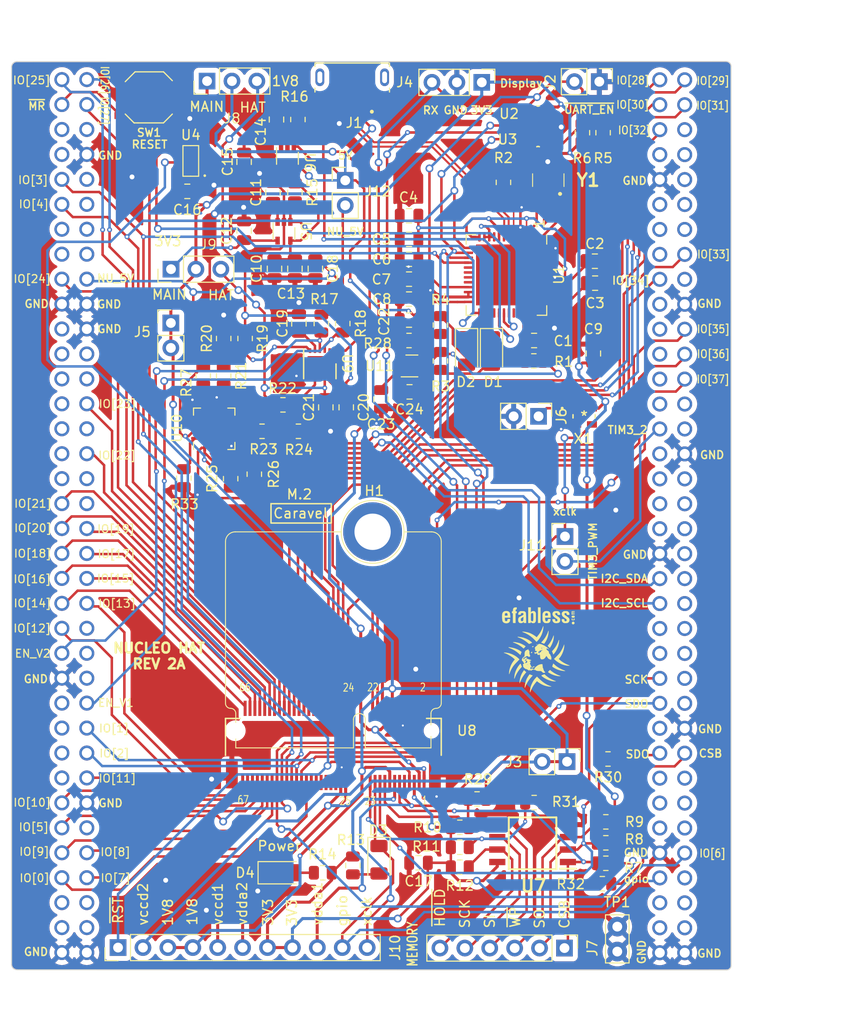
<source format=kicad_pcb>
(kicad_pcb (version 20221018) (generator pcbnew)
  (layers (0 "F.Cu" signal) (31 "B.Cu" signal) (34 "B.Paste" user) (35 "F.Paste" user) (36 "B.SilkS" user "B.Silkscreen") (37 "F.SilkS" user "F.Silkscreen") (38 "B.Mask" user) (39 "F.Mask" user) (44 "Edge.Cuts" user))
  (net 0 "")
  (net 1 "GND")
  (net 2 "V3.3")
  (net 3 "V1.8")
  (net 4 "+5V")
  (net 5 "Net-(U1-~{RESET})")
  (net 6 "Net-(U1-VCCCORE)")
  (net 7 "Net-(U1-VCCA)")
  (net 8 "Net-(U5-Noise)")
  (net 9 "Net-(U6-Noise)")
  (net 10 "vdda")
  (net 11 "Net-(U9-BYP)")
  (net 12 "VOUT1")
  (net 13 "FTDI_V3.3")
  (net 14 "Net-(U11-Noise)")
  (net 15 "VOUT2")
  (net 16 "Net-(D1-K)")
  (net 17 "Net-(D1-A)")
  (net 18 "~{MEM_WP}")
  (net 19 "FTDI_D-")
  (net 20 "FTDI_D+")
  (net 21 "~{RST}")
  (net 22 "TIM3_CH2")
  (net 23 "Caravel_CSB")
  (net 24 "Caravel_SCK")
  (net 25 "Caravel_D1")
  (net 26 "Caravel_D0")
  (net 27 "Net-(D2-K)")
  (net 28 "gpio")
  (net 29 "Net-(D2-A)")
  (net 30 "I2C4_SCL")
  (net 31 "Net-(D3-A)")
  (net 32 "~{MEM_HOLD}")
  (net 33 "~{MR}")
  (net 34 "mprj_io[27]")
  (net 35 "Net-(D4-A)")
  (net 36 "mprj_io[37]")
  (net 37 "mprj_io[36]")
  (net 38 "mprj_io[35]")
  (net 39 "mprj_io[34]")
  (net 40 "mprj_io[33]")
  (net 41 "mprj_io[32]")
  (net 42 "mprj_io[31]")
  (net 45 "Net-(J6-Pin_1)")
  (net 46 "Net-(U1-REF)")
  (net 47 "EN_V3.3")
  (net 48 "EN_V1.8")
  (net 49 "Net-(U9-ADJ1)")
  (net 50 "Net-(U10-P0W)")
  (net 51 "Net-(U9-ADJ2)")
  (net 52 "Net-(U10-P1W)")
  (net 53 "Net-(U10-~{WP})")
  (net 54 "Net-(U11-Control)")
  (net 55 "Net-(U10-HVC{slash}A0)")
  (net 56 "Net-(U1-XCSI)")
  (net 57 "EN_VOUT2")
  (net 58 "Net-(U1-XCSO)")
  (net 60 "vdda2")
  (net 61 "vccd2")
  (net 62 "vdda1")
  (net 67 "EN_VOUT1")
  (net 69 "I2C4_SDA")
  (net 70 "SPI4_MOSI")
  (net 76 "mprj_io[30]")
  (net 77 "mprj_io[29]")
  (net 78 "mprj_io[28]")
  (net 79 "mprj_io[26]")
  (net 80 "mprj_io[25]")
  (net 81 "mprj_io[24]")
  (net 82 "mprj_io[23]")
  (net 83 "mprj_io[22]")
  (net 84 "mprj_io[21]")
  (net 85 "mprj_io[20]")
  (net 86 "mprj_io[19]")
  (net 87 "mprj_io[18]")
  (net 88 "mprj_io[17]")
  (net 89 "mprj_io[16]")
  (net 90 "mprj_io[15]")
  (net 91 "mprj_io[14]")
  (net 92 "mprj_io[13]")
  (net 93 "mprj_io[12]")
  (net 94 "mprj_io[11]")
  (net 95 "mprj_io[10]")
  (net 96 "mprj_io[9]")
  (net 97 "mprj_io[8]")
  (net 98 "mprj_io[7]")
  (net 99 "mprj_io[0]")
  (net 100 "SPI4_MISO")
  (net 101 "SPI5_CS")
  (net 102 "SPI4_SCK")
  (net 103 "SPI5_SCK")
  (net 104 "SPI4_CS")
  (net 120 "SPI5_MISO")
  (net 122 "SPI5_MOSI")
  (net 174 "vccd")
  (net 177 "UART8_TX")
  (net 178 "UART8_RX")
  (net 181 "xclk")
  (net 184 "NU_5V")
  (net 185 "~{UART_EN}")
  (footprint "Resistor_SMD:R_0805_2012Metric" (layer "F.Cu") (at 229.1707 94.216 -90)
    (fp_text reference "R4")
    (fp_text value "150 - 0805W8J0151T5E")
  )
  (footprint "Resistor_SMD:R_0805_2012Metric" (layer "F.Cu") (at 219.2139 94.0636 90)
    (fp_text reference "R18")
    (fp_text value "10k")
  )
  (footprint "strive_foot_prints:SOT65P210X110-5N" (layer "F.Cu") (at 239.1275 75.2676 180)
    (fp_text reference "U3")
    (fp_text value "SN74LVC1G125DCKR")
  )
  (footprint "Capacitor_SMD:C_0805_2012Metric" (layer "F.Cu") (at 225.9703 91.5744)
    (fp_text reference "C8")
    (fp_text value "0.1uf - CC0805KRX7R9BB104")
  )
  (footprint "LED_SMD:LED_1206_3216Metric" (layer "F.Cu") (at 212.8639 149.9944)
    (fp_text reference "D4")
    (fp_text value "LED - 17-215SURC/S530-A2/TR8")
  )
  (footprint "Capacitor_SMD:C_0805_2012Metric" (layer "F.Cu") (at 214.7435 94.0636 90)
    (fp_text reference "C19")
    (fp_text value "0.01uf - CC0805KRX7R9BB103")
  )
  (footprint "Resistor_SMD:R_0805_2012Metric" (layer "F.Cu") (at 209.2571 95.5876 90)
    (fp_text reference "R19")
    (fp_text value "360 1% - 0805W8F1202T5E")
  )
  (footprint "Resistor_SMD:R_0805_2012Metric" (layer "F.Cu") (at 232.9075 142.48)
    (fp_text reference "R29")
    (fp_text value "0")
  )
  (footprint "Capacitor_SMD:C_0805_2012Metric" (layer "F.Cu") (at 244.9441 89.9488 180)
    (fp_text reference "C3")
    (fp_text value "0.1uf - CC0805KRX7R9BB104")
  )
  (footprint "Resistor_SMD:R_0805_2012Metric" (layer "F.Cu") (at 229.1707 97.8736 90)
    (fp_text reference "R3")
    (fp_text value "150 - 0805W8J0151T5E")
  )
  (footprint "Resistor_SMD:R_0805_2012Metric" (layer "F.Cu") (at 210.9843 105.0364)
    (fp_text reference "R23")
    (fp_text value "4.99K 1% - 0805W8F1202T5E")
  )
  (footprint "Resistor_SMD:R_0805_2012Metric" (layer "F.Cu") (at 231.1475 149.43 180)
    (fp_text reference "R12")
    (fp_text value "10k - RC0805FR-0710KL")
  )
  (footprint "Capacitor_SMD:C_0805_2012Metric" (layer "F.Cu") (at 225.9703 89.5424)
    (fp_text reference "C7")
    (fp_text value "0.1uf - CC0805KRX7R9BB104")
  )
  (footprint "Resistor_SMD:R_0805_2012Metric" (layer "F.Cu") (at 238.6957 97.8736)
    (fp_text reference "R1")
    (fp_text value "10k - RC0805FR-0710KL")
  )
  (footprint "Resistor_SMD:R_0805_2012Metric" (layer "F.Cu") (at 203.0087 109.8097 90)
    (fp_text reference "R33")
    (fp_text value "0")
  )
  (footprint "Connector_PinHeader_2.54mm:PinHeader_1x03_P2.54mm_Vertical" (layer "F.Cu") (at 233.3875 69.5 -90)
    (fp_text reference "J4")
    (fp_text value "Conn_01x03_Female")
  )
  (footprint "Resistor_SMD:R_0805_2012Metric" (layer "F.Cu") (at 217.1819 149.9944 180)
    (fp_text reference "R14")
    (fp_text value "82 - 0805W8F820JT5E")
  )
  (footprint "Resistor_SMD:R_0805_2012Metric" (layer "F.Cu") (at 231.1475 147.398 180)
    (fp_text reference "R11")
    (fp_text value "10k - RC0805FR-0710KL")
  )
  (footprint "strive_foot_prints:SOT65P210X110-5N" (layer "F.Cu") (at 239.1275 72.6768)
    (fp_text reference "U2")
    (fp_text value "SN74LVC1G125DCKR")
  )
  (footprint "Capacitor_SMD:C_0805_2012Metric" (layer "F.Cu") (at 225.9703 93.708)
    (fp_text reference "C22")
    (fp_text value "1uf - CC0805KKX5R8BB105")
  )
  (footprint "Resistor_SMD:R_0805_2012Metric" (layer "F.Cu") (at 246.0363 146.9464)
    (fp_text reference "R8")
    (fp_text value "10k - RC0805FR-0710KL")
  )
  (footprint "MicroMod-Sparkfun:MicroMod-Standoff" (layer "F.Cu") (at 222.2572 115.2703)
    (fp_text reference "H1")
    (fp_text value "MICROMOD-Standoff")
  )
  (footprint "Resistor_SMD:R_0805_2012Metric" (layer "F.Cu") (at 231.1475 145.366 180)
    (fp_text reference "R10")
    (fp_text value "10k - RC0805FR-0710KL")
  )
  (footprint "Resistor_SMD:R_0805_2012Metric" (layer "F.Cu") (at 245.7575 74.63 90)
    (fp_text reference "R5")
    (fp_text value "10k")
  )
  (footprint "Capacitor_SMD:C_0805_2012Metric" (layer "F.Cu") (at 226.9355 148.9784 180)
    (fp_text reference "C17")
    (fp_text value "0.1uf - CC0805KRX7R9BB104")
  )
  (footprint "Capacitor_SMD:C_0805_2012Metric" (layer "F.Cu") (at 225.9703 83.0908)
    (fp_text reference "C4")
    (fp_text value "0.1uf - CC0805KRX7R9BB104")
  )
  (footprint "Connector_PinHeader_2.54mm:PinHeader_1x02_P2.54mm_Vertical" (layer "F.Cu") (at 239.1783 103.5124 -90)
    (fp_text reference "J6")
    (fp_text value "Conn_01x02_Male")
  )
  (footprint "Resistor_SMD:R_0805_2012Metric" (layer "F.Cu") (at 207.0727 95.5876 -90)
    (fp_text reference "R20")
    (fp_text value "4.99K 1% - 0805W8F1202T5E")
  )
  (footprint "Capacitor_SMD:C_0805_2012Metric" (layer "F.Cu") (at 212.1019 80.7032 90)
    (fp_text reference "C11")
    (fp_text value "0.01uf - CC0805KRX7R9BB103")
  )
  (footprint "TestPoint:TestPoint_Bridge_Pitch2.54mm_Drill1.0mm" (layer "F.Cu") (at 247.2047 155.4808 -90)
    (fp_text reference "TP1")
    (fp_text value "TestPoint")
  )
  (footprint "Capacitor_SMD:C_0805_2012Metric" (layer "F.Cu") (at 244.9187 87.7136 180)
    (fp_text reference "C2")
    (fp_text value "0.1uf - CC0805KRX7R9BB104")
  )
  (footprint "Resistor_SMD:R_0805_2012Metric" (layer "F.Cu") (at 225.9703 95.7908)
    (fp_text reference "R28")
    (fp_text value "10k")
  )
  (footprint "Resistor_SMD:R_0805_2012Metric" (layer "F.Cu") (at 246.2575 138.41)
    (fp_text reference "R30")
    (fp_text value "0")
  )
  (footprint "Connector_PinHeader_2.54mm:PinHeader_1x11_P2.54mm_Vertical" (layer "F.Cu") (at 196.3031 157.6144 90)
    (fp_text reference "J10")
    (fp_text value "Conn_01x11_Female")
  )
  (footprint "LED_SMD:LED_1206_3216Metric" (layer "F.Cu") (at 231.8377 96.8576 -90)
    (fp_text reference "D2")
    (fp_text value "LED - 17-215SURC/S530-A2/TR8")
  )
  (footprint "strive_foot_prints:DSC6001JE1A-010.0000" (layer "F.Cu") (at 243.82015 103.5124)
    (fp_text reference "X1")
    (fp_text value "DSC6001_10MHZ")
  )
  (footprint "Resistor_SMD:R_0805_2012Metric" (layer "F.Cu") (at 214.6927 105.0364 180)
    (fp_text reference "R24")
    (fp_text value "4.02K 1% - 0805W8F1202T5E")
  )
  (footprint "Resistor_SMD:R_0805_2012Metric" (layer "F.Cu") (at 210.1969 109.4052 90)
    (fp_text reference "R26")
    (fp_text value "4.7K 1% - 0805W8F1202T5E")
  )
  (footprint "Resistor_SMD:R_0805_2012Metric" (layer "F.Cu") (at 220.2475 149.25 -90)
    (fp_text reference "R13")
    (fp_text value "82 - 0805W8F820JT5E")
  )
  (footprint "Package_DFN_QFN:QFN-48-1EP_8x8mm_P0.5mm_EP6.2x6.2mm" (layer "F.Cu") (at 235.9017 89.1106 -90)
    (fp_text reference "U1")
    (fp_text value "FT232H")
  )
  (footprint "Connector_PinHeader_2.54mm:PinHeader_1x03_P2.54mm_Vertical" (layer "F.Cu") (at 205.3775 69.37 90)
    (fp_text reference "J8")
    (fp_text value "Conn_01x03")
  )
  (footprint "Connector_PinHeader_2.54mm:PinHeader_1x02_P2.54mm_Vertical" (layer "F.Cu") (at 241.8707 115.7502)
    (fp_text reference "J11")
    (fp_text value "Conn_01x02")
  )
  (footprint "Resistor_SMD:R_0805_2012Metric" (layer "F.Cu") (at 213.1179 102.344 180)
    (fp_text reference "R22")
    (fp_text value "4.22K 1% - 0805W8F1202T5E")
  )
  (footprint "Resistor_SMD:R_0805_2012Metric" (layer "F.Cu") (at 207.0727 99.3976 90)
    (fp_text reference "R21")
    (fp_text value "499 1% - 0805W8F1202T5E")
  )
  (footprint "Resistor_SMD:R_0805_2012Metric" (layer "F.Cu") (at 235.5969 79.6872 -90)
    (fp_text reference "R2")
    (fp_text value "12K 1% - 0805W8F1202T5E")
  )
  (footprint "Connector_PinHeader_2.54mm:PinHeader_1x02_P2.54mm_Vertical" (layer "F.Cu") (at 219.4679 79.484)
    (fp_text reference "J12")
    (fp_text value "Conn_01x02_Male")
  )
  (footprint "Capacitor_SMD:C_0805_2012Metric" (layer "F.Cu") (at 244.7663 97.1116 -90)
    (fp_text reference "C9")
    (fp_text value "0.1uf - CC0805KRX7R9BB104")
  )
  (footprint "Connector_PinHeader_2.54mm:PinHeader_1x02_P2.54mm_Vertical" (layer "F.Cu") (at 245.3725 69.43 -90)
    (fp_text reference "J2")
    (fp_text value "Conn_01x02_Female")
  )
  (footprint "Capacitor_SMD:C_0805_2012Metric" (layer "F.Cu") (at 223.1255 101.7852 -90)
    (fp_text reference "C23")
    (fp_text value "0.01uf - CC0805KRX7R9BB103")
  )
  (footprint "Caravel_Board:logo" (layer "F.Cu") (at 238.95 128.25)
    (fp_text reference "T1" hide)
    (fp_text value "Logo" hide)
  )
  (footprint "Capacitor_SMD:C_0805_2012Metric" (layer "F.Cu") (at 225.9703 85.4784)
    (fp_text reference "C5")
    (fp_text value "0.1uf - CC0805KRX7R9BB104")
  )
  (footprint "Capacitor_SMD:C_0805_2012Metric" (layer "F.Cu") (at 219.5695 102.598 -90)
    (fp_text reference "C20")
    (fp_text value "1uf - CC0805KKX5R8BB105")
  )
  (footprint "Connector_PinHeader_2.54mm:PinHeader_1x06_P2.54mm_Vertical" (layer "F.Cu") (at 241.8199 157.6652 -90)
    (fp_text reference "J7")
    (fp_text value "Conn_01x06_Female")
  )
  (footprint "strive_foot_prints:SW4-SMD-5.2X5.2X1.5MM" (layer "F.Cu") (at 199.4375 71.03)
    (fp_text reference "SW1")
    (fp_text value "SW_Push - SKQGADE010")
  )
  (footprint "Resistor_SMD:R_0805_2012Metric" (layer "F.Cu") (at 246.0363 149.0292)
    (fp_text reference "R7")
    (fp_text value "10k - RC0805FR-0710KL")
  )
  (footprint "Capacitor_SMD:C_0805_2012Metric" (layer "F.Cu") (at 217.4867 102.598 -90)
    (fp_text reference "C21")
    (fp_text value "1uf - CC0805KKX5R8BB105")
  )
  (footprint "Resistor_SMD:R_0805_2012Metric" (layer "F.Cu") (at 243.6493 74.63 90)
    (fp_text reference "R6")
    (fp_text value "10k")
  )
  (footprint "Resistor_SMD:R_0805_2012Metric" (layer "F.Cu") (at 214.6419 73.2864 90)
    (fp_text reference "R16")
    (fp_text value "10k")
  )
  (footprint "strive_foot_prints:SOIC127P790X216-8N" (layer "F.Cu") (at 238.5687 146.9972 180)
    (fp_text reference "U7")
    (fp_text value "W25Q32FVSS" hide)
  )
  (footprint "strive_foot_prints:FCI_10118193-0001LF" (layer "F.Cu") (at 220.1791 68.9865 180)
    (fp_text reference "J1")
    (fp_text value "USB_B_Micro - 10118193-0001LF")
  )
  (footprint "Capacitor_SMD:C_0805_2012Metric" (layer "F.Cu") (at 203.3643 80.6016 180)
    (fp_text reference "C16")
    (fp_text value "0.1uf - CC0805KRX7R9BB104")
  )
  (footprint "Capacitor_SMD:C_0805_2012Metric" (layer "F.Cu") (at 214.3371 88.4756 90)
    (fp_text reference "C13")
    (fp_text value "1uf - CC0805KKX5R8BB105")
  )
  (footprint "Caravel_Board:SOT-353F" (layer "F.Cu") (at 226.0211 98.3816)
    (fp_text reference "U11")
    (fp_text value "TAR5SxxU_SOT353F")
  )
  (footprint "LED_SMD:LED_1206_3216Metric" (layer "F.Cu") (at 234.3777 96.8576 -90)
    (fp_text reference "D1")
    (fp_text value "LED - 17-215SURC/S530-A2/TR8")
  )
  (footprint "Resistor_SMD:R_0805_2012Metric" (layer "F.Cu") (at 217.0295 94.0636 90)
    (fp_text reference "R17")
    (fp_text value "10k")
  )
  (footprint "Caravel_Board:ST_Morpho_Connectors_144" (layer "F.Cu") (at 222.3725 104.045)
    (fp_text reference "U12")
    (fp_text value "NUCLEO144-F746ZG")
  )
  (footprint "LED_SMD:LED_1206_3216Metric" (layer "F.Cu") (at 222.9075 148.67 -90)
    (fp_text reference "D3")
    (fp_text value "LED - 17-215SURC/S530-A2/TR8")
  )
  (footprint "Capacitor_SMD:C_0805_2012Metric" (layer "F.Cu") (at 209.1555 84.6148 -90)
    (fp_text reference "C12")
    (fp_text value "10uf - CC0805KKX5R8BB106")
  )
  (footprint "Capacitor_SMD:C_0805_2012Metric" (layer "F.Cu") (at 216.4199 88.4756 90)
    (fp_text reference "C18")
    (fp_text value "1uf - CC0805KKX5R8BB105")
  )
  (footprint "Capacitor_SMD:C_0805_2012Metric" (layer "F.Cu") (at 226.0211 101.0232)
    (fp_text reference "C24")
    (fp_text value "10uf - CC0805KKX5R8BB106")
  )
  (footprint "MicroMod-Sparkfun:M.2-CONNECTOR-E" (layer "F.Cu") (at 218.2575 135.5278)
    (fp_text reference "U8")
    (fp_text value "caravel-M.2-card" hide)
  )
  (footprint "Resistor_SMD:R_0805_2012Metric" (layer "F.Cu") (at 204.9899 99.3976 90)
    (fp_text reference "R27")
    (fp_text value "10k")
  )
  (footprint "Resistor_SMD:R_0805_2012Metric" (layer "F.Cu") (at 246.0363 144.8128)
    (fp_text reference "R9")
    (fp_text value "10k - RC0805FR-0710KL")
  )
  (footprint "Caravel_Board:PoR_5_SOT23" (layer "F.Cu") (at 203.7199 77.5028 180)
    (fp_text reference "U4")
    (fp_text value "MCP1319MT-29LE-OT")
  )
  (footprint "Capacitor_SMD:C_0805_2012Metric" (layer "F.Cu") (at 212.4575 73.2864 90)
    (fp_text reference "C14")
    (fp_text value "0.01uf - CC0805KRX7R9BB103")
  )
  (footprint "Resistor_SMD:R_0805_2012Metric" (layer "F.Cu") (at 245.6775 151.11)
    (fp_text reference "R32")
    (fp_text value "0")
  )
  (footprint "Caravel_Board:QFN-16-1EP_4x4mm_P0.65mm_EP2.5x2.5mm" (layer "F.Cu") (at 206.1075 104.7824 90)
    (fp_text reference "U10")
    (fp_text value "MCP4661")
  )
  (footprint "Caravel_Board:SOT-353F" (layer "F.Cu") (at 213.5751 76.9948 -90)
    (fp_text reference "U6")
    (fp_text value "TAR5SxxU_SOT353F")
  )
  (footprint "Capacitor_SMD:C_0805_2012Metric" (layer "F.Cu") (at 225.9703 87.5104)
    (fp_text reference "C6")
    (fp_text value "0.1uf - CC0805KRX7R9BB104")
  )
  (footprint "Resistor_SMD:R_0805_2012Metric" (layer "F.Cu") (at 207.7839 109.8624 90)
    (fp_text reference "R25")
    (fp_text value "4.7K 1% - 0805W8F1202T5E")
  )
  (footprint "Capacitor_SMD:C_0805_2012Metric" (layer "F.Cu") (at 238.7211 95.7908 180)
    (fp_text reference "C1")
    (fp_text value "0.01uf - CC0805JRX7R9BB103")
  )
  (footprint "Resistor_SMD:R_0805_2012Metric" (layer "F.Cu") (at 214.3371 80.7032 90)
    (fp_text reference "R15")
    (fp_text value "10k")
  )
  (footprint "Connector_PinHeader_2.54mm:PinHeader_1x02_P2.54mm_Vertical" (layer "F.Cu") (at 242.0825 138.68 -90)
    (fp_text reference "J3")
    (fp_text value "Conn_01x02_Male")
  )
  (footprint "Caravel_Board:10-pin_MLF_P0.5" (layer "F.Cu") (at 216.8771 98.1784 -90)
    (fp_text reference "U9")
    (fp_text value "MIC2211-AAYML-TR")
  )
  (footprint "Connector_PinHeader_2.54mm:PinHeader_1x02_P2.54mm_Vertical" (layer "F.Cu") (at 201.6879 94.0078)
    (fp_text reference "J5")
    (fp_text value "Conn_01x02_Male")
  )
  (footprint "Capacitor_SMD:C_0805_2012Metric" (layer "F.Cu") (at 212.2543 88.4756 90)
    (fp_text reference "C10")
    (fp_text value "1uf - CC0805KKX5R8BB105")
  )
  (footprint "Resistor_SMD:R_0805_2012Metric" (layer "F.Cu") (at 238.7275 142.85)
    (fp_text reference "R31")
    (fp_text value "0")
  )
  (footprint "Caravel_Board:ef_logo" (layer "F.Cu") (at 239.1024 123.8304)
    (fp_text reference "T2" hide)
    (fp_text value "Logo" hide)
  )
  (footprint "Connector_PinHeader_2.54mm:PinHeader_1x03_P2.54mm_Vertical" (layer "F.Cu") (at 201.7029 88.5264 90)
    (fp_text reference "J9")
    (fp_text value "Conn_01x03")
  )
  (footprint "Caravel_Board:SOT-353F" (layer "F.Cu") (at 213.2195 84.6656 -90)
    (fp_text reference "U5")
    (fp_text value "TAR5SxxU_SOT353F")
  )
  (footprint "strive_foot_prints:CSTNE12M0GH5L000R0" (layer "F.Cu") (at 240.1689 79.4586)
    (fp_text reference "Y1")
    (fp_text value "CSTNE12M0GH5L000R0" hide)
  )
  (footprint "Capacitor_SMD:C_0805_2012Metric" (layer "F.Cu") (at 209.1555 77.6044 90)
    (fp_text reference "C15")
    (fp_text value "10uf - CC0805KKX5R8BB106")
  )
  (gr_rect (start 211.8975 112.41) (end 218.0475 114.38) (stroke (width 0.15)) (fill none) (layer "F.SilkS"))
  (gr_line (start 185.4475 159.3392) (end 185.4475 67.95) (stroke (width 0.1)) (layer "Edge.Cuts"))
  (gr_line (start 185.9975 67.3936) (end 258.309037 67.3736) (stroke (width 0.1)) (layer "Edge.Cuts"))
  (gr_arc (start 186.002631 159.870532) (mid 185.618407 159.716301) (end 185.447501 159.3392) (stroke (width 0.1)) (layer "Edge.Cuts"))
  (gr_arc (start 185.4475 67.95) (mid 185.611169 67.554869) (end 186.0063 67.3912) (stroke (width 0.1)) (layer "Edge.Cuts"))
  (gr_line (start 258.8075 67.88) (end 258.811411 159.436711) (stroke (width 0.1)) (layer "Edge.Cuts"))
  (gr_arc (start 258.811411 159.436711) (mid 258.677497 159.759997) (end 258.354211 159.893911) (stroke (width 0.1)) (layer "Edge.Cuts"))
  (gr_line (start 258.354211 159.893911) (end 186.002631 159.873669) (stroke (width 0.1)) (layer "Edge.Cuts"))
  (gr_arc (start 258.309037 67.3736) (mid 258.661954 67.524729) (end 258.8075 67.88) (stroke (width 0.1)) (layer "Edge.Cuts"))
  (gr_text "IO[15]" (at 196.0675 120.03) (layer "F.SilkS") (effects (font (size 0.8 0.8) (thickness 0.125))))
  (gr_text "IO[30]" (at 248.78 71.78) (layer "F.SilkS") (effects (font (size 0.8 0.7) (thickness 0.125))))
  (gr_text "GND" (at 187.94 158.05) (layer "F.SilkS") (effects (font (size 0.8 0.8) (thickness 0.15) bold)))
  (gr_text "gpio" (at 249.16 150.62) (layer "F.SilkS") (effects (font (size 0.8 0.8) (thickness 0.15) bold)))
  (gr_text "IO[21]" (at 187.63 112.41) (layer "F.SilkS") (effects (font (size 0.8 0.8) (thickness 0.125))))
  (gr_text "I2C_SCL" (at 247.91 122.54) (layer "F.SilkS") (effects (font (size 0.8 0.8) (thickness 0.15) bold)))
  (gr_text "IO[13]" (at 196.2075 122.58) (layer "F.SilkS") (effects (font (size 0.8 0.8) (thickness 0.125))))
  (gr_text "MEMORY" (at 226.3259 157.2588 90) (layer "F.SilkS") (effects (font (size 1 0.75))))
  (gr_text "3V3" (at 214.0323 154.0584 90) (layer "F.SilkS") (effects (font (size 1 1))))
  (gr_text "IO[18]" (at 187.6 117.49) (layer "F.SilkS") (effects (font (size 0.8 0.8) (thickness 0.125))))
  (gr_text "~{WP}" (at 236.7907 154.5156 90) (layer "F.SilkS") (effects (font (size 1 1))))
  (gr_text "NUCLEO HAT\nREV 2A" (at 200.48 127.92) (layer "F.SilkS") (effects (font (size 1 1) (thickness 0.25))))
  (gr_text "~{HOLD}" (at 229.1199 153.5504 90) (layer "F.SilkS") (effects (font (size 1 1))))
  (gr_text "MAIN" (at 205.3475 71.98) (layer "F.SilkS") (effects (font (size 1 1))))
  (gr_text "MAIN" (at 201.5355 91.1172) (layer "F.SilkS") (effects (font (size 1 1))))
  (gr_text "SDO" (at 249.17 132.79) (layer "F.SilkS") (effects (font (size 0.8 0.8) (thickness 0.15) bold)))
  (gr_text "vccd2" (at 198.8431 153.1948 90) (layer "F.SilkS") (effects (font (size 1 1))))
  (gr_text "xclk" (at 221.6523 153.906 90) (layer "F.SilkS") (effects (font (size 1 1))))
  (gr_text "RESET" (at 199.5175 75.83) (layer "F.SilkS") (effects (font (size 0.8 0.8))))
  (gr_text "~{MR}" (at 188.02 71.92) (layer "F.SilkS") (effects (font (size 0.8 0.8) (thickness 0.15) bold)))
  (gr_text "1V8" (at 201.3831 154.0076 90) (layer "F.SilkS") (effects (font (size 1 1))))
  (gr_text "vccd1" (at 206.4631 153.1948 90) (layer "F.SilkS") (effects (font (size 1 1))))
  (gr_text "GND" (at 249.69 158.07 90) (layer "F.SilkS") (effects (font (size 0.8 0.8) (thickness 0.15) bold)))
  (gr_text "IO[17]" (at 196.1375 117.53) (layer "F.SilkS") (effects (font (size 0.8 0.8) (thickness 0.125))))
  (gr_text "HAT" (at 206.8187 91.168) (layer "F.SilkS") (effects (font (size 1 1))))
  (gr_text "IO[11]" (at 196.24 140.39) (layer "F.SilkS") (effects (font (size 0.8 0.8) (thickness 0.125))))
  (gr_text "IO[36]" (at 257 97.17) (layer "F.SilkS") (effects (font (size 0.8 0.7) (thickness 0.125))))
  (gr_text "IO[27]" (at 194.92 72.41 270) (layer "F.SilkS") (effects (font (size 0.8 0.6) (thickness 0.125))))
  (gr_text "~{RST}" (at 196.2975 153.82 90) (layer "F.SilkS") (effects (font (size 1 1))))
  (gr_text "IO[7]" (at 196.06 150.53) (layer "F.SilkS") (effects (font (size 0.8 0.8) (thickness 0.125))))
  (gr_text "IO[19]" (at 196.0875 114.99) (layer "F.SilkS") (effects (font (size 0.8 0.8) (thickness 0.125))))
  (gr_text "IO[10]" (at 187.55 142.85) (layer "F.SilkS") (effects (font (size 0.8 0.8) (thickness 0.125))))
  (gr_text "IO[22]" (at 196.1975 107.49) (layer "F.SilkS") (effects (font (size 0.8 0.8) (thickness 0.125))))
  (gr_text "RX" (at 228.1775 72.35) (layer "F.SilkS") (effects (font (size 0.8 0.8))))
  (gr_text "IO[3]" (at 187.65 79.45) (layer "F.SilkS") (effects (font (size 0.8 0.8) (thickness 0.125))))
  (gr_text "5V" (at 219.4679 76.944) (layer "F.SilkS") (effects (font (size 0.8 0.8))))
  (gr_text "IO[31]" (at 256.94 71.87) (layer "F.SilkS") (effects (font (size 0.8 0.7) (thickness 0.125))))
  (gr_text "IO[29]" (at 256.97 69.35) (layer "F.SilkS") (effects (font (size 0.8 0.7) (thickness 0.125))))
  (gr_text "IO[8]" (at 196.04 147.89) (layer "F.SilkS") (effects (font (size 0.8 0.8) (thickness 0.125))))
  (gr_text "GND" (at 195.54 142.91) (layer "F.SilkS") (effects (font (size 0.8 0.8) (thickness 0.15) bold)))
  (gr_text "GND" (at 188 92.06) (layer "F.SilkS") (effects (font (size 0.8 0.8) (thickness 0.15) bold)))
  (gr_text "1V8" (at 203.8723 153.9568 90) (layer "F.SilkS") (effects (font (size 1 1))))
  (gr_text "CSB" (at 241.8199 154.2108 90) (layer "F.SilkS") (effects (font (size 1 1))))
  (gr_text "NU_5V" (at 219.4679 84.7164) (layer "F.SilkS") (effects (font (size 0.8 0.8))))
  (gr_text "xclk" (at 241.8675 113.2) (layer "F.SilkS") (effects (font (size 0.8 0.8))))
  (gr_text "IO[23]" (at 196.2475 102.25) (layer "F.SilkS") (effects (font (size 0.8 0.8) (thickness 0.125))))
  (gr_text "SI" (at 234.1999 154.922 90) (layer "F.SilkS") (effects (font (size 1 1))))
  (gr_text "IO[9]" (at 187.77 147.85) (layer "F.SilkS") (effects (font (size 0.8 0.8) (thickness 0.125))))
  (gr_text "I2C_SDA" (at 247.91 120.04) (layer "F.SilkS") (effects (font (size 0.8 0.8) (thickness 0.15) bold)))
  (gr_text "IO[28]" (at 248.8 69.3) (layer "F.SilkS") (effects (font (size 0.8 0.7) (thickness 0.125))))
  (gr_text "NU_5V" (at 196.05 89.47) (layer "F.SilkS") (effects (font (size 0.8 0.8))))
  (gr_text "EN_V1" (at 196.08 132.69) (layer "F.SilkS") (effects (font (size 0.8 0.8) (thickness 0.125))))
  (gr_text "GND" (at 195.51 76.95) (layer "F.SilkS") (effects (font (size 0.8 0.8) (thickness 0.15) bold)))
  (gr_text "CSB" (at 256.71 137.84) (layer "F.SilkS") (effects (font (size 0.8 0.8) (thickness 0.15) bold)))
  (gr_text "GND" (at 195.42 94.62) (layer "F.SilkS") (effects (font (size 0.8 0.8) (thickness 0.15) bold)))
  (gr_text "IO[5]" (at 187.72 145.35) (layer "F.SilkS") (effects (font (size 0.8 0.8) (thickness 0.125))))
  (gr_text "TIM3_PWM" (at 244.7155 117.2792 90) (layer "F.SilkS") (effects (font (size 0.8 0.8))))
  (gr_text "~{UART_EN}" (at 244.3475 72.28) (layer "F.SilkS") (effects (font (size 0.8 0.8))))
  (gr_text "GND" (at 256.61 92.04) (layer "F.SilkS") (effects (font (size 0.8 0.8) (thickness 0.15) bold)))
  (gr_text "vdda1" (at 216.6231 153.144 90) (layer "F.SilkS") (effects (font (size 1 1))))
  (gr_text "1\n" (at 239.2799 83.9036 90) (layer "F.SilkS") (effects (font (size 1 1))))
  (gr_text "3V3" (at 211.5939 154.0076 90) (layer "F.SilkS") (effects (font (size 1 1))))
  (gr_text "IO[34]" (at 248.59 89.69) (layer "F.SilkS") (effects (font (size 0.8 0.8) (thickness 0.15) bold)))
  (gr_text "IO[1]" (at 195.89 135.29) (layer "F.SilkS") (effects (font (size 0.8 0.8) (thickness 0.125))))
  (gr_text "IO[25]" (at 187.5 69.29) (layer "F.SilkS") (effects (font (size 0.8 0.8) (thickness 0.125))))
  (gr_text "3V3" (at 201.3831 85.6816) (layer "F.SilkS") (effects (font (size 1 1))))
  (gr_text "Caravel" (at 214.9275 113.39) (layer "F.SilkS") (effects (font (size 1 1))))
  (gr_text "IO[14]" (at 187.58 122.55) (layer "F.SilkS") (effects (font (size 0.8 0.8) (thickness 0.125))))
  (gr_text "GND" (at 256.67 135.36) (layer "F.SilkS") (effects (font (size 0.8 0.8) (thickness 0.15) bold)))
  (gr_text "GND" (at 249.1 147.95) (layer "F.SilkS") (effects (font (size 0.8 0.8) (thickness 0.15) bold)))
  (gr_text "gpio" (at 219.1631 153.8552 90) (layer "F.SilkS") (effects (font (size 1 1))))
  (gr_text "HAT" (at 210.0375 72.06) (layer "F.SilkS") (effects (font (size 1 1))))
  (gr_text "TIM3_2" (at 248.25 104.9) (layer "F.SilkS") (effects (font (size 0.8 0.8) (thickness 0.15) bold)))
  (gr_text "GND" (at 249 117.6) (layer "F.SilkS") (effects (font (size 0.8 0.8) (thickness 0.15) bold)))
  (gr_text "IO[16]" (at 187.56 120.09) (layer "F.SilkS") (effects (font (size 0.8 0.8) (thickness 0.125))))
  (gr_text "EN_V2" (at 187.6 127.67) (layer "F.SilkS") (effects (font (size 0.8 0.8) (thickness 0.125))))
  (gr_text "GND" (at 248.97 79.52) (layer "F.SilkS") (effects (font (size 0.8 0.8) (thickness 0.15) bold)))
  (gr_text "GND" (at 230.7275 72.34) (layer "F.SilkS") (effects (font (size 0.8 0.8))))
  (gr_text "SCK" (at 231.6599 154.16 90) (layer "F.SilkS") (effects (font (size 1 1))))
  (gr_text "GND" (at 256.87 107.45) (layer "F.SilkS") (effects (font (size 0.8 0.8) (thickness 0.15) bold)))
  (gr_text "GND" (at 187.92 130.27) (layer "F.SilkS") (effects (font (size 0.8 0.8) (thickness 0.15) bold)))
  (gr_text "GND" (at 195.4 92.1) (layer "F.SilkS") (effects (font (size 0.8 0.8) (thickness 0.15) bold)))
  (gr_text "IO[2]" (at 195.93 137.84) (layer "F.SilkS") (effects (font (size 0.8 0.8) (thickness 0.125))))
  (gr_text "SDO" (at 249.27 137.93) (layer "F.SilkS") (effects (font (size 0.8 0.8) (thickness 0.15) bold)))
  (gr_text "IO[12]" (at 187.55 125.11) (layer "F.SilkS") (effects (font (size 0.8 0.8) (thickness 0.125))))
  (gr_text "IO[20]" (at 187.63 114.9) (layer "F.SilkS") (effects (font (size 0.8 0.8) (thickness 0.125))))
  (gr_text "IO[4]" (at 187.72 81.91) (layer "F.SilkS") (effects (font (size 0.8 0.8) (thickness 0.125))))
  (gr_text "IO[37]" (at 256.97 99.74) (layer "F.SilkS") (effects (font (size 0.8 0.7) (thickness 0.125))))
  (gr_text "IO[6]" (at 256.92 148.02) (layer "F.SilkS") (effects (font (size 0.8 0.7) (thickness 0.125))))
  (gr_text "M.2" (at 214.7875 111.46) (layer "F.SilkS") (effects (font (size 1 1))))
  (gr_text "SCK" (at 249.15 130.32) (layer "F.SilkS") (effects (font (size 0.8 0.8) (thickness 0.15) bold)))
  (gr_text "1V8" (at 213.3719 69.3748) (layer "F.SilkS") (effects (font (size 1 1))))
  (gr_text "SO" (at 239.2799 154.668 90) (layer "F.SilkS") (effects (font (size 1 1))))
  (gr_text "vdda2" (at 208.9523 153.144 90) (layer "F.SilkS") (effects (font (size 1 1))))
  (gr_text "IO[24]" (at 187.56 89.52) (layer "F.SilkS") (effects (font (size 0.8 0.8) (thickness 0.125))))
  (gr_text "IO[32]" (at 248.95 74.38) (layer "F.SilkS") (effects (font (size 0.8 0.7) (thickness 0.125))))
  (gr_text "IO[26]" (at 194.94 69.29 270) (layer "F.SilkS") (effects (font (size 0.8 0.6) (thickness 0.125))))
  (gr_text "Display\n" (at 237.4075 69.6) (layer "F.SilkS") (effects (font (size 0.8 0.8))))
  (gr_text "Power" (at 212.7475 147.27) (layer "F.SilkS") (effects (font (size 1 1))))
  (gr_text "IO[0]" (at 187.79 150.54) (layer "F.SilkS") (effects (font (size 0.8 0.8) (thickness 0.125))))
  (gr_text "3V3" (at 233.3775 72.33) (layer "F.SilkS") (effects (font (size 0.8 0.8))))
  (gr_text "IO[33]" (at 257.03 87.02) (layer "F.SilkS") (effects (font (size 0.8 0.7) (thickness 0.125))))
  (gr_text "GND" (at 256.6 158.21) (layer "F.SilkS") (effects (font (size 0.8 0.8) (thickness 0.15) bold)))
  (gr_text "IO[35]" (at 257 94.63) (layer "F.SilkS") (effects (font (size 0.8 0.7) (thickness 0.125))))
  (segment (start 206.1583 82.8876) (end 205.653989 83.391911) (width 0.254) (layer "F.Cu") (net 1))
  (segment (start 214.6303 99.5384) (end 214.4895 99.3976) (width 0.254) (layer "F.Cu") (net 1))
  (segment (start 206.3615 79.6872) (end 206.0821 79.9666) (width 0.254) (layer "F.Cu") (net 1))
  (segment (start 207.4753 140.46) (end 207.9075 140.0278) (width 0.3048) (layer "F.Cu") (net 1))
  (segment (start 225.0203 87.5104) (end 225.1575 87.5104) (width 0.254) (layer "F.Cu") (net 1))
  (segment (start 246.1735 87.739) (end 246.1481 87.7136) (width 0.254) (layer "F.Cu") (net 1))
  (segment (start 207.8601 106.535) (end 208.045 106.3501) (width 0.254) (layer "F.Cu") (net 1))
  (segment (start 237.328826 82.349474) (end 237.4511 82.2272) (width 0.254) (layer "F.Cu") (net 1))
  (segment (start 240.1435 79.484) (end 240.1435 77.6044) (width 0.254) (layer "F.Cu") (net 1))
  (segment (start 218.5075 140.8028) (end 218.5075 139.86) (width 0.3048) (layer "F.Cu") (net 1))
  (segment (start 218.8791 73.672) (end 218.8791 71.6615) (width 0.254) (layer "F.Cu") (net 1))
  (segment (start 238.9497 73.3372) (end 239.5593 72.7276) (width 0.254) (layer "F.Cu") (net 1))
  (segment (start 228.8281 91.3606) (end 228.1475 90.68) (width 0.3048) (layer "F.Cu") (net 1))
  (segment (start 245.8941 89.9488) (end 245.8941 87.739) (width 0.254) (layer "F.Cu") (net 1))
  (segment (start 206.3615 78.0616) (end 206.3615 79.6872) (width 0.254) (layer "F.Cu") (net 1))
  (segment (start 239.6648 93.9574) (end 238.7019 92.9945) (width 0.254) (layer "F.Cu") (net 1))
  (segment (start 239.7704 89.3695) (end 240.8444 89.3695) (width 0.254) (layer "F.Cu") (net 1))
  (segment (start 211.4639 150.9336) (end 210.5475 151.85) (width 0.3048) (layer "F.Cu") (net 1))
  (segment (start 205.8027 77.5028) (end 206.3615 78.0616) (width 0.254) (layer "F.Cu") (net 1))
  (segment (start 225.1575 87.5104) (end 225.9195 88.2724) (width 0.254) (layer "F.Cu") (net 1))
  (segment (start 211.4639 149.9944) (end 211.4639 150.9336) (width 0.3048) (layer "F.Cu") (net 1))
  (segment (start 208.045 106.3501) (end 208.045 105.7574) (width 0.254) (layer "F.Cu") (net 1))
  (segment (start 226.0375 98.76) (end 225.6591 98.3816) (width 0.3048) (layer "F.Cu") (net 1))
  (segment (start 232.0204 90.8695) (end 232.0204 91.3695) (width 0.254) (layer "F.Cu") (net 1))
  (segment (start 213.5751 73.454) (end 212.4575 72.3364) (width 0.254) (layer "F.Cu") (net 1))
  (segment (start 206.4123 102.8247) (end 206.4325 102.8449) (width 0.254) (layer "F.Cu") (net 1))
  (segment (start 207.0825 106.7199) (end 207.6752 106.7199) (width 0.254) (layer "F.Cu") (net 1))
  (segment (start 214.7435 93.1136) (end 214.7435 91.93) (width 0.254) (layer "F.Cu") (net 1))
  (segment (start 240.7785 72.7276) (end 241.4897 73.4388) (width 0.254) (layer "F.Cu") (net 1))
  (segment (start 237.328826 84.276144) (end 237.328826 82.349474) (width 0.254) (layer "F.Cu") (net 1))
  (segment (start 210.6287 88.4248) (end 211.6295 89.4256) (width 0.254) (layer "F.Cu") (net 1))
  (segment (start 228.6075 140.0278) (end 228.6075 142.06) (width 0.3048) (layer "F.Cu") (net 1))
  (segment (start 213.2195 83.7156) (end 213.2195 80.6168) (width 0.254) (layer "F.Cu") (net 1))
  (segment (start 213.2195 80.6168) (end 212.3559 79.7532) (width 0.254) (layer "F.Cu") (net 1))
  (segment (start 215.8771 99.5384) (end 214.6303 99.5384) (width 0.254) (layer "F.Cu") (net 1))
  (segment (start 205.1449 77.5028) (end 205.8027 77.5028) (width 0.254) (layer "F.Cu") (net 1))
  (segment (start 224.7575 134.42) (end 225.3375 135) (width 0.3048) (layer "F.Cu") (net 1))
  (segment (start 237.1454 84.45957) (end 237.328826 84.276144) (width 0.1524) (layer "F.Cu") (net 1))
  (segment (start 205.653989 83.391911) (end 205.653989 91.781289) (width 0.254) (layer "F.Cu") (net 1))
  (segment (start 205.84 140.46) (end 207.4753 140.46) (width 0.3048) (layer "F.Cu") (net 1))
  (segment (start 225.9855 148.9784) (end 225.9703 148.9784) (width 0.254) (layer "F.Cu") (net 1))
  (segment (start 212.8131 86.4944) (end 211.4415 86.4944) (width 0.254) (layer "F.Cu") (net 1))
  (segment (start 204.17 103.8074) (end 204.17 104.4574) (width 0.254) (layer "F.Cu") (net 1))
  (segment (start 205.653989 91.781289) (end 207.0727 93.2) (width 0.254) (layer "F.Cu") (net 1))
  (segment (start 211.7107 79.7532) (end 210.7303 78.7728) (width 0.254) (layer "F.Cu") (net 1))
  (segment (start 240.8634 89.3928) (end 240.8674 89.3968) (width 0.254) (layer "F.Cu") (net 1))
  (segment (start 232.0267 91.3606) (end 228.8281 91.3606) (width 0.3048) (layer "F.Cu") (net 1))
  (segment (start 211.6295 89.4256) (end 212.2543 89.4256) (width 0.254) (layer "F.Cu") (net 1))
  (segment (start 209.1555 83.6648) (end 209.1555 82.278) (width 0.254) (layer "F.Cu") (net 1))
  (segment (start 211.4415 86.4944) (end 210.6287 87.3072) (width 0.254) (layer "F.Cu") (net 1))
  (segment (start 204.17 102.1125) (end 203.8875 101.83) (width 0.254) (layer "F.Cu") (net 1))
  (segment (start 228.6075 142.06) (end 228.7775 142.23) (width 0.3048) (layer "F.Cu") (net 1))
  (segment (start 226.6575 129.26) (end 224.5275 129.26) (width 0.3048) (layer "F.Cu") (net 1))
  (segment (start 234.1454 84.5095) (end 233.7935 84.1576) (width 0.254) (layer "F.Cu") (net 1))
  (segment (start 206.4123 101.6328) (end 206.4123 102.8247) (width 0.254) (layer "F.Cu") (net 1))
  (segment (start 226.0375 100.0568) (end 226.0375 98.76) (width 0.3048) (layer "F.Cu") (net 1))
  (segment (start 240.8444 89.3695) (end 240.8484 89.3735) (width 0.254) (layer "F.Cu") (net 1))
  (segment (start 239.7704 86.8695) (end 239.7704 86.3695) (width 0.254) (layer "F.Cu") (net 1))
  (segment (start 241.4897 73.4388) (end 241.4897 74.0484) (width 0.254) (layer "F.Cu") (net 1))
  (segment (start 239.7704 89.8695) (end 239.7704 89.3695) (width 0.254) (layer "F.Cu") (net 1))
  (segment (start 204.17 104.4574) (end 204.17 102.1125) (width 0.254) (layer "F.Cu") (net 1))
  (segment (start 213.2195 86.088) (end 212.8131 86.4944) (width 0.254) (layer "F.Cu") (net 1))
  (segment (start 213.5751 76.0448) (end 213.5751 73.454) (width 0.254) (layer "F.Cu") (net 1))
  (segment (start 239.7767 86.3606) (end 240.8733 86.3606) (width 0.254) (layer "F.Cu") (net 1))
  (segment (start 213.2195 83.7156) (end 213.2195 86.088) (width 0.254) (layer "F.Cu") (net 1))
  (segment (start 239.6648 95.7997) (end 239.6648 93.9574) (width 0.254) (layer "F.Cu") (net 1))
  (segment (start 209.1555 82.278) (end 209.1047 82.2272) (width 0.254) (layer "F.Cu") (net 1))
  (segment (start 225.6591 98.3816) (end 225.0711 98.3816) (width 0.3048) (layer "F.Cu") (net 1))
  (segment (start 225.0711 101.0232) (end 226.0375 100.0568) (width 0.3048) (layer "F.Cu") (net 1))
  (segment (start 241.9496 104.3379) (end 241.4775 104.81) (width 0.254) (layer "F.Cu") (net 1))
  (segment (start 233.6454 85.2445) (end 234.1454 85.2445) (width 0.254) (layer "F.Cu") (net 1))
  (segment (start 218.8583 73.6928) (end 218.8791 73.672) (width 0.254) (layer "F.Cu") (net 1))
  (segment (start 225.0203 93.708) (end 225.1067 93.708) (width 0.254) (layer "F.Cu") (net 1))
  (segment (start 212.1019 79.7532) (end 211.7107 79.7532) (width 0.254) (layer "F.Cu") (net 1))
  (segment (start 207.0727 94.6751) (end 207.0727 93.2) (width 0.254) (layer "F.Cu") (net 1))
  (segment (start 234.1454 85.2445) (end 234.1454 84.5095) (width 0.254) (layer "F.Cu") (net 1))
  (segment (start 240.1943 74.6072) (end 240.9309 74.6072) (width 0.254) (layer "F.Cu") (net 1))
  (segment (start 218.5075 139.86) (end 219.1075 139.26) (width 0.3048) (layer "F.Cu") (net 1))
  (segment (start 205.4471 80.6016) (end 204.3143 80.6016) (width 0.254) (layer "F.Cu") (net 1))
  (segment (start 223.2575 130.53) (end 223.2575 133.2528) (width 0.3048) (layer "F.Cu") (net 1))
  (segment (start 206.4325 106.7199) (end 207.0825 106.7199) (width 0.254) (layer "F.Cu") (net 1))
  (segment (start 243.02005 104.3379) (end 241.9496 104.3379) (width 0.254) (layer "F.Cu") (net 1))
  (segment (start 237.1454 84.45957) (end 237.1454 85.2445) (width 0.1524) (layer "F.Cu") (net 1))
  (segment (start 206.3615 101.582) (end 206.4123 101.6328) (width 0.254) (layer "F.Cu") (net 1))
  (segment (start 206.0821 79.9666) (end 205.4471 80.6016) (width 0.254) (layer "F.Cu") (net 1))
  (segment (start 203.7865 111.5) (end 203.0087 110.7222) (width 0.254) (layer "F.Cu") (net 1))
  (segment (start 224.7575 133.2528) (end 224.7575 134.42) (width 0.3048) (layer "F.Cu") (net 1))
  (segment (start 238.1115 73.3372) (end 238.9497 73.3372) (width 0.254) (layer "F.Cu") (net 1))
  (segment (start 240.8733 86.3606) (end 240.9055 86.3928) (width 0.254) (layer "F.Cu") (net 1))
  (segment (start 224.5275 129.26) (end 223.2575 130.53) (width 0.3048) (layer "F.Cu") (net 1))
  (segment (start 233.7935 84.1576) (end 233.3363 84.1576) (width 0.254) (layer "F.Cu") (net 1))
  (segment (start 238.1454 92.9945) (end 238.6454 92.9945) (width 0.254) (layer "F.Cu") (net 1))
  (segment (start 239.5593 72.7276) (end 240.7785 72.7276) (width 0.254) (layer "F.Cu") (net 1))
  (segment (start 204.4075 111.5) (end 203.7865 111.5) (width 0.254) (layer "F.Cu") (net 1))
  (segment (start 234.6454 85.2445) (end 234.1454 85.2445) (width 0.254) (layer "F.Cu") (net 1))
  (segment (start 207.6752 106.7199) (end 207.8601 106.535) (width 0.254) (layer "F.Cu") (net 1))
  (segment (start 210.6287 87.3072) (end 210.6287 88.4248) (width 0.254) (layer "F.Cu") (net 1))
  (segment (start 240.9309 74.6072) (end 241.4897 74.0484) (width 0.254) (layer "F.Cu") (net 1))
  (via (at 214.4895 99.3976) (size 0.5) (drill 0.25) (layers "F.Cu" "B.Cu") (net 1))
  (via (at 226.6575 129.26) (size 0.8) (drill 0.5) (layers "F.Cu" "B.Cu") (net 1))
  (via (at 237.328826 84.276144) (size 0.5) (drill 0.25) (layers "F.Cu" "B.Cu") (net 1))
  (via (at 228.1475 90.68) (size 0.5) (drill 0.25) (layers "F.Cu" "B.Cu") (net 1))
  (via (at 197.7275 79.13) (size 0.8) (drill 0.5) (layers "F.Cu" "B.Cu") (net 1))
  (via (at 207.0727 93.2) (size 0.8) (drill 0.5) (layers "F.Cu" "B.Cu") (net 1))
  (via (at 241.4775 104.81) (size 0.5) (drill 0.25) (layers "F.Cu" "B.Cu") (net 1))
  (via (at 225.9195 88.2724) (size 0.5) (drill 0.25) (layers "F.Cu" "B.Cu") (net 1))
  (via (at 205.3075 153.81) (size 0.8) (drill 0.5) (layers "F.Cu" "B.Cu") (net 1))
  (via (at 210.5475 151.85) (size 0.8) (drill 0.5) (layers "F.Cu" "B.Cu") (net 1))
  (via (at 203.6183 73.1848) (size 0.8) (drill 0.5) (layers "F.Cu" "B.Cu") (net 1))
  (via (at 214.7435 91.93) (size 0.8) (drill 0.5) (layers "F.Cu" "B.Cu") (net 1))
  (via (at 203.8875 101.83) (size 0.5) (drill 0.25) (layers "F.Cu" "B.Cu") (net 1))
  (via (at 219.1075 139.26) (size 0.4064) (drill 0.2032) (layers "F.Cu" "B.Cu") (net 1))
  (via (at 205.84 140.46) (size 0.8) (drill 0.5) (layers "F.Cu" "B.Cu") (net 1))
  (via (at 237.1875 122) (size 0.8) (drill 0.5) (layers "F.Cu" "B.Cu") (net 1))
  (via (at 225.3375 135) (size 0.4064) (drill 0.2032) (layers "F.Cu" "B.Cu") (net 1))
  (via (at 209.1047 82.2272) (size 0.8) (drill 0.5) (layers "F.Cu" "B.Cu") (net 1))
  (via (at 237.4511 82.2272) (size 0.5) (drill 0.25) (layers "F.Cu" "B.Cu") (net 1))
  (via (at 241.4897 74.0484) (size 0.8) (drill 0.5) (layers "F.Cu" "B.Cu") (net 1))
  (via (at 222.6475 104.23) (size 0.5) (drill 0.25) (layers "F.Cu" "B.Cu") (net 1))
  (via (at 207.8601 106.535) (size 0.5) (drill 0.25) (layers "F.Cu" "B.Cu") (net 1))
  (via (at 204.4075 111.5) (size 0.5) (drill 0.25) (layers "F.Cu" "B.Cu") (net 1))
  (via (at 240.9055 86.3928) (size 0.5) (drill 0.25) (layers "F.Cu" "B.Cu") (net 1))
  (via (at 240.7976 94.5297) (size 0.8) (drill 0.5) (layers "F.Cu" "B.Cu") (net 1))
  (via (at 228.7775 142.23) (size 0.5) (drill 0.25) (layers "F.Cu" "B.Cu") (net 1))
  (via (at 240.8484 89.3735) (size 0.5) (drill 0.25) (layers "F.Cu" "B.Cu") (net 1))
  (via (at 206.0821 79.9666) (size 0.8) (drill 0.5) (layers "F.Cu" "B.Cu") (net 1))
  (via (at 233.3363 84.1576) (size 0.5) (drill 0.25) (layers "F.Cu" "B.Cu") (net 1))
  (via (at 240.1181 77.579) (size 0.8) (drill 0.5) (layers "F.Cu" "B.Cu") (net 1))
  (via (at 201.16 150.76) (size 0.8) (drill 0.5) (layers "F.Cu" "B.Cu") (net 1))
  (via (at 206.1583 82.8876) (size 0.8) (drill 0.5) (layers "F.Cu" "B.Cu") (net 1))
  (via (at 206.3615 101.582) (size 0.5) (drill 0.25) (layers "F.Cu" "B.Cu") (net 1))
  (via (at 210.7303 78.7728) (size 0.8) (drill 0.5) (layers "F.Cu" "B.Cu") (net 1))
  (via (at 247.0523 113.0628) (size 0.8) (drill 0.5) (layers "F.Cu" "B.Cu") (net 1))
  (via (at 217.9675 105.03) (size 0.8) (drill 0.5) (layers "F.Cu" "B.Cu") (net 1))
  (via (at 218.8583 73.6928) (size 0.8) (drill 0.5) (layers "F.Cu" "B.Cu") (net 1))
  (segment (start 206.1583 82.8876) (end 206.8187 82.2272) (width 0.254) (layer "B.Cu") (net 1))
  (segment (start 237.219182 84.1665) (end 233.320688 84.1665) (width 0.254) (layer "B.Cu") (net 1))
  (segment (start 237.328826 84.276144) (end 237.219182 84.1665) (width 0.254) (layer "B.Cu") (net 1))
  (segment (start 206.8187 82.2272) (end 209.1047 82.2272) (width 0.254) (layer "B.Cu") (net 1))
  (segment (start 212.5695 85.6156) (end 209.2063 85.6156) (width 0.254) (layer "F.Cu") (net 2))
  (segment (start 207.7839 86.342) (end 208.3783 86.342) (width 0.254) (layer "F.Cu") (net 2))
  (segment (start 209.2063 85.6156) (end 209.1555 85.5648) (width 0.254) (layer "F.Cu") (net 2))
  (segment (start 208.3783 86.342) (end 209.1555 85.5648) (width 0.254) (layer "F.Cu") (net 2))
  (via (at 207.7839 86.342) (size 0.5) (drill 0.25) (layers "F.Cu" "B.Cu") (net 2))
  (segment (start 207.7839 86.342) (end 203.8873 86.342) (width 0.254) (layer "B.Cu") (net 2))
  (segment (start 203.8873 86.342) (end 201.7029 88.5264) (width 0.254) (layer "B.Cu") (net 2))
  (segment (start 209.4247 76.6544) (end 209.1555 76.6544) (width 0.254) (layer "F.Cu") (net 3))
  (segment (start 212.9251 77.9448) (end 210.7151 77.9448) (width 0.254) (layer "F.Cu") (net 3))
  (segment (start 209.1555 76.6544) (end 209.1555 75.278) (width 0.3048) (layer "F.Cu") (net 3))
  (segment (start 210.7151 77.9448) (end 209.4247 76.6544) (width 0.254) (layer "F.Cu") (net 3))
  (segment (start 205.3775 71.5) (end 205.3775 69.37) (width 0.3048) (layer "F.Cu") (net 3))
  (segment (start 209.1555 75.278) (end 205.3775 71.5) (width 0.3048) (layer "F.Cu") (net 3))
  (segment (start 219.9759 86.6468) (end 221.3983 85.2244) (width 0.254) (layer "F.Cu") (net 4))
  (segment (start 226.9203 93.708) (end 226.9203 95.7533) (width 0.254) (layer "F.Cu") (net 4))
  (segment (start 214.3371 79.6383) (end 214.3371 78.0568) (width 0.254) (layer "F.Cu") (net 4))
  (segment (start 214.6438 79.7907) (end 216.7247 81.8716) (width 0.254) (layer "F.Cu") (net 4))
  (segment (start 220.5347 79.484) (end 219.4679 79.484) (width 0.254) (layer "F.Cu") (net 4))
  (segment (start 215.7595 79.0268) (end 214.6775 77.9448) (width 0.254) (layer "F.Cu") (net 4))
  (segment (start 214.6775 77.9448) (end 214.2251 77.9448) (width 0.254) (layer "F.Cu") (net 4))
  (segment (start 226.9203 95.7533) (end 226.8828 95.7908) (width 0.254) (layer "F.Cu") (net 4))
  (segment (start 213.8695 87.058) (end 214.3371 87.5256) (width 0.254) (layer "F.Cu") (net 4))
  (segment (start 214.4895 79.7907) (end 214.3371 79.6383) (width 0.254) (layer "F.Cu") (net 4))
  (segment (start 225.9195 92.7936) (end 226.0059 92.7936) (width 0.254) (layer "F.Cu") (net 4))
  (segment (start 214.4895 79.7907) (end 214.6438 79.7907) (width 0.254) (layer "F.Cu") (net 4))
  (segment (start 226.9711 95.8791) (end 226.8828 95.7908) (width 0.254) (layer "F.Cu") (net 4))
  (segment (start 217.2327 74.9647) (end 217.2327 77.2488) (width 0.254) (layer "F.Cu") (net 4))
  (segment (start 221.4791 73.4688) (end 222.2111 74.2008) (width 0.254) (layer "F.Cu") (net 4))
  (segment (start 214.3371 78.0568) (end 214.2251 77.9448) (width 0.254) (layer "F.Cu") (net 4))
  (segment (start 214.6419 72.3739) (end 217.2327 74.9647) (width 0.254) (layer "F.Cu") (net 4))
  (segment (start 217.2327 77.2488) (end 219.4679 79.484) (width 0.254) (layer "F.Cu") (net 4))
  (segment (start 226.0059 92.7936) (end 226.9203 93.708) (width 0.254) (layer "F.Cu") (net 4))
  (segment (start 221.3983 80.3476) (end 220.5347 79.484) (width 0.254) (layer "F.Cu") (net 4))
  (segment (start 221.3983 85.2244) (end 221.3983 80.3476) (width 0.254) (layer "F.Cu") (net 4))
  (segment (start 226.9711 97.7316) (end 226.9711 95.8791) (width 0.254) (layer "F.Cu") (net 4))
  (segment (start 214.9111 85.6156) (end 213.8695 85.6156) (width 0.254) (layer "F.Cu") (net 4))
  (segment (start 213.8695 85.6156) (end 213.8695 87.058) (width 0.254) (layer "F.Cu") (net 4))
  (segment (start 216.7247 81.8716) (end 216.7247 83.802) (width 0.254) (layer "F.Cu") (net 4))
  (segment (start 216.7247 83.802) (end 214.9111 85.6156) (width 0.254) (layer "F.Cu") (net 4))
  (segment (start 219.9759 89.6948) (end 219.9759 86.6468) (width 0.254) (layer "F.Cu") (net 4))
  (segment (start 221.4791 71.6615) (end 221.4791 73.4688) (width 0.254) (layer "F.Cu") (net 4))
  (segment (start 212.2543 87.5256) (end 214.3371 87.5256) (width 0.254) (layer "F.Cu") (net 4))
  (via (at 215.7595 79.0268) (size 0.8) (drill 0.5) (layers "F.Cu" "B.Cu") (net 4))
  (via (at 219.9759 89.6948) (size 0.5) (drill 0.25) (layers "F.Cu" "B.Cu") (net 4))
  (via (at 222.2111 74.2008) (size 0.8) (drill 0.5) (layers "F.Cu" "B.Cu") (net 4))
  (via (at 225.9195 92.7936) (size 0.5) (drill 0.25) (layers "F.Cu" "B.Cu") (net 4))
  (segment (start 223.0239 92.692) (end 225.8179 92.692) (width 0.254) (layer "B.Cu") (net 4))
  (segment (start 215.7595 79.0268) (end 216.2167 79.484) (width 0.254) (layer "B.Cu") (net 4))
  (segment (start 219.9759 89.6948) (end 220.0267 89.6948) (width 0.254) (layer "B.Cu") (net 4))
  (segment (start 216.2167 79.484) (end 219.4679 79.484) (width 0.254) (layer "B.Cu") (net 4))
  (segment (start 219.4679 79.484) (end 219.4679 76.8932) (width 0.254) (layer "B.Cu") (net 4))
  (segment (start 221.6523 74.7088) (end 222.1603 74.2008) (width 0.254) (layer "B.Cu") (net 4))
  (segment (start 220.0267 89.6948) (end 223.0239 92.692) (width 0.254) (layer "B.Cu") (net 4))
  (segment (start 219.4679 76.8932) (end 221.6523 74.7088) (width 0.254) (layer "B.Cu") (net 4))
  (segment (start 225.8179 92.692) (end 225.9195 92.7936) (width 0.254) (layer "B.Cu") (net 4))
  (segment (start 222.1603 74.2008) (end 222.2111 74.2008) (width 0.254) (layer "B.Cu") (net 4))
  (segment (start 237.7769 95.8118) (end 237.7648 95.7997) (width 0.254) (layer "F.Cu") (net 5))
  (segment (start 237.6454 95.6803) (end 237.7648 95.7997) (width 0.254) (layer "F.Cu") (net 5))
  (segment (start 237.6454 92.9945) (end 237.6454 95.6803) (width 0.254) (layer "F.Cu") (net 5))
  (segment (start 237.7769 97.8825) (end 237.7769 95.8118) (width 0.254) (layer "F.Cu") (net 5))
  (segment (start 239.3894 91.3695) (end 240.743394 91.3695) (width 0.254) (layer "F.Cu") (net 6))
  (segment (start 240.743394 91.3695) (end 243.9687 88.144194) (width 0.254) (layer "F.Cu") (net 6))
  (segment (start 242.236 91.8695) (end 244.1567 89.9488) (width 0.254) (layer "F.Cu") (net 7))
  (segment (start 239.3894 91.8695) (end 242.236 91.8695) (width 0.254) (layer "F.Cu") (net 7))
  (segment (start 212.5695 83.7156) (end 212.5695 82.1208) (width 0.254) (layer "F.Cu") (net 8))
  (segment (start 212.5695 82.1208) (end 212.1019 81.6532) (width 0.254) (layer "F.Cu") (net 8))
  (segment (start 212.9251 74.704) (end 212.4575 74.2364) (width 0.254) (layer "F.Cu") (net 9))
  (segment (start 212.9251 76.0448) (end 212.9251 74.704) (width 0.254) (layer "F.Cu") (net 9))
  (segment (start 227.0075 139.7682) (end 227.0075 140.8028) (width 0.3048) (layer "F.Cu") (net 10))
  (segment (start 246.9488 144.8128) (end 246.9488 149.0292) (width 0.254) (layer "F.Cu") (net 10))
  (segment (start 211.5431 157.6144) (end 211.5431 155.2344) (width 0.3048) (layer "F.Cu") (net 10))
  (segment (start 211.5431 157.6144) (end 214.0831 157.6144) (width 0.3048) (layer "F.Cu") (net 10))
  (segment (start 224.8175 154.65) (end 227.8855 151.582) (width 0.254) (layer "F.Cu") (net 10))
  (segment (start 201.6879 94.0078) (end 201.6879 96.5478) (width 0.3048) (layer "F.Cu") (net 10))
  (segment (start 233.5259 150.8016) (end 234.9687 149.3588) (width 0.3048) (layer "F.Cu") (net 10))
  (segment (start 201.9175 102.3089) (end 201.9175 96.7774) (width 0.3048) (layer "F.Cu") (net 10))
  (segment (start 230.235 145.366) (end 228.3735 145.366) (width 0.3048) (layer "F.Cu") (net 10))
  (segment (start 244.7511 98.0768) (end 244.7663 98.0616) (width 0.254) (layer "F.Cu") (net 10))
  (segment (start 220.2475 148.3375) (end 219.7513 148.3375) (width 0.254) (layer "F.Cu") (net 10))
  (segment (start 245.3055 102.6869) (end 244.62025 102.6869) (width 0.3048) (layer "F.Cu") (net 10))
  (segment (start 234.9687 149.3588) (end 234.9687 148.9022) (width 0.3048) (layer "F.Cu") (net 10))
  (segment (start 224.8175 154.66) (end 224.8175 154.65) (width 0.254) (layer "F.Cu") (net 10))
  (segment (start 213.7875 152.99) (end 215.8375 152.99) (width 0.3048) (layer "F.Cu") (net 10))
  (segment (start 204.2429 83.0758) (end 205.3455 81.9732) (width 0.3048) (layer "F.Cu") (net 10))
  (segment (start 205.3455 81.9732) (end 203.1103 81.9732) (width 0.3048) (layer "F.Cu") (net 10))
  (segment (start 202.4143 81.2772) (end 202.4143 80.6016) (width 0.254) (layer "F.Cu") (net 10))
  (segment (start 231.0459 150.8016) (end 233.5259 150.8016) (width 0.3048) (layer "F.Cu") (net 10))
  (segment (start 238.2131 75.928) (end 239.0259 76.7408) (width 0.3048) (layer "F.Cu") (net 10))
  (segment (start 243.5675 75.47) (end 244.1434 75.47) (width 0.3048) (layer "F.Cu") (net 10))
  (segment (start 227.8855 151.582) (end 227.8855 148.9784) (width 0.254) (layer "F.Cu") (net 10))
  (segment (start 222.5175 135.43) (end 221.8375 135.43) (width 0.3048) (layer "F.Cu") (net 10))
  (segment (start 246.9488 142.222) (end 246.9488 144.8128) (width 0.254) (layer "F.Cu") (net 10))
  (segment (start 243.6487 98.0768) (end 244.7511 98.0768) (width 0.3048) (layer "F.Cu") (net 10))
  (segment (start 248.5483 149.0292) (end 248.7875 148.79) (width 0.254) (layer "F.Cu") (net 10))
  (segment (start 225.9488 138.7095) (end 227.0075 139.7682) (width 0.3048) (layer "F.Cu") (net 10))
  (segment (start 227.5959 148.9784) (end 230.2394 148.9784) (width 0.254) (layer "F.Cu") (net 10))
  (segment (start 222.5175 135.43) (end 223.0675 135.43) (width 0.3048) (layer "F.Cu") (net 10))
  (segment (start 245.9855 102.0069) (end 245.3055 102.6869) (width 0.3048) (layer "F.Cu") (net 10))
  (segment (start 241.1611 72.0164) (end 240.1943 72.0164) (width 0.3048) (layer "F.Cu") (net 10))
  (segment (start 201.6879 91.5236) (end 201.6879 94.0078) (width 0.3048) (layer "F.Cu") (net 10))
  (segment (start 223.0675 135.43) (end 223.7575 134.74) (width 0.3048) (layer "F.Cu") (net 10))
  (segment (start 244.1175 109.9756) (end 244.1059 109.964) (width 0.254) (layer "F.Cu") (net 10))
  (segment (start 223.7575 134.74) (end 223.7575 133.2528) (width 0.3048) (layer "F.Cu") (net 10))
  (segment (start 243.2931 98.4324) (end 243.6487 98.0768) (width 0.254) (layer "F.Cu") (net 10))
  (segment (start 221.0475 134.64) (end 221.0475 125.12) (width 0.3048) (layer "F.Cu") (net 10))
  (segment (start 202.4143 78.5722) (end 202.2949 78.4528) (width 0.254) (layer "F.Cu") (net 10))
  (segment (start 241.4651 71.7124) (end 241.1611 72.0164) (width 0.3048) (layer "F.Cu") (net 10))
  (segment (start 242.2967 76.7408) (end 243.5675 75.47) (width 0.3048) (layer "F.Cu") (net 10))
  (segment (start 244.1434 75.47) (end 246.2516 75.47) (width 0.254) (layer "F.Cu") (net 10))
  (segment (start 203.1103 81.9732) (end 202.4143 81.2772) (width 0.3048) (layer "F.Cu") (net 10))
  (segment (start 246.9488 149.0292) (end 248.5483 149.0292) (width 0.254) (layer "F.Cu") (net 10))
  (segment (start 201.9175 96.7774) (end 201.6879 96.5478) (width 0.3048) (layer "F.Cu") (net 10))
  (segment (start 219.7513 148.3375) (end 218.0944 149.9944) (width 0.254) (layer "F.Cu") (net 10))
  (segment (start 204.2429 88.9686) (end 201.6879 91.5236) (width 0.3048) (layer "F.Cu") (net 10))
  (segment (start 204.2429 88.5264) (end 204.2429 83.0758) (width 0.3048) (layer "F.Cu") (net 10))
  (segment (start 215.8375 152.99) (end 218.0944 150.7331) (width 0.3048) (layer "F.Cu") (net 10))
  (segment (start 211.5431 155.2344) (end 213.7875 152.99) (width 0.3048) (layer "F.Cu") (net 10))
  (segment (start 221.8375 135.43) (end 221.0475 134.64) (width 0.3048) (layer "F.Cu") (net 10))
  (segment (start 204.2429 88.5264) (end 204.2429 88.9686) (width 0.254) (layer "F.Cu") (net 10))
  (segment (start 202.4143 80.6016) (end 202.4143 78.5722) (width 0.3048) (layer "F.Cu") (net 10))
  (segment (start 244.0775 133.99) (end 244.1175 133.95) (width 0.254) (layer "F.Cu") (net 10))
  (segment (start 230.235 149.9907) (end 231.0459 150.8016) (width 0.3048) (layer "F.Cu") (net 10))
  (segment (start 227.8855 148.9784) (end 227.5959 148.9784) (width 0.254) (layer "F.Cu") (net 10))
  (segment (start 226.5075 140.8028) (end 226.5075 142.33) (width 0.3048) (layer "F.Cu") (net 10))
  (segment (start 230.235 149.43) (end 230.235 149.9907) (width 0.254) (layer "F.Cu") (net 10))
  (segment (start 239.0259 76.7408) (end 242.2967 76.7408) (width 0.3048) (layer "F.Cu") (net 10))
  (segment (start 230.235 145.366) (end 230.235 149.43) (width 0.254) (layer "F.Cu") (net 10))
  (segment (start 228.3735 145.366) (end 228.2975 145.29) (width 0.254) (layer "F.Cu") (net 10))
  (segment (start 244.1175 133.95) (end 244.1175 109.9756) (width 0.3048) (layer "F.Cu") (net 10))
  (via (at 221.0475 125.12) (size 0.8) (drill 0.5) (layers "F.Cu" "B.Cu") (net 10))
  (via (at 241.4651 71.7124) (size 0.5) (drill 0.25) (layers "F.Cu" "B.Cu") (net 10))
  (via (at 248.7875 148.79) (size 0.8) (drill 0.5) (layers "F.Cu" "B.Cu") (net 10))
  (via (at 226.5075 142.33) (size 0.5) (drill 0.25) (layers "F.Cu" "B.Cu") (net 10))
  (via (at 225.9488 138.7095) (size 0.5) (drill 0.25) (layers "F.Cu" "B.Cu") (net 10))
  (via (at 246.9488 142.222) (size 0.8) (drill 0.5) (layers "F.Cu" "B.Cu") (net 10))
  (via (at 224.8175 154.66) (size 0.8) (drill 0.5) (layers "F.Cu" "B.Cu") (net 10))
  (via (at 243.2931 98.4324) (size 0.8) (drill 0.5) (layers "F.Cu" "B.Cu") (net 10))
  (via (at 244.0775 133.99) (size 0.8) (drill 0.5) (layers "F.Cu" "B.Cu") (net 10))
  (via (at 245.9855 102.0069) (size 0.8) (drill 0.5) (layers "F.Cu" "B.Cu") (net 10))
  (via (at 205.3455 81.9732) (size 0.8) (drill 0.5) (layers "F.Cu" "B.Cu") (net 10))
  (via (at 244.1059 109.964) (size 0.8) (drill 0.5) (layers "F.Cu" "B.Cu") (net 10))
  (via (at 242.3675 76.67) (size 0.5) (drill 0.25) (layers "F.Cu" "B.Cu") (net 10))
  (via (at 232.8775 150.8089) (size 0.8) (drill 0.5) (layers "F.Cu" "B.Cu") (net 10))
  (via (at 222.5175 135.43) (size 0.8) (drill 0.5) (layers "F.Cu" "B.Cu") (net 10))
  (via (at 201.9175 102.3089) (size 0.8) (drill 0.5) (layers "F.Cu" "B.Cu") (net 10))
  (via (at 228.2975 145.29) (size 0.8) (drill 0.5) (layers "F.Cu" "B.Cu") (net 10))
  (segment (start 228.2975 144.12) (end 226.5075 142.33) (width 0.3048) (layer "B.Cu") (net 10))
  (segment (start 242.3675 72.6148) (end 242.3675 76.67) (width 0.3048) (layer "B.Cu") (net 10))
  (segment (start 243.2931 99.3145) (end 243.2931 98.4324) (width 0.3048) (layer "B.Cu") (net 10))
  (segment (start 244.0775 139.3507) (end 246.9488 142.222) (width 0.3048) (layer "B.Cu") (net 10))
  (segment (start 233.3875 69.5) (end 233.3875 70.83) (width 0.3048) (layer "B.Cu") (net 10))
  (segment (start 214.0831 155.6944) (end 214.0831 157.6144) (width 0.3048) (layer "B.Cu") (net 10))
  (segment (start 201.9175 102.3089) (end 201.8775 102.3489) (width 0.254) (layer "B.Cu") (net 10))
  (segment (start 243.2931 77.6264) (end 243.2931 98.4324) (width 0.3048) (layer "B.Cu") (net 10))
  (segment (start 233.4111 69.4764) (end 235.3683 69.4764) (width 0.3048) (layer "B.Cu") (net 10))
  (segment (start 241.7183 71.9656) (end 239.2291 69.4764) (width 0.3048) (layer "B.Cu") (net 10))
  (segment (start 234.5775 152.46) (end 245.7275 152.46) (width 0.254) (layer "B.Cu") (net 10))
  (segment (start 224.8175 154.66) (end 215.1175 154.66) (width 0.3048) (layer "B.Cu") (net 10))
  (segment (start 245.7275 152.46) (end 248.7875 149.4) (width 0.254) (layer "B.Cu") (net 10))
  (segment (start 242.3675 76.67) (end 242.3675 76.7008) (width 0.3048) (layer "B.Cu") (net 10))
  (segment (start 222.5275 135.43) (end 225.807 138.7095) (width 0.3048) (layer "B.Cu") (net 10))
  (segment (start 222.5175 135.43) (end 222.5275 135.43) (width 0.3048) (layer "B.Cu") (net 10))
  (segment (start 228.2975 145.29) (end 228.2975 144.12) (width 0.3048) (layer "B.Cu") (net 10))
  (segment (start 233.3875 70.83) (end 223.3619 80.8556) (width 0.3048) (layer "B.Cu") (net 10))
  (segment (start 201.8775 105.95) (end 221.0475 125.12) (width 0.254) (layer "B.Cu") (net 10))
  (segment (start 239.2291 69.4764) (end 234.6675 69.4764) (width 0.3048) (layer "B.Cu") (net 10))
  (segment (start 244.0775 133.99) (end 244.0775 139.3507) (width 0.3048) (layer "B.Cu") (net 10))
  (segment (start 215.1175 154.66) (end 214.0831 155.6944) (width 0.3048) (layer "B.Cu") (net 10))
  (segment (start 232.9264 150.8089) (end 234.5775 152.46) (width 0.254) (layer "B.Cu") (net 10))
  (segment (start 206.6663 80.8556) (end 205.5487 81.9732) (width 0.3048) (layer "B.Cu") (net 10))
  (segment (start 245.9855 102.9028) (end 245.9855 102.0069) (width 0.3048) (layer "B.Cu") (net 10))
  (segment (start 244.1059 109.964) (end 244.1059 104.7824) (width 0.3048) (layer "B.Cu") (net 10))
  (segment (start 244.1059 104.7824) (end 245.9855 102.9028) (width 0.3048) (layer "B.Cu") (net 10))
  (segment (start 232.8775 150.8089) (end 232.9264 150.8089) (width 0.254) (layer "B.Cu") (net 10))
  (segment (start 205.3455 81.9732) (end 205.5487 81.9732) (width 0.254) (layer "B.Cu") (net 10))
  (segment (start 201.8775 102.3489) (end 201.8775 105.95) (width 0.254) (layer "B.Cu") (net 10))
  (segment (start 223.3619 80.8556) (end 206.6663 80.8556) (width 0.3048) (layer "B.Cu") (net 10))
  (segment (start 225.807 138.7095) (end 225.9488 138.7095) (width 0.3048) (layer "B.Cu") (net 10))
  (segment (start 241.4651 71.7124) (end 242.3675 72.6148) (width 0.3048) (layer "B.Cu") (net 10))
  (segment (start 248.7875 149.4) (end 248.7875 148.79) (width 0.254) (layer "B.Cu") (net 10))
  (segment (start 245.9855 102.0069) (end 243.2931 99.3145) (width 0.3048) (layer "B.Cu") (net 10))
  (segment (start 242.3675 76.7008) (end 243.2931 77.6264) (width 0.3048) (layer "B.Cu") (net 10))
  (segment (start 216.3771 96.3244) (end 215.0663 95.0136) (width 0.254) (layer "F.Cu") (net 11))
  (segment (start 216.3771 96.8184) (end 216.3771 96.3244) (width 0.254) (layer "F.Cu") (net 11))
  (segment (start 215.0663 95.0136) (end 214.7435 95.0136) (width 0.254) (layer "F.Cu") (net 11))
  (segment (start 217.8771 99.9556) (end 217.8771 99.5384) (width 0.254) (layer "F.Cu") (net 12))
  (segment (start 219.5695 101.648) (end 217.8771 99.9556) (width 0.254) (layer "F.Cu") (net 12))
  (segment (start 220.0267 99.6008) (end 219.5695 100.058) (width 0.254) (layer "F.Cu") (net 12))
  (segment (start 206.9711 75.9464) (end 206.9711 86.342) (width 0.254) (layer "F.Cu") (net 12))
  (segment (start 209.2571 88.628) (end 209.2571 93.2508) (width 0.254) (layer "F.Cu") (net 12))
  (segment (start 209.2571 94.6751) (end 209.2571 93.2508) (width 0.254) (layer "F.Cu") (net 12))
  (segment (start 206.9711 86.342) (end 209.2571 88.628) (width 0.254) (layer "F.Cu") (net 12))
  (segment (start 207.6475 75.27) (end 206.9711 75.9464) (width 0.254) (layer "F.Cu") (net 12))
  (segment (start 219.5695 100.058) (end 219.5695 101.648) (width 0.254) (layer "F.Cu") (net 12))
  (via (at 220.0267 99.6008) (size 0.5) (drill 0.25) (layers "F.Cu" "B.Cu") (net 12))
  (via (at 207.6475 75.27) (size 0.8) (drill 0.5) (layers "F.Cu" "B.Cu") (net 12))
  (via (at 209.2571 93.2508) (size 0.8) (drill 0.5) (layers "F.Cu" "B.Cu") (net 12))
  (segment (start 207.6475 75.21) (end 210.5375 72.32) (width 0.3048) (layer "B.Cu") (net 12))
  (segment (start 220.0267 96.3496) (end 216.9279 93.2508) (width 0.254) (layer "B.Cu") (net 12))
  (segment (start 220.0267 99.6008) (end 220.0267 96.3496) (width 0.254) (layer "B.Cu") (net 12))
  (segment (start 209.3079 93.2508) (end 209.2571 93.3016) (width 0.254) (layer "B.Cu") (net 12))
  (segment (start 216.9279 93.2508) (end 209.3079 93.2508) (width 0.254) (layer "B.Cu") (net 12))
  (segment (start 210.5375 72.32) (end 210.5375 69.45) (width 0.3048) (layer "B.Cu") (net 12))
  (segment (start 207.6475 75.27) (end 207.6475 75.21) (width 0.254) (layer "B.Cu") (net 12))
  (segment (start 210.5375 69.45) (end 210.4575 69.37) (width 0.3048) (layer "B.Cu") (net 12))
  (segment (start 228.0023 93.0476) (end 226.9203 91.9656) (width 0.254) (layer "F.Cu") (net 13))
  (segment (start 241.8512 88.4756) (end 240.7684 87.3928) (width 0.254) (layer "F.Cu") (net 13))
  (segment (start 233.1454 85.2445) (end 232.3506 85.2445) (width 0.254) (layer "F.Cu") (net 13))
  (segment (start 237.6454 84.639) (end 237.6454 85.2445) (width 0.1524) (layer "F.Cu") (net 13))
  (segment (start 234.092 83.3791) (end 235.1454 84.4325) (width 0.254) (layer "F.Cu") (net 13))
  (segment (start 226.9711 101.0232) (end 226.9711 99.0316) (width 0.254) (layer "F.Cu") (net 13))
  (segment (start 228.05405 98.07775) (end 229.1707 96.9611) (width 0.254) (layer "F.Cu") (net 13))
  (segment (start 235.1454 84.4325) (end 235.1454 85.2445) (width 0.254) (layer "F.Cu") (net 13))
  (segment (start 241.8707 89.4942) (end 240.8484 90.5165) (width 0.254) (layer "F.Cu") (net 13))
  (segment (start 231.6394 91.8695) (end 230.8984 91.8695) (width 0.254) (layer "F.Cu") (net 13))
  (segment (start 241.8707 88.4756) (end 241.8512 88.4756) (width 0.254) (layer "F.Cu") (net 13))
  (segment (start 237.9528 83.3537) (end 237.9528 84.3316) (width 0.1524) (layer "F.Cu") (net 13))
  (segment (start 230.4407 97.1624) (end 229.372 97.1624) (width 0.254) (layer "F.Cu") (net 13))
  (segment (start 226.9203 91.9656) (end 226.9203 91.5744) (width 0.254) (layer "F.Cu") (net 13))
  (segment (start 229.1707 95.1285) (end 229.1707 96.9611) (width 0.254) (layer "F.Cu") (net 13))
  (segment (start 240.4954 90.8695) (end 239.3894 90.8695) (width 0.254) (layer "F.Cu") (net 13))
  (segment (start 241.8707 88.4756) (end 241.8707 89.4942) (width 0.254) (layer "F.Cu") (net 13))
  (segment (start 226.9203 91.422) (end 226.9203 83.294) (width 0.254) (layer "F.Cu") (net 13))
  (segment (start 226.9203 83.294) (end 226.9203 82.9232) (width 0.254) (layer "F.Cu") (net 13))
  (segment (start 239.7704 90.3695) (end 239.7704 90.8695) (width 0.254) (layer "F.Cu") (net 13))
  (segment (start 240.7494 87.3695) (end 239.3894 87.3695) (width 0.254) (layer "F.Cu") (net 13))
  (segment (start 237.9528 84.3316) (end 237.6454 84.639) (width 0.1524) (layer "F.Cu") (net 13))
  (segment (start 231.8314 84.7253) (end 231.8314 83.9633) (width 0.254) (layer "F.Cu") (net 13))
  (segment (start 227.3678 91.8695) (end 226.9203 91.422) (width 0.254) (layer "F.Cu") (net 13))
  (segment (start 241.8644 88.4845) (end 240.7494 87.3695) (width 0.254) (layer "F.Cu") (net 13))
  (segment (start 232.4156 83.3791) (end 234.092 83.3791) (width 0.254) (layer "F.Cu") (net 13))
  (segment (start 227.1002 99.0316) (end 228.05405 98.07775) (width 0.254) (layer "F.Cu") (net 13))
  (segment (start 226.9711 99.0316) (end 227.1002 99.0316) (width 0.254) (layer "F.Cu") (net 13))
  (segment (start 229.372 97.1624) (end 229.1707 96.9611) (width 0.254) (layer "F.Cu") (net 13))
  (segment (start 239.8572 97.8736) (end 239.6082 97.8736) (width 0.254) (layer "F.Cu") (net 13))
  (segment (start 241.1595 99.1759) (end 239.8572 97.8736) (width 0.254) (layer "F.Cu") (net 13))
  (segment (start 229.1707 95.1285) (end 228.7116 95.1285) (width 0.254) (layer "F.Cu") (net 13))
  (segment (start 240.8484 90.5165) (end 240.4954 90.8695) (width 0.254) (layer "F.Cu") (net 13))
  (segment (start 232.3506 85.2445) (end 231.8314 84.7253) (width 0.254) (layer "F.Cu") (net 13))
  (segment (start 228.0023 94.4192) (end 228.0023 93.0476) (width 0.254) (layer "F.Cu") (net 13))
  (segment (start 228.7116 95.1285) (end 228.0023 94.4192) (width 0.254) (layer "F.Cu") (net 13))
  (segment (start 231.8314 83.9633) (end 232.4156 83.3791) (width 0.254) (layer "F.Cu") (net 13))
  (segment (start 230.8984 91.8695) (end 227.3678 91.8695) (width 0.254) (layer "F.Cu") (net 13))
  (via (at 226.9355 84.31) (size 0.5) (drill 0.25) (layers "F.Cu" "B.Cu") (net 13))
  (via (at 241.8707 88.4756) (size 0.5) (drill 0.25) (layers "F.Cu" "B.Cu") (net 13))
  (via (at 241.1595 99.1759) (size 0.8) (drill 0.5) (layers "F.Cu" "B.Cu") (net 13))
  (via (at 234.092 83.3791) (size 0.5) (drill 0.25) (layers "F.Cu" "B.Cu") (net 13))
  (via (at 237.9528 83.3537) (size 0.5) (drill 0.25) (layers "F.Cu" "B.Cu") (net 13))
  (via (at 230.4407 97.1624) (size 0.5) (drill 0.25) (layers "F.Cu" "B.Cu") (net 13))
  (segment (start 226.9355 84.31) (end 231.5075 84.31) (width 0.254) (layer "B.Cu") (net 13))
  (segment (start 238.7148 83.3537) (end 239.7816 84.4205) (width 0.254) (layer "B.Cu") (net 13))
  (segment (start 240.8484 84.4205) (end 241.8644 85.4365) (width 0.254) (layer "B.Cu") (net 13))
  (segment (start 231.5075 84.31) (end 232.4384 83.3791) (width 0.254) (layer "B.Cu") (net 13))
  (segment (start 230.4407 97.1624) (end 232.4542 99.1759) (width 0.254) (layer "B.Cu") (net 13))
  (segment (start 239.7816 84.4205) (end 240.8484 84.4205) (width 0.254) (layer "B.Cu") (net 13))
  (segment (start 237.9274 83.3791) (end 234.092 83.3791) (width 0.254) (layer "B.Cu") (net 13))
  (segment (start 232.4384 83.3791) (end 234.092 83.3791) (width 0.254) (layer "B.Cu") (net 13))
  (segment (start 241.8644 85.4365) (end 241.8644 88.4845) (width 0.254) (layer "B.Cu") (net 13))
  (segment (start 237.9528 83.3537) (end 238.7148 83.3537) (width 0.254) (layer "B.Cu") (net 13))
  (segment (start 232.4542 99.1759) (end 241.1595 99.1759) (width 0.254) (layer "B.Cu") (net 13))
  (segment (start 224.6877 99.0316) (end 225.0711 99.0316) (width 0.254) (layer "F.Cu") (net 14))
  (segment (start 223.1255 100.8352) (end 223.1255 100.5938) (width 0.254) (layer "F.Cu") (net 14))
  (segment (start 223.1255 100.5938) (end 224.6877 99.0316) (width 0.254) (layer "F.Cu") (net 14))
  (segment (start 217.3771 100.6248) (end 217.3771 99.5384) (width 0.254) (layer "F.Cu") (net 15))
  (segment (start 217.4867 101.648) (end 217.3771 101.5384) (width 0.254) (layer "F.Cu") (net 15))
  (segment (start 211.2383 92.9968) (end 211.2383 101.3769) (width 0.254) (layer "F.Cu") (net 15))
  (segment (start 217.3771 101.5384) (end 217.3771 100.6248) (width 0.254) (layer "F.Cu") (net 15))
  (segment (start 211.2383 101.3769) (end 212.2054 102.344) (width 0.254) (layer "F.Cu") (net 15))
  (segment (start 206.7829 88.8647) (end 206.7829 88.5264) (width 0.254) (layer "F.Cu") (net 15))
  (segment (start 208.5782 90.66) (end 206.7829 88.8647) (width 0.254) (layer "F.Cu") (net 15))
  (segment (start 210.3747 92.1332) (end 211.2383 92.9968) (width 0.254) (layer "F.Cu") (net 15))
  (via (at 210.3747 92.1332) (size 0.8) (drill 0.5) (layers "F.Cu" "B.Cu") (net 15))
  (via (at 211.2383 100.6168) (size 0.8) (drill 0.5) (layers "F.Cu" "B.Cu") (net 15))
  (via (at 217.3771 100.6248) (size 0.5) (drill 0.25) (layers "F.Cu" "B.Cu") (net 15))
  (via (at 208.5782 90.66) (size 0.8) (drill 0.5) (layers "F.Cu" "B.Cu") (net 15))
  (segment (start 217.3691 100.6168) (end 211.2383 100.6168) (width 0.254) (layer "B.Cu") (net 15))
  (segment (start 210.3747 92.1332) (end 208.9015 90.66) (width 0.254) (layer "B.Cu") (net 15))
  (segment (start 217.3771 100.6248) (end 217.3691 100.6168) (width 0.254) (layer "B.Cu") (net 15))
  (segment (start 208.9015 90.66) (end 208.5782 90.66) (width 0.254) (layer "B.Cu") (net 15))
  (segment (start 234.1454 92.9945) (end 234.1454 95.2253) (width 0.254) (layer "F.Cu") (net 16))
  (segment (start 234.1454 95.2253) (end 234.3777 95.4576) (width 0.254) (layer "F.Cu") (net 16))
  (segment (start 229.54612 99.16152) (end 229.1707 98.7861) (width 0.254) (layer "F.Cu") (net 17))
  (segment (start 234.3777 97.7496) (end 232.96578 99.16152) (width 0.254) (layer "F.Cu") (net 17))
  (segment (start 232.96578 99.16152) (end 229.54612 99.16152) (width 0.254) (layer "F.Cu") (net 17))
  (segment (start 245.1238 144.8128) (end 243.5744 146.3622) (width 0.254) (layer "F.Cu") (net 18))
  (segment (start 239.5847 154.8204) (end 236.7399 157.6652) (width 0.254) (layer "F.Cu") (net 18))
  (segment (start 243.5744 146.3622) (end 242.1687 146.3622) (width 0.254) (layer "F.Cu") (net 18))
  (segment (start 239.5847 148.4462) (end 239.5847 154.8204) (width 0.254) (layer "F.Cu") (net 18))
  (segment (start 241.6687 146.3622) (end 239.5847 148.4462) (width 0.254) (layer "F.Cu") (net 18))
  (segment (start 242.1687 146.3622) (end 241.6687 146.3622) (width 0.254) (layer "F.Cu") (net 18))
  (segment (start 220.8395 73.3372) (end 220.83275 73.33045) (width 0.2) (layer "F.Cu") (net 19))
  (segment (start 220.83275 73.33045) (end 220.83275 71.5345) (width 0.2) (layer "F.Cu") (net 19))
  (segment (start 222.4059 75.6014) (end 220.8395 74.035) (width 0.2) (layer "F.Cu") (net 19))
  (segment (start 220.8395 74.035) (end 220.8395 73.3372) (width 0.2) (layer "F.Cu") (net 19))
  (segment (start 236.126701 83.226201) (end 228.5019 75.6014) (width 0.2) (layer "F.Cu") (net 19))
  (segment (start 236.126701 85.210601) (end 236.126701 83.226201) (width 0.2) (layer "F.Cu") (net 19))
  (segment (start 236.1517 85.2356) (end 236.126701 85.210601) (width 0.2) (layer "F.Cu") (net 19))
  (segment (start 228.5019 75.6014) (end 222.4059 75.6014) (width 0.2) (layer "F.Cu") (net 19))
  (segment (start 228.3155 76.0514) (end 235.676699 83.412599) (width 0.2) (layer "F.Cu") (net 20))
  (segment (start 220.18275 74.01465) (end 222.2195 76.0514) (width 0.2) (layer "F.Cu") (net 20))
  (segment (start 235.676699 83.412599) (end 235.676699 85.210601) (width 0.2) (layer "F.Cu") (net 20))
  (segment (start 220.18275 71.5345) (end 220.18275 74.01465) (width 0.2) (layer "F.Cu") (net 20))
  (segment (start 235.676699 85.210601) (end 235.6517 85.2356) (width 0.2) (layer "F.Cu") (net 20))
  (segment (start 222.2195 76.0514) (end 228.3155 76.0514) (width 0.2) (layer "F.Cu") (net 20))
  (segment (start 226.0075 139.73) (end 226.0075 140.8028) (width 0.254) (layer "F.Cu") (net 21))
  (segment (start 204.4667 78.4528) (end 205.1449 78.4528) (width 0.254) (layer "F.Cu") (net 21))
  (segment (start 201.0783 77.6552) (end 203.6691 77.6552) (width 0.254) (layer "F.Cu") (net 21))
  (segment (start 217.6575 139.1) (end 218.0572 138.7003) (width 0.254) (layer "F.Cu") (net 21))
  (segment (start 218.0572 138.7003) (end 224.9778 138.7003) (width 0.254) (layer "F.Cu") (net 21))
  (segment (start 203.6691 77.6552) (end 204.4667 78.4528) (width 0.254) (layer "F.Cu") (net 21))
  (segment (start 224.9778 138.7003) (end 226.0075 139.73) (width 0.254) (layer "F.Cu") (net 21))
  (via (at 217.6575 139.1) (size 0.8) (drill 0.5) (layers "F.Cu" "B.Cu") (net 21))
  (via (at 201.0783 77.6552) (size 0.8) (drill 0.5) (layers "F.Cu" "B.Cu") (net 21))
  (segment (start 203.419599 108.129599) (end 193.72 98.43) (width 0.254) (layer "B.Cu") (net 21))
  (segment (start 217.7075 136.2906) (end 203.419599 122.002699) (width 0.254) (layer "B.Cu") (net 21))
  (segment (start 189.99 85.74) (end 195.5335 85.74) (width 0.254) (layer "B.Cu") (net 21))
  (segment (start 203.419599 122.002699) (end 203.419599 108.129599) (width 0.254) (layer "B.Cu") (net 21))
  (segment (start 217.6575 139.1) (end 216.7772 139.9803) (width 0.254) (layer "B.Cu") (net 21))
  (segment (start 189.0975 86.6325) (end 189.99 85.74) (width 0.254) (layer "B.Cu") (net 21))
  (segment (start 189.0975 97.76) (end 189.0975 86.6325) (width 0.254) (layer "B.Cu") (net 21))
  (segment (start 208.4872 139.9803) (end 196.3031 152.1644) (width 0.254) (layer "B.Cu") (net 21))
  (segment (start 217.6575 139.1) (end 217.7075 139.05) (width 0.254) (layer "B.Cu") (net 21))
  (segment (start 201.0783 80.1952) (end 201.0783 77.6552) (width 0.254) (layer "B.Cu") (net 21))
  (segment (start 196.3031 152.1644) (end 196.3031 157.6144) (width 0.254) (layer "B.Cu") (net 21))
  (segment (start 189.7675 98.43) (end 189.0975 97.76) (width 0.254) (layer "B.Cu") (net 21))
  (segment (start 193.72 98.43) (end 189.7675 98.43) (width 0.254) (layer "B.Cu") (net 21))
  (segment (start 195.5335 85.74) (end 201.0783 80.1952) (width 0.254) (layer "B.Cu") (net 21))
  (segment (start 216.7772 139.9803) (end 208.4872 139.9803) (width 0.254) (layer "B.Cu") (net 21))
  (segment (start 217.7075 139.05) (end 217.7075 136.2906) (width 0.254) (layer "B.Cu") (net 21))
  (segment (start 249.5415 114.1654) (end 249.5415 106.5592) (width 0.254) (layer "B.Cu") (net 22))
  (segment (start 245.4167 118.2902) (end 249.5415 114.1654) (width 0.254) (layer "B.Cu") (net 22))
  (segment (start 241.8707 118.2902) (end 245.4167 118.2902) (width 0.254) (layer "B.Cu") (net 22))
  (segment (start 249.5415 106.5592) (end 251.3253 104.7754) (width 0.254) (layer "B.Cu") (net 22))
  (segment (start 242.1687 157.3164) (end 241.8199 157.6652) (width 0.254) (layer "F.Cu") (net 23))
  (segment (start 244.765 151.11) (end 245.1238 150.7512) (width 0.254) (layer "F.Cu") (net 23))
  (segment (start 242.1687 148.9022) (end 242.1687 157.3164) (width 0.254) (layer "F.Cu") (net 23))
  (segment (start 225.8875 143.7) (end 225.0075 142.82) (width 0.254) (layer "F.Cu") (net 23))
  (segment (start 242.1687 148.9022) (end 244.9968 148.9022) (width 0.254) (layer "F.Cu") (net 23))
  (segment (start 245.1238 150.7512) (end 245.1238 149.0292) (width 0.254) (layer "F.Cu") (net 23))
  (segment (start 225.0075 142.82) (end 225.0075 140.8028) (width 0.254) (layer "F.Cu") (net 23))
  (segment (start 230.5875 143.7) (end 225.8875 143.7) (width 0.254) (layer "F.Cu") (net 23))
  (segment (start 244.9968 148.9022) (end 245.1238 149.0292) (width 0.254) (layer "F.Cu") (net 23))
  (via (at 230.5875 143.7) (size 0.5) (drill 0.25) (layers "F.Cu" "B.Cu") (net 23))
  (via (at 243.7675 148.88) (size 0.5) (drill 0.25) (layers "F.Cu" "B.Cu") (net 23))
  (segment (start 238.5875 143.7) (end 243.7675 148.88) (width 0.254) (layer "B.Cu") (net 23))
  (segment (start 230.5875 143.7) (end 238.5875 143.7) (width 0.254) (layer "B.Cu") (net 23))
  (segment (start 234.9687 146.3622) (end 235.4687 146.3622) (width 0.254) (layer "F.Cu") (net 24))
  (segment (start 234.7909 146.54) (end 234.9687 146.3622) (width 0.254) (layer "F.Cu") (net 24))
  (segment (start 237.2479 148.1414) (end 237.2479 152.4836) (width 0.254) (layer "F.Cu") (net 24))
  (segment (start 232.06 147.398) (end 232.918 146.54) (width 0.254) (layer "F.Cu") (net 24))
  (segment (start 237.2479 152.4836) (end 232.0663 157.6652) (width 0.254) (layer "F.Cu") (net 24))
  (segment (start 232.0663 157.6652) (end 231.6599 157.6652) (width 0.254) (layer "F.Cu") (net 24))
  (segment (start 235.4687 146.3622) (end 237.2479 148.1414) (width 0.254) (layer "F.Cu") (net 24))
  (segment (start 233.3871 146.54) (end 234.7909 146.54) (width 0.254) (layer "F.Cu") (net 24))
  (segment (start 222.0075 144.37) (end 222.0075 140.8028) (width 0.254) (layer "F.Cu") (net 24))
  (segment (start 232.918 146.54) (end 233.3871 146.54) (width 0.254) (layer "F.Cu") (net 24))
  (segment (start 237.815 144.7825) (end 237.815 142.85) (width 0.254) (layer "F.Cu") (net 24))
  (segment (start 221.8175 144.56) (end 222.0075 144.37) (width 0.254) (layer "F.Cu") (net 24))
  (via (at 237.815 144.7825) (size 0.4064) (drill 0.2032) (layers "F.Cu" "B.Cu") (net 24))
  (via (at 233.3871 146.54) (size 0.5) (drill 0.25) (layers "F.Cu" "B.Cu") (net 24))
  (via (at 221.8175 144.56) (size 0.5) (drill 0.25) (layers "F.Cu" "B.Cu") (net 24))
  (segment (start 221.8175 144.56) (end 223.8175 146.56) (width 0.254) (layer "B.Cu") (net 24))
  (segment (start 223.8175 146.56) (end 233.3671 146.56) (width 0.254) (layer "B.Cu") (net 24))
  (segment (start 237.815 144.7825) (end 237.815 144.8925) (width 0.254) (layer "B.Cu") (net 24))
  (segment (start 236.1675 146.54) (end 233.3871 146.54) (width 0.254) (layer "B.Cu") (net 24))
  (segment (start 237.815 144.8925) (end 236.1675 146.54) (width 0.254) (layer "B.Cu") (net 24))
  (segment (start 243.7775 147) (end 243.1453 147.6322) (width 0.254) (layer "F.Cu") (net 25))
  (segment (start 240.3975 148.9034) (end 240.3975 156.5476) (width 0.254) (layer "F.Cu") (net 25))
  (segment (start 223.0075 140.8028) (end 223.0075 145.44) (width 0.254) (layer "F.Cu") (net 25))
  (segment (start 243.1453 147.6322) (end 242.1687 147.6322) (width 0.254) (layer "F.Cu") (net 25))
  (segment (start 243.7775 147) (end 245.0702 147) (width 0.254) (layer "F.Cu") (net 25))
  (segment (start 223.0075 145.44) (end 225.0375 147.47) (width 0.254) (layer "F.Cu") (net 25))
  (segment (start 245.0702 147) (end 245.1238 146.9464) (width 0.254) (layer "F.Cu") (net 25))
  (segment (start 240.3975 156.5476) (end 239.2799 157.6652) (width 0.254) (layer "F.Cu") (net 25))
  (segment (start 242.1687 147.6322) (end 241.6687 147.6322) (width 0.254) (layer "F.Cu") (net 25))
  (segment (start 245.345 138.78) (end 245.715 138.41) (width 0.254) (layer "F.Cu") (net 25))
  (segment (start 243.7775 143.26) (end 245.345 141.6925) (width 0.254) (layer "F.Cu") (net 25))
  (segment (start 241.6687 147.6322) (end 240.3975 148.9034) (width 0.254) (layer "F.Cu") (net 25))
  (segment (start 245.345 141.6925) (end 245.345 138.78) (width 0.254) (layer "F.Cu") (net 25))
  (via (at 243.7775 147) (size 0.5) (drill 0.25) (layers "F.Cu" "B.Cu") (net 25))
  (via (at 225.0375 147.47) (size 0.5) (drill 0.25) (layers "F.Cu" "B.Cu") (net 25))
  (via (at 243.7775 143.26) (size 0.5) (drill 0.25) (layers "F.Cu" "B.Cu") (net 25))
  (segment (start 244.6175 147.84) (end 244.6175 149.32) (width 0.254) (layer "B.Cu") (net 25))
  (segment (start 227.5875 150.02) (end 225.0375 147.47) (width 0.254) (layer "B.Cu") (net 25))
  (segment (start 243.7775 143.26) (end 243.7775 147) (width 0.254) (layer "B.Cu") (net 25))
  (segment (start 243.9175 150.02) (end 227.5875 150.02) (width 0.254) (layer "B.Cu") (net 25))
  (segment (start 244.6175 149.32) (end 243.9175 150.02) (width 0.254) (layer "B.Cu") (net 25))
  (segment (start 243.7775 147) (end 244.6175 147.84) (width 0.254) (layer "B.Cu") (net 25))
  (segment (start 231.995 144.845) (end 231.995 142.48) (width 0.254) (layer "F.Cu") (net 26))
  (segment (start 237.9591 147.5826) (end 237.9591 153.906) (width 0.254) (layer "F.Cu") (net 26))
  (segment (start 232.2422 145.0922) (end 234.9687 145.0922) (width 0.254) (layer "F.Cu") (net 26))
  (segment (start 235.4687 145.0922) (end 237.9591 147.5826) (width 0.254) (layer "F.Cu") (net 26))
  (segment (start 232.06 145.366) (end 230.994 144.3) (width 0.254) (layer "F.Cu") (net 26))
  (segment (start 230.994 144.3) (end 224.9675 144.3) (width 0.254) (layer "F.Cu") (net 26))
  (segment (start 223.5075 142.84) (end 223.5075 140.8028) (width 0.254) (layer "F.Cu") (net 26))
  (segment (start 224.9675 144.3) (end 223.5075 142.84) (width 0.254) (layer "F.Cu") (net 26))
  (segment (start 234.9687 145.0922) (end 235.4687 145.0922) (width 0.254) (layer "F.Cu") (net 26))
  (segment (start 237.9591 153.906) (end 234.1999 157.6652) (width 0.254) (layer "F.Cu") (net 26))
  (segment (start 233.6454 93.6499) (end 231.8377 95.4576) (width 0.254) (layer "F.Cu") (net 27))
  (segment (start 233.6454 92.9945) (end 233.6454 93.6499) (width 0.254) (layer "F.Cu") (net 27))
  (segment (start 219.1631 157.6144) (end 219.1631 156.2044) (width 0.254) (layer "F.Cu") (net 28))
  (segment (start 222.5075 146.87) (end 222.5075 140.8028) (width 0.254) (layer "F.Cu") (net 28))
  (segment (start 224.3375 148.7) (end 222.9075 147.27) (width 0.254) (layer "F.Cu") (net 28))
  (segment (start 219.1631 156.2044) (end 224.3375 151.03) (width 0.254) (layer "F.Cu") (net 28))
  (segment (start 224.3375 151.03) (end 224.3375 148.7) (width 0.254) (layer "F.Cu") (net 28))
  (segment (start 227.5275 154) (end 225.7075 155.82) (width 0.254) (layer "B.Cu") (net 28))
  (segment (start 220.9575 155.82) (end 219.1631 157.6144) (width 0.254) (layer "B.Cu") (net 28))
  (segment (start 249.0775 150.83) (end 245.9075 154) (width 0.254) (layer "B.Cu") (net 28))
  (segment (start 225.7075 155.82) (end 220.9575 155.82) (width 0.254) (layer "B.Cu") (net 28))
  (segment (start 251.5375 150.83) (end 249.0775 150.83) (width 0.254) (layer "B.Cu") (net 28))
  (segment (start 245.9075 154) (end 227.5275 154) (width 0.254) (layer "B.Cu") (net 28))
  (segment (start 230.4407 94.5735) (end 229.1707 93.3035) (width 0.254) (layer "F.Cu") (net 29))
  (segment (start 231.8377 97.5434) (end 230.4407 96.1464) (width 0.254) (layer "F.Cu") (net 29))
  (segment (start 231.8377 98.2576) (end 231.8377 97.5434) (width 0.254) (layer "F.Cu") (net 29))
  (segment (start 230.4407 96.1464) (end 230.4407 94.5735) (width 0.254) (layer "F.Cu") (net 29))
  (segment (start 204.4575 110.56) (end 204.4575 107.09) (width 0.254) (layer "F.Cu") (net 30))
  (segment (start 222.925555 106.181945) (end 222.3439 106.7636) (width 0.254) (layer "F.Cu") (net 30))
  (segment (start 207.254323 108.420323) (end 207.7839 108.9499) (width 0.254) (layer "F.Cu") (net 30))
  (segment (start 205.633712 107.72645) (end 205.633712 107.738836) (width 0.254) (layer "F.Cu") (net 30))
  (segment (start 210.1751 111.84) (end 205.7375 111.84) (width 0.254) (layer "F.Cu") (net 30))
  (segment (start 222.3439 106.7636) (end 215.2515 106.7636) (width 0.254) (layer "F.Cu") (net 30))
  (segment (start 204.8276 106.7199) (end 205.1325 106.7199) (width 0.254) (layer "F.Cu") (net 30))
  (segment (start 206.315199 108.420323) (end 207.254323 108.420323) (width 0.254) (layer "F.Cu") (net 30))
  (segment (start 205.7375 111.84) (end 204.4575 110.56) (width 0.254) (layer "F.Cu") (net 30))
  (segment (start 204.4575 107.09) (end 204.8276 106.7199) (width 0.254) (layer "F.Cu") (net 30))
  (segment (start 223.204245 106.181945) (end 222.925555 106.181945) (width 0.254) (layer "F.Cu") (net 30))
  (segment (start 205.633712 107.738836) (end 206.315199 108.420323) (width 0.254) (layer "F.Cu") (net 30))
  (segment (start 205.1325 106.7199) (end 205.1325 107.225238) (width 0.254) (layer "F.Cu") (net 30))
  (segment (start 205.1325 107.225238) (end 205.633712 107.72645) (width 0.254) (layer "F.Cu") (net 30))
  (segment (start 215.2515 106.7636) (end 210.1751 111.84) (width 0.254) (layer "F.Cu") (net 30))
  (via (at 223.204245 106.181945) (size 0.8) (drill 0.5) (layers "F.Cu" "B.Cu") (net 30))
  (segment (start 237.6231 111.66) (end 238.1623 112.1992) (width 0.254) (layer "B.Cu") (net 30))
  (segment (start 223.204245 106.181945) (end 224.067845 106.181945) (width 0.254) (layer "B.Cu") (net 30))
  (segment (start 229.5459 111.66) (end 237.6231 111.66) (width 0.254) (layer "B.Cu") (net 30))
  (segment (start 238.1623 112.1992) (end 238.1623 119.362) (width 0.254) (layer "B.Cu") (net 30))
  (segment (start 238.1623 119.362) (end 241.3557 122.5554) (width 0.254) (layer "B.Cu") (net 30))
  (segment (start 241.3557 122.5554) (end 251.3253 122.5554) (width 0.254) (layer "B.Cu") (net 30))
  (segment (start 224.067845 106.181945) (end 229.5459 111.66) (width 0.254) (layer "B.Cu") (net 30))
  (segment (start 220.2475 150.1625) (end 222.5632 150.1625) (width 0.254) (layer "F.Cu") (net 31))
  (segment (start 234.9687 147.6322) (end 235.4687 147.6322) (width 0.254) (layer "F.Cu") (net 32))
  (segment (start 233.7681 147.6322) (end 234.9687 147.6322) (width 0.254) (layer "F.Cu") (net 32))
  (segment (start 235.4687 147.6322) (end 236.4859 148.6494) (width 0.254) (layer "F.Cu") (net 32))
  (segment (start 236.4859 151.8232) (end 232.4219 155.8872) (width 0.254) (layer "F.Cu") (net 32))
  (segment (start 236.4859 148.6494) (end 236.4859 151.8232) (width 0.254) (layer "F.Cu") (net 32))
  (segment (start 230.8979 155.8872) (end 229.1199 157.6652) (width 0.254) (layer "F.Cu") (net 32))
  (segment (start 232.4219 155.8872) (end 230.8979 155.8872) (width 0.254) (layer "F.Cu") (net 32))
  (segment (start 232.4219 148.9784) (end 233.7681 147.6322) (width 0.254) (layer "F.Cu") (net 32))
  (segment (start 194.1771 70.5) (end 196.4375 72.7604) (width 0.254) (layer "F.Cu") (net 33))
  (segment (start 202.4375 72.88) (end 202.2949 73.0226) (width 0.254) (layer "F.Cu") (net 33))
  (segment (start 232.4839 92.9856) (end 233.1517 92.9856) (width 0.254) (layer "F.Cu") (net 33))
  (segment (start 196.4375 72.88) (end 196.4671 72.8504) (width 0.254) (layer "F.Cu") (net 33))
  (segment (start 231.4567 94.0128) (end 232.4839 92.9856) (width 0.254) (layer "F.Cu") (net 33))
  (segment (start 190.3653 71.7354) (end 191.6007 70.5) (width 0.254) (layer "F.Cu") (net 33))
  (segment (start 200.2147 77.1472) (end 200.8091 76.5528) (width 0.254) (layer "F.Cu") (net 33))
  (segment (start 200.3671 84.4116) (end 200.2147 84.2592) (width 0.254) (layer "F.Cu") (net 33))
  (segment (start 200.8091 76.5528) (end 202.2949 76.5528) (width 0.254) (layer "F.Cu") (net 33))
  (segment (start 202.2949 73.0226) (end 202.2949 76.5528) (width 0.254) (layer "F.Cu") (net 33))
  (segment (start 202.4079 72.8504) (end 202.4375 72.88) (width 0.254) (layer "F.Cu") (net 33))
  (segment (start 196.4375 72.7604) (end 196.4375 72.88) (width 0.254) (layer "F.Cu") (net 33))
  (segment (start 200.2147 84.2592) (end 200.2147 77.1472) (width 0.254) (layer "F.Cu") (net 33))
  (segment (start 191.6007 70.5) (end 194.1771 70.5) (width 0.254) (layer "F.Cu") (net 33))
  (segment (start 196.4671 72.8504) (end 202.4079 72.8504) (width 0.254) (layer "F.Cu") (net 33))
  (via (at 231.4567 94.0128) (size 0.8) (drill 0.5) (layers "F.Cu" "B.Cu") (net 33))
  (via (at 200.3671 84.4116) (size 0.8) (drill 0.5) (layers "F.Cu" "B.Cu") (net 33))
  (segment (start 232.5235 92.946) (end 231.4567 94.0128) (width 0.254) (layer "B.Cu") (net 33))
  (segment (start 210.2731 86.1896) (end 229.286306 86.1896) (width 0.254) (layer "B.Cu") (net 33))
  (segment (start 229.307217 86.168689) (end 231.029389 86.168689) (width 0.254) (layer "B.Cu") (net 33))
  (segment (start 200.3671 84.4116) (end 208.4951 84.4116) (width 0.254) (layer "B.Cu") (net 33))
  (segment (start 232.5235 87.6628) (end 232.5235 92.946) (width 0.254) (layer "B.Cu") (net 33))
  (segment (start 208.4951 84.4116) (end 210.2731 86.1896) (width 0.254) (layer "B.Cu") (net 33))
  (segment (start 231.029389 86.168689) (end 232.5235 87.6628) (width 0.254) (layer "B.Cu") (net 33))
  (segment (start 229.286306 86.1896) (end 229.307217 86.168689) (width 0.254) (layer "B.Cu") (net 33))
  (segment (start 215.7575 126.82) (end 199.5035 110.566) (width 0.254) (layer "F.Cu") (net 34))
  (segment (start 199.5035 110.566) (end 199.5035 78.6712) (width 0.254) (layer "F.Cu") (net 34))
  (segment (start 215.7575 133.2528) (end 215.7575 126.82) (width 0.254) (layer "F.Cu") (net 34))
  (segment (start 199.5035 78.6712) (end 192.9053 72.073) (width 0.254) (layer "F.Cu") (net 34))
  (segment (start 214.2639 149.9944) (end 216.2694 149.9944) (width 0.254) (layer "F.Cu") (net 35))
  (segment (start 249.9987 101.7113) (end 250.72 100.99) (width 0.254) (layer "F.Cu") (net 36))
  (segment (start 253.1775 100.99) (end 254.0775 100.09) (width 0.254) (layer "F.Cu") (net 36))
  (segment (start 228.8275 114.08) (end 228.8275 115.414736) (width 0.254) (layer "F.Cu") (net 36))
  (segment (start 246.60195 110.26195) (end 249.9987 106.8652) (width 0.254) (layer "F.Cu") (net 36))
  (segment (start 228.8275 115.414736) (end 222.7575 121.484736) (width 0.254) (layer "F.Cu") (net 36))
  (segment (start 249.9987 106.8652) (end 249.9987 101.7113) (width 0.254) (layer "F.Cu") (net 36))
  (segment (start 250.72 100.99) (end 253.1775 100.99) (width 0.254) (layer "F.Cu") (net 36))
  (segment (start 222.7575 121.484736) (end 222.7575 133.2528) (width 0.254) (layer "F.Cu") (net 36))
  (segment (start 235.1143 112.25) (end 241.1595 112.25) (width 0.254) (layer "F.Cu") (net 36))
  (via (at 228.8275 114.08) (size 0.5) (drill 0.25) (layers "F.Cu" "B.Cu") (net 36))
  (via (at 235.1143 112.25) (size 0.5) (drill 0.25) (layers "F.Cu" "B.Cu") (net 36))
  (via (at 246.60195 110.26195) (size 0.8) (drill 0.5) (layers "F.Cu" "B.Cu") (net 36))
  (via (at 241.1595 112.25) (size 0.5) (drill 0.25) (layers "F.Cu" "B.Cu") (net 36))
  (segment (start 228.8275 114.04) (end 230.6175 112.25) (width 0.254) (layer "B.Cu") (net 36))
  (segment (start 230.6175 112.25) (end 235.1143 112.25) (width 0.254) (layer "B.Cu") (net 36))
  (segment (start 228.8275 114.08) (end 228.8275 114.04) (width 0.254) (layer "B.Cu") (net 36))
  (segment (start 246.60195 110.26195) (end 244.6139 112.25) (width 0.254) (layer "B.Cu") (net 36))
  (segment (start 244.6139 112.25) (end 241.1595 112.25) (width 0.254) (layer "B.Cu") (net 36))
  (segment (start 230.2575 108.51) (end 228.0075 110.76) (width 0.254) (layer "F.Cu") (net 37))
  (segment (start 253.1675 98.4) (end 250.67 98.4) (width 0.254) (layer "F.Cu") (net 37))
  (segment (start 222.2575 121.41) (end 222.2575 133.2528) (width 0.254) (layer "F.Cu") (net 37))
  (segment (start 249.4399 99.6301) (end 249.4399 106.2048) (width 0.254) (layer "F.Cu") (net 37))
  (segment (start 254.0775 97.49) (end 253.1675 98.4) (width 0.254) (layer "F.Cu") (net 37))
  (segment (start 247.1347 108.51) (end 230.2575 108.51) (width 0.254) (layer "F.Cu") (net 37))
  (segment (start 249.4399 106.2048) (end 247.1347 108.51) (width 0.254) (layer "F.Cu") (net 37))
  (segment (start 250.67 98.4) (end 249.4399 99.6301) (width 0.254) (layer "F.Cu") (net 37))
  (segment (start 228.0075 115.66) (end 222.2575 121.41) (width 0.254) (layer "F.Cu") (net 37))
  (segment (start 228.0075 110.76) (end 228.0075 115.66) (width 0.254) (layer "F.Cu") (net 37))
  (segment (start 227.4575 110.32) (end 229.7975 107.98) (width 0.254) (layer "F.Cu") (net 38))
  (segment (start 253.3375 95.81) (end 253.8653 95.2822) (width 0.254) (layer "F.Cu") (net 38))
  (segment (start 248.8811 105.6968) (end 248.8811 97.5089) (width 0.254) (layer "F.Cu") (net 38))
  (segment (start 250.58 95.81) (end 253.3375 95.81) (width 0.254) (layer "F.Cu") (net 38))
  (segment (start 219.7575 133.2528) (end 219.7575 123.22) (width 0.254) (layer "F.Cu") (net 38))
  (segment (start 219.7575 123.22) (end 227.4575 115.52) (width 0.254) (layer "F.Cu") (net 38))
  (segment (start 246.5979 107.98) (end 248.8811 105.6968) (width 0.254) (layer "F.Cu") (net 38))
  (segment (start 229.7975 107.98) (end 246.5979 107.98) (width 0.254) (layer "F.Cu") (net 38))
  (segment (start 227.4575 115.52) (end 227.4575 110.32) (width 0.254) (layer "F.Cu") (net 38))
  (segment (start 248.8811 97.5089) (end 250.58 95.81) (width 0.254) (layer "F.Cu") (net 38))
  (segment (start 248.3731 92.2869) (end 248.3731 105.138) (width 0.254) (layer "F.Cu") (net 39))
  (segment (start 246.0211 107.49) (end 227.8347 107.49) (width 0.254) (layer "F.Cu") (net 39))
  (segment (start 220.2575 110.47) (end 218.1875 112.54) (width 0.254) (layer "F.Cu") (net 39))
  (segment (start 251.1246 89.5354) (end 248.3731 92.2869) (width 0.254) (layer "F.Cu") (net 39))
  (segment (start 219.2575 119.76) (end 219.2575 133.2528) (width 0.254) (layer "F.Cu") (net 39))
  (segment (start 227.8347 107.49) (end 224.8547 110.47) (width 0.254) (layer "F.Cu") (net 39))
  (segment (start 248.3731 105.138) (end 246.0211 107.49) (width 0.254) (layer "F.Cu") (net 39))
  (segment (start 218.1875 112.54) (end 218.1875 118.69) (width 0.254) (layer "F.Cu") (net 39))
  (segment (start 251.3253 89.5354) (end 251.1246 89.5354) (width 0.254) (layer "F.Cu") (net 39))
  (segment (start 224.8547 110.47) (end 220.2575 110.47) (width 0.254) (layer "F.Cu") (net 39))
  (segment (start 218.1875 118.69) (end 219.2575 119.76) (width 0.254) (layer "F.Cu") (net 39))
  (segment (start 217.4275 119.1) (end 217.4275 111.91) (width 0.254) (layer "F.Cu") (net 40))
  (segment (start 217.4275 111.91) (end 219.5259 109.8116) (width 0.254) (layer "F.Cu") (net 40))
  (segment (start 224.4971 109.8116) (end 227.3487 106.96) (width 0.254) (layer "F.Cu") (net 40))
  (segment (start 247.8651 104.8332) (end 247.8651 91.0664) (width 0.254) (layer "F.Cu") (net 40))
  (segment (start 227.3487 106.96) (end 245.7383 106.96) (width 0.254) (layer "F.Cu") (net 40))
  (segment (start 250.6215 88.31) (end 252.8575 88.31) (width 0.254) (layer "F.Cu") (net 40))
  (segment (start 219.5259 109.8116) (end 224.4971 109.8116) (width 0.254) (layer "F.Cu") (net 40))
  (segment (start 252.8575 88.31) (end 253.8653 87.3022) (width 0.254) (layer "F.Cu") (net 40))
  (segment (start 218.7575 120.43) (end 217.4275 119.1) (width 0.254) (layer "F.Cu") (net 40))
  (segment (start 245.7383 106.96) (end 247.8651 104.8332) (width 0.254) (layer "F.Cu") (net 40))
  (segment (start 218.7575 133.2528) (end 218.7575 120.43) (width 0.254) (layer "F.Cu") (net 40))
  (segment (start 247.8651 91.0664) (end 250.6215 88.31) (width 0.254) (layer "F.Cu") (net 40))
  (segment (start 247.45918 104.42632) (end 247.45918 90.15152) (width 0.254) (layer "F.Cu") (net 41))
  (segment (start 218.2575 120.94) (end 216.7175 119.4) (width 0.254) (layer "F.Cu") (net 41))
  (segment (start 218.2575 133.2528) (end 218.2575 120.94) (width 0.254) (layer "F.Cu") (net 41))
  (segment (start 216.7175 111.5) (end 218.9139 109.3036) (width 0.254) (layer "F.Cu") (net 41))
  (segment (start 249.9987 87.612) (end 249.9987 76.1688) (width 0.254) (layer "F.Cu") (net 41))
  (segment (start 245.5055 106.38) (end 247.45918 104.42632) (width 0.254) (layer "F.Cu") (net 41))
  (segment (start 227.0651 106.38) (end 245.5055 106.38) (width 0.254) (layer "F.Cu") (net 41))
  (segment (start 224.1415 109.3036) (end 227.0651 106.38) (width 0.254) (layer "F.Cu") (net 41))
  (segment (start 218.9139 109.3036) (end 224.1415 109.3036) (width 0.254) (layer "F.Cu") (net 41))
  (segment (start 249.9987 76.1688) (end 251.5375 74.63) (width 0.254) (layer "F.Cu") (net 41))
  (segment (start 216.7175 119.4) (end 216.7175 111.5) (width 0.254) (layer "F.Cu") (net 41))
  (segment (start 247.45918 90.15152) (end 249.9987 87.612) (width 0.254) (layer "F.Cu") (net 41))
  (segment (start 231.4059 101.328) (end 246.6967 101.328) (width 0.254) (layer "F.Cu") (net 42))
  (segment (start 250.8447 73.05) (end 253.1175 73.05) (width 0.254) (layer "F.Cu") (net 42))
  (segment (start 249.4399 87.1757) (end 249.4399 74.4548) (width 0.254) (layer "F.Cu") (net 42))
  (segment (start 217.7575 133.2528) (end 217.7575 121.5) (width 0.254) (layer "F.Cu") (net 42))
  (segment (start 249.2576 87.358) (end 249.4399 87.1757) (width 0.254) (layer "F.Cu") (net 42))
  (segment (start 223.9383 108.7956) (end 231.4059 101.328) (width 0.254) (layer "F.Cu") (net 42))
  (segment (start 218.1619 108.7956) (end 223.9383 108.7956) (width 0.254) (layer "F.Cu") (net 42))
  (segment (start 217.7575 121.5) (end 216.0775 119.82) (width 0.254) (layer "F.Cu") (net 42))
  (segment (start 253.1175 73.05) (end 254.0775 72.09) (width 0.254) (layer "F.Cu") (net 42))
  (segment (start 216.0775 110.88) (end 218.1619 108.7956) (width 0.254) (layer "F.Cu") (net 42))
  (segment (start 249.4399 74.4548) (end 250.8447 73.05) (width 0.254) (layer "F.Cu") (net 42))
  (segment (start 216.0775 119.82) (end 216.0775 110.88) (width 0.254) (layer "F.Cu") (net 42))
  (via (at 249.2576 87.358) (size 0.5) (drill 0.25) (layers "F.Cu" "B.Cu") (net 42))
  (via (at 246.6967 101.328) (size 0.5) (drill 0.25) (layers "F.Cu" "B.Cu") (net 42))
  (segment (start 249.2875 87.3879) (end 249.2576 87.358) (width 0.254) (layer "B.Cu") (net 42))
  (segment (start 246.9507 101.328) (end 249.2875 98.9912) (width 0.254) (layer "B.Cu") (net 42))
  (segment (start 249.2875 98.9912) (end 249.2875 87.3879) (width 0.254) (layer "B.Cu") (net 42))
  (segment (start 246.6967 101.328) (end 246.9507 101.328) (width 0.254) (layer "B.Cu") (net 42))
  (segment (start 243.02005 102.6869) (end 240.0038 102.6869) (width 0.254) (layer "F.Cu") (net 45))
  (segment (start 240.0038 102.6869) (end 239.1783 103.5124) (width 0.254) (layer "F.Cu") (net 45))
  (segment (start 235.5835 80.7152) (end 236.6383 81.77) (width 0.1524) (layer "F.Cu") (net 46))
  (segment (start 236.6383 81.77) (end 236.6383 85.3511) (width 0.1524) (layer "F.Cu") (net 46))
  (segment (start 215.3531 84.2084) (end 214.8603 83.7156) (width 0.254) (layer "F.Cu") (net 47))
  (segment (start 213.8695 82.0833) (end 214.3371 81.6157) (width 0.254) (layer "F.Cu") (net 47))
  (segment (start 214.8603 83.7156) (end 213.8695 83.7156) (width 0.254) (layer "F.Cu") (net 47))
  (segment (start 236.1303 94.3684) (end 236.6383 94.3684) (width 0.254) (layer "F.Cu") (net 47))
  (segment (start 213.8695 83.7156) (end 213.8695 82.0833) (width 0.254) (layer "F.Cu") (net 47))
  (segment (start 235.6517 92.9856) (end 235.6517 93.8898) (width 0.254) (layer "F.Cu") (net 47))
  (segment (start 235.6517 93.8898) (end 236.1303 94.3684) (width 0.254) (layer "F.Cu") (net 47))
  (via (at 215.3531 84.2084) (size 0.5) (drill 0.25) (layers "F.Cu" "B.Cu") (net 47))
  (via (at 236.6383 94.3684) (size 0.8) (drill 0.5) (layers "F.Cu" "B.Cu") (net 47))
  (segment (start 236.6383 94.3684) (end 236.1811 93.9112) (width 0.254) (layer "B.Cu") (net 47))
  (segment (start 236.1811 93.9112) (end 236.1811 86.7992) (width 0.254) (layer "B.Cu") (net 47))
  (segment (start 236.1811 86.7992) (end 234.2507 84.8688) (width 0.254) (layer "B.Cu") (net 47))
  (segment (start 234.2507 84.8688) (end 216.0135 84.8688) (width 0.254) (layer "B.Cu") (net 47))
  (segment (start 216.0135 84.8688) (end 215.3531 84.2084) (width 0.254) (layer "B.Cu") (net 47))
  (segment (start 217.3343 85.4276) (end 217.3343 78.727143) (width 0.254) (layer "F.Cu") (net 48))
  (segment (start 236.2827 95.4352) (end 236.2827 95.6384) (width 0.254) (layer "F.Cu") (net 48))
  (segment (start 217.2835 85.4784) (end 217.3343 85.4276) (width 0.254) (layer "F.Cu") (net 48))
  (segment (start 214.651957 76.0448) (end 214.2251 76.0448) (width 0.254) (layer "F.Cu") (net 48))
  (segment (start 235.1517 92.9856) (end 235.1651 92.999) (width 0.254) (layer "F.Cu") (net 48))
  (segment (start 217.3343 78.727143) (end 214.651957 76.0448) (width 0.254) (layer "F.Cu") (net 48))
  (segment (start 214.2251 76.0448) (end 214.2251 74.6157) (width 0.254) (layer "F.Cu") (net 48))
  (segment (start 235.1651 94.3176) (end 236.2827 95.4352) (width 0.254) (layer "F.Cu") (net 48))
  (segment (start 235.1651 92.999) (end 235.1651 94.3176) (width 0.254) (layer "F.Cu") (net 48))
  (segment (start 214.2251 74.6157) (end 214.6419 74.1989) (width 0.254) (layer "F.Cu") (net 48))
  (via (at 236.2827 95.6384) (size 0.8) (drill 0.5) (layers "F.Cu" "B.Cu") (net 48))
  (via (at 217.2835 85.4784) (size 0.5) (drill 0.25) (layers "F.Cu" "B.Cu") (net 48))
  (segment (start 235.2159 87.104) (end 235.2159 94.5716) (width 0.254) (layer "B.Cu") (net 48))
  (segment (start 233.5903 85.4784) (end 235.2159 87.104) (width 0.254) (layer "B.Cu") (net 48))
  (segment (start 235.2159 94.5716) (end 236.2827 95.6384) (width 0.254) (layer "B.Cu") (net 48))
  (segment (start 217.2835 85.4784) (end 233.5903 85.4784) (width 0.254) (layer "B.Cu") (net 48))
  (segment (start 210.0699 97.7511) (end 209.8966 97.7511) (width 0.254) (layer "F.Cu") (net 49))
  (segment (start 209.8966 97.7511) (end 209.2571 97.1116) (width 0.254) (layer "F.Cu") (net 49))
  (segment (start 207.0727 98.4851) (end 207.0727 96.5001) (width 0.254) (layer "F.Cu") (net 49))
  (segment (start 215.8771 96.8184) (end 215.5099 96.4512) (width 0.254) (layer "F.Cu") (net 49))
  (segment (start 213.7783 96.4512) (end 212.2543 96.4512) (width 0.254) (layer "F.Cu") (net 49))
  (segment (start 209.2571 97.1116) (end 209.2571 96.5001) (width 0.254) (layer "F.Cu") (net 49))
  (segment (start 215.5099 96.4512) (end 213.7783 96.4512) (width 0.254) (layer "F.Cu") (net 49))
  (segment (start 209.2571 96.5001) (end 207.0727 96.5001) (width 0.254) (layer "F.Cu") (net 49))
  (via (at 212.2543 96.4512) (size 0.5) (drill 0.25) (layers "F.Cu" "B.Cu") (net 49))
  (via (at 210.0699 97.7511) (size 0.5) (drill 0.25) (layers "F.Cu" "B.Cu") (net 49))
  (segment (start 210.9544 97.7511) (end 210.0699 97.7511) (width 0.254) (layer "B.Cu") (net 49))
  (segment (start 212.2543 96.4512) (end 210.9544 97.7511) (width 0.254) (layer "B.Cu") (net 49))
  (segment (start 207.0825 100.3199) (end 207.0825 102.8449) (width 0.254) (layer "F.Cu") (net 50))
  (segment (start 207.0727 100.3101) (end 207.0825 100.3199) (width 0.254) (layer "F.Cu") (net 50))
  (segment (start 214.0304 105.4898) (end 214.0304 102.6507) (width 0.254) (layer "F.Cu") (net 51))
  (segment (start 211.8968 105.0364) (end 213.7802 105.0364) (width 0.254) (layer "F.Cu") (net 51))
  (segment (start 216.3771 100.304) (end 216.3771 99.5384) (width 0.254) (layer "F.Cu") (net 51))
  (segment (start 214.0304 102.6507) (end 216.3771 100.304) (width 0.254) (layer "F.Cu") (net 51))
  (segment (start 210.0008 105.1074) (end 210.0718 105.0364) (width 0.254) (layer "F.Cu") (net 52))
  (segment (start 208.045 105.1074) (end 210.0008 105.1074) (width 0.254) (layer "F.Cu") (net 52))
  (segment (start 205.1325 102.8449) (end 205.1325 100.4527) (width 0.254) (layer "F.Cu") (net 53))
  (segment (start 205.1325 100.4527) (end 204.9899 100.3101) (width 0.254) (layer "F.Cu") (net 53))
  (segment (start 225.0711 97.7316) (end 225.0711 95.8041) (width 0.254) (layer "F.Cu") (net 54))
  (segment (start 225.0711 95.8041) (end 225.0578 95.7908) (width 0.254) (layer "F.Cu") (net 54))
  (segment (start 203.6475 106.24) (end 204.1301 105.7574) (width 0.254) (layer "F.Cu") (net 55))
  (segment (start 203.0087 108.8972) (end 203.6475 108.2584) (width 0.254) (layer "F.Cu") (net 55))
  (segment (start 203.6475 108.2584) (end 203.6475 106.24) (width 0.254) (layer "F.Cu") (net 55))
  (segment (start 204.1301 105.7574) (end 204.17 105.7574) (width 0.254) (layer "F.Cu") (net 55))
  (segment (start 239.5227 85.2356) (end 241.3689 83.3894) (width 0.254) (layer "F.Cu") (net 56))
  (segment (start 241.3689 83.3894) (end 241.3689 79.4586) (width 0.254) (layer "F.Cu") (net 56))
  (segment (start 238.6517 85.2356) (end 239.5227 85.2356) (width 0.254) (layer "F.Cu") (net 56))
  (segment (start 200.2475 98.9) (end 200.1375 99.01) (width 0.254) (layer "F.Cu") (net 57))
  (segment (start 200.1375 109.05) (end 200.2175 109.13) (width 0.254) (layer "F.Cu") (net 57))
  (segment (start 200.1375 99.01) (end 200.1375 109.05) (width 0.254) (layer "F.Cu") (net 57))
  (segment (start 216.8771 96.8184) (end 216.8771 95.7908) (width 0.254) (layer "F.Cu") (net 57))
  (segment (start 216.8771 95.7908) (end 216.8771 95.1285) (width 0.254) (layer "F.Cu") (net 57))
  (segment (start 216.8771 95.1285) (end 217.0295 94.9761) (width 0.254) (layer "F.Cu") (net 57))
  (via (at 216.8771 95.7908) (size 0.5) (drill 0.25) (layers "F.Cu" "B.Cu") (net 57))
  (via (at 200.2175 109.13) (size 0.5) (drill 0.25) (layers "F.Cu" "B.Cu") (net 57))
  (via (at 200.2475 98.9) (size 0.8) (drill 0.5) (layers "F.Cu" "B.Cu") (net 57))
  (segment (start 200.2475 98.9) (end 200.2575 98.91) (width 0.254) (layer "B.Cu") (net 57))
  (segment (start 214.4387 95.7908) (end 216.8771 95.7908) (width 0.254) (layer "B.Cu") (net 57))
  (segment (start 211.3195 98.91) (end 214.4387 95.7908) (width 0.254) (layer "B.Cu") (net 57))
  (segment (start 195.0075 126.35) (end 191.6307 126.35) (width 0.254) (layer "B.Cu") (net 57))
  (segment (start 200.2575 98.91) (end 211.3195 98.91) (width 0.254) (layer "B.Cu") (net 57))
  (segment (start 191.6307 126.35) (end 190.3653 127.6154) (width 0.254) (layer "B.Cu") (net 57))
  (segment (start 200.1975 121.16) (end 195.0075 126.35) (width 0.254) (layer "B.Cu") (net 57))
  (segment (start 200.1975 109.15) (end 200.1975 121.16) (width 0.254) (layer "B.Cu") (net 57))
  (segment (start 200.2175 109.13) (end 200.1975 109.15) (width 0.254) (layer "B.Cu") (net 57))
  (segment (start 238.9875 79.4772) (end 238.9689 79.4586) (width 0.254) (layer "F.Cu") (net 58))
  (segment (start 238.1517 85.2382) (end 238.1517 84.6958) (width 0.254) (layer "F.Cu") (net 58))
  (segment (start 238.1517 84.6958) (end 238.9875 83.86) (width 0.254) (layer "F.Cu") (net 58))
  (segment (start 238.9875 83.86) (end 238.9875 79.4772) (width 0.254) (layer "F.Cu") (net 58))
  (segment (start 224.3775 142.51) (end 224.5075 142.38) (width 0.3048) (layer "F.Cu") (net 60))
  (segment (start 216.6075 153.79) (end 216.6075 157.5988) (width 0.3048) (layer "F.Cu") (net 60))
  (segment (start 224.5075 142.38) (end 224.5075 140.8028) (width 0.3048) (layer "F.Cu") (net 60))
  (segment (start 221.1975 151.56) (end 218.8375 151.56) (width 0.3048) (layer "F.Cu") (net 60))
  (segment (start 218.8375 151.56) (end 216.6075 153.79) (width 0.3048) (layer "F.Cu") (net 60))
  (segment (start 216.6075 157.5988) (end 216.6231 157.6144) (width 0.3048) (layer "F.Cu") (net 60))
  (via (at 224.3775 142.51) (size 0.5) (drill 0.25) (layers "F.Cu" "B.Cu") (net 60))
  (via (at 221.1975 151.56) (size 0.8) (drill 0.5) (layers "F.Cu" "B.Cu") (net 60))
  (segment (start 221.1975 148.67) (end 220.2375 147.71) (width 0.3048) (layer "B.Cu") (net 60))
  (segment (start 221.4475 142.51) (end 224.3775 142.51) (width 0.3048) (layer "B.Cu") (net 60))
  (segment (start 221.1975 151.56) (end 221.1975 148.67) (width 0.3048) (layer "B.Cu") (net 60))
  (segment (start 220.2375 143.72) (end 221.4475 142.51) (width 0.3048) (layer "B.Cu") (net 60))
  (segment (start 220.2375 147.71) (end 220.2375 143.72) (width 0.3048) (layer "B.Cu") (net 60))
  (segment (start 227.5075 139.42) (end 227.5075 140.8028) (width 0.3048) (layer "F.Cu") (net 61))
  (segment (start 227.4775 139.39) (end 227.5075 139.42) (width 0.3048) (layer "F.Cu") (net 61))
  (via (at 227.4775 139.39) (size 0.5) (drill 0.25) (layers "F.Cu" "B.Cu") (net 61))
  (segment (start 214.6175 144.72) (end 217.3275 142.01) (width 0.3048) (layer "B.Cu") (net 61))
  (segment (start 198.8431 157.6144) (end 198.8431 157.2744) (width 0.3048) (layer "B.Cu") (net 61))
  (segment (start 217.3275 142.01) (end 219.9475 142.01) (width 0.3048) (layer "B.Cu") (net 61))
  (segment (start 222.5675 139.39) (end 227.4775 139.39) (width 0.3048) (layer "B.Cu") (net 61))
  (segment (start 211.3975 144.72) (end 214.6175 144.72) (width 0.3048) (layer "B.Cu") (net 61))
  (segment (start 198.8431 157.2744) (end 211.3975 144.72) (width 0.3048) (layer "B.Cu") (net 61))
  (segment (start 219.9475 142.01) (end 222.5675 139.39) (width 0.3048) (layer "B.Cu") (net 61))
  (segment (start 209.0031 150.1344) (end 211.1575 147.98) (width 0.3048) (layer "F.Cu") (net 62))
  (segment (start 209.0031 157.6144) (end 209.0031 150.1344) (width 0.3048) (layer "F.Cu") (net 62))
  (segment (start 211.1575 147.98) (end 214.0575 147.98) (width 0.3048) (layer "F.Cu") (net 62))
  (segment (start 219.5075 142.53) (end 219.5075 140.8028) (width 0.3048) (layer "F.Cu") (net 62))
  (segment (start 214.0575 147.98) (end 219.5075 142.53) (width 0.3048) (layer "F.Cu") (net 62))
  (segment (start 201.0375 110.08) (end 201.0175 110.1) (width 0.254) (layer "F.Cu") (net 67))
  (segment (start 201.0075 99.91) (end 201.0375 99.94) (width 0.254) (layer "F.Cu") (net 67))
  (segment (start 218.7254 94.9761) (end 219.2139 94.9761) (width 0.254) (layer "F.Cu") (net 67))
  (segment (start 201.0375 99.94) (end 201.0375 110.08) (width 0.254) (layer "F.Cu") (net 67))
  (segment (start 217.3771 96.3244) (end 218.7254 94.9761) (width 0.254) (layer "F.Cu") (net 67))
  (segment (start 217.3771 96.8184) (end 217.3771 96.3244) (width 0.254) (layer "F.Cu") (net 67))
  (via (at 218.0455 95.6892) (size 0.5) (drill 0.25) (layers "F.Cu" "B.Cu") (net 67))
  (via (at 201.0175 110.1) (size 0.5) (drill 0.25) (layers "F.Cu" "B.Cu") (net 67))
  (via (at 201.0075 99.91) (size 0.8) (drill 0.5) (layers "F.Cu" "B.Cu") (net 67))
  (segment (start 201.0075 125.58) (end 193.8675 132.72) (width 0.254) (layer "B.Cu") (net 67))
  (segment (start 201.0175 110.1) (end 201.0075 110.11) (width 0.254) (layer "B.Cu") (net 67))
  (segment (start 216.8771 96.8576) (end 218.0455 95.6892) (width 0.254) (layer "B.Cu") (net 67))
  (segment (start 201.0075 99.91) (end 201.1475 99.77) (width 0.254) (layer "B.Cu") (net 67))
  (segment (start 211.6787 99.77) (end 214.5911 96.8576) (width 0.254) (layer "B.Cu") (net 67))
  (segment (start 193.8675 132.72) (end 192.9299 132.72) (width 0.254) (layer "B.Cu") (net 67))
  (segment (start 201.0075 110.11) (end 201.0075 125.58) (width 0.254) (layer "B.Cu") (net 67))
  (segment (start 214.5911 96.8576) (end 216.8771 96.8576) (width 0.254) (layer "B.Cu") (net 67))
  (segment (start 201.1475 99.77) (end 211.6787 99.77) (width 0.254) (layer "B.Cu") (net 67))
  (segment (start 210.1969 107.5529) (end 209.14148 106.49748) (width 0.254) (layer "F.Cu") (net 69))
  (segment (start 222.5667 105.3412) (end 221.6523 106.2556) (width 0.254) (layer "F.Cu") (net 69))
  (segment (start 209.14148 106.49748) (end 209.14148 106.2556) (width 0.1524) (layer "F.Cu") (net 69))
  (segment (start 205.7825 107.301194) (end 205.7825 106.7199) (width 0.254) (layer "F.Cu") (net 69))
  (segment (start 207.968581 107.428499) (end 205.909805 107.428499) (width 0.254) (layer "F.Cu") (net 69))
  (segment (start 221.6523 106.2556) (end 209.14148 106.2556) (width 0.254) (layer "F.Cu") (net 69))
  (segment (start 205.909805 107.428499) (end 205.7825 107.301194) (width 0.254) (layer "F.Cu") (net 69))
  (segment (start 209.14148 106.2556) (end 207.968581 107.428499) (width 0.254) (layer "F.Cu") (net 69))
  (segment (start 210.1969 108.4927) (end 210.1969 107.5529) (width 0.254) (layer "F.Cu") (net 69))
  (via (at 222.5667 105.3412) (size 0.8) (drill 0.5) (layers "F.Cu" "B.Cu") (net 69))
  (segment (start 239.2291 111.7928) (end 239.2291 118.9556) (width 0.254) (layer "B.Cu") (net 69))
  (segment (start 222.5667 105.3412) (end 224.2431 105.3412) (width 0.254) (layer "B.Cu") (net 69))
  (segment (start 250.6579 120.6828) (end 251.3253 120.0154) (width 0.254) (layer "B.Cu") (net 69))
  (segment (start 240.9563 120.6828) (end 250.6579 120.6828) (width 0.254) (layer "B.Cu") (net 69))
  (segment (start 238.4763 111.04) (end 239.2291 111.7928) (width 0.254) (layer "B.Cu") (net 69))
  (segment (start 224.2431 105.3412) (end 229.9419 111.04) (width 0.254) (layer "B.Cu") (net 69))
  (segment (start 229.9419 111.04) (end 238.4763 111.04) (width 0.254) (layer "B.Cu") (net 69))
  (segment (start 239.2291 118.9556) (end 240.9563 120.6828) (width 0.254) (layer "B.Cu") (net 69))
  (segment (start 241.1675 133.05) (end 233.82 140.3975) (width 0.254) (layer "F.Cu") (net 70))
  (segment (start 241.2475 133.05) (end 241.1675 133.05) (width 0.254) (layer "F.Cu") (net 70))
  (segment (start 233.82 140.3975) (end 233.82 142.48) (width 0.254) (layer "F.Cu") (net 70))
  (via (at 241.2475 133.05) (size 0.5) (drill 0.25) (layers "F.Cu" "B.Cu") (net 70))
  (segment (start 241.2475 133.05) (end 241.5575 132.74) (width 0.254) (layer "B.Cu") (net 70))
  (segment (start 241.5575 132.74) (end 251.2275 132.74) (width 0.254) (layer "B.Cu") (net 70))
  (segment (start 251.2275 132.74) (end 251.5375 133.05) (width 0.254) (layer "B.Cu") (net 70))
  (segment (start 223.6843 108.2368) (end 217.4907 108.2368) (width 0.254) (layer "F.Cu") (net 76))
  (segment (start 215.3575 120.7206) (end 217.2575 122.6206) (width 0.254) (layer "F.Cu") (net 76))
  (segment (start 215.3575 110.37) (end 215.3575 120.7206) (width 0.254) (layer "F.Cu") (net 76))
  (segment (start 217.2575 122.6206) (end 217.2575 133.2528) (width 0.254) (layer "F.Cu") (net 76))
  (segment (start 248.8811 73.6689) (end 250.77 71.78) (width 0.254) (layer "F.Cu") (net 76))
  (segment (start 246.0871 100.7184) (end 245.9347 100.8708) (width 0.254) (layer "F.Cu") (net 76))
  (segment (start 248.7496 86.85) (end 248.8811 86.7185) (width 0.254) (layer "F.Cu") (net 76))
  (segment (start 248.8811 86.7185) (end 248.8811 73.6689) (width 0.254) (layer "F.Cu") (net 76))
  (segment (start 250.77 71.78) (end 251.5375 71.78) (width 0.254) (layer "F.Cu") (net 76))
  (segment (start 217.4907 108.2368) (end 215.3575 110.37) (width 0.254) (layer "F.Cu") (net 76))
  (segment (start 231.0503 100.8708) (end 223.6843 108.2368) (width 0.254) (layer "F.Cu") (net 76))
  (segment (start 245.9347 100.8708) (end 231.0503 100.8708) (width 0.254) (layer "F.Cu") (net 76))
  (via (at 248.7496 86.85) (size 0.5) (drill 0.25) (layers "F.Cu" "B.Cu") (net 76))
  (via (at 246.0871 100.7184) (size 0.5) (drill 0.25) (layers "F.Cu" "B.Cu") (net 76))
  (segment (start 246.1887 100.7184) (end 246.0871 100.7184) (width 0.254) (layer "B.Cu") (net 76))
  (segment (start 248.7287 98.1784) (end 246.1887 100.7184) (width 0.254) (layer "B.Cu") (net 76))
  (segment (start 248.7496 86.85) (end 248.7287 86.8709) (width 0.254) (layer "B.Cu") (net 76))
  (segment (start 248.7287 86.8709) (end 248.7287 98.1784) (width 0.254) (layer "B.Cu") (net 76))
  (segment (start 248.2416 86.2404) (end 248.2715 86.2105) (width 0.254) (layer "F.Cu") (net 77))
  (segment (start 245.4267 100.3628) (end 245.4775 100.312) (width 0.254) (layer "F.Cu") (net 77))
  (segment (start 223.4811 107.7796) (end 230.8979 100.3628) (width 0.254) (layer "F.Cu") (net 77))
  (segment (start 216.7575 133.2528) (end 216.7575 123.2206) (width 0.254) (layer "F.Cu") (net 77))
  (segment (start 230.8979 100.3628) (end 245.4267 100.3628) (width 0.254) (layer "F.Cu") (net 77))
  (segment (start 248.2715 86.2105) (end 248.2715 72.9308) (width 0.254) (layer "F.Cu") (net 77))
  (segment (start 253.1075 70.52) (end 254.0775 69.55) (width 0.254) (layer "F.Cu") (net 77))
  (segment (start 214.6475 109.95) (end 216.8179 107.7796) (width 0.254) (layer "F.Cu") (net 77))
  (segment (start 250.6823 70.52) (end 253.1075 70.52) (width 0.254) (layer "F.Cu") (net 77))
  (segment (start 248.2715 72.9308) (end 250.6823 70.52) (width 0.254) (layer "F.Cu") (net 77))
  (segment (start 216.7575 123.2206) (end 214.6475 121.1106) (width 0.254) (layer "F.Cu") (net 77))
  (segment (start 216.8179 107.7796) (end 223.4811 107.7796) (width 0.254) (layer "F.Cu") (net 77))
  (segment (start 214.6475 121.1106) (end 214.6475 109.95) (width 0.254) (layer "F.Cu") (net 77))
  (via (at 245.4775 100.312) (size 0.5) (drill 0.25) (layers "F.Cu" "B.Cu") (net 77))
  (via (at 248.2416 86.2404) (size 0.5) (drill 0.25) (layers "F.Cu" "B.Cu") (net 77))
  (segment (start 248.2416 86.2404) (end 248.2207 86.2613) (width 0.254) (layer "B.Cu") (net 77))
  (segment (start 248.2207 97.8228) (end 245.7315 100.312) (width 0.254) (layer "B.Cu") (net 77))
  (segment (start 248.2207 86.2613) (end 248.2207 97.8228) (width 0.254) (layer "B.Cu") (net 77))
  (segment (start 245.7315 100.312) (end 245.4775 100.312) (width 0.254) (layer "B.Cu") (net 77))
  (segment (start 247.0015 89.6948) (end 247.0015 97.772) (width 0.254) (layer "F.Cu") (net 78))
  (segment (start 244.9187 99.8548) (end 230.4915 99.8548) (width 0.254) (layer "F.Cu") (net 78))
  (segment (start 216.2575 123.9) (end 216.2575 133.2528) (width 0.254) (layer "F.Cu") (net 78))
  (segment (start 230.4915 99.8548) (end 223.0747 107.2716) (width 0.254) (layer "F.Cu") (net 78))
  (segment (start 247.7127 88.9836) (end 247.0015 89.6948) (width 0.254) (layer "F.Cu") (net 78))
  (segment (start 213.7675 109.65) (end 213.7675 121.41) (width 0.254) (layer "F.Cu") (net 78))
  (segment (start 223.0747 107.2716) (end 216.1459 107.2716) (width 0.254) (layer "F.Cu") (net 78))
  (segment (start 250.9907 69.55) (end 247.7127 72.828) (width 0.254) (layer "F.Cu") (net 78))
  (segment (start 247.7127 72.828) (end 247.7127 88.9836) (width 0.254) (layer "F.Cu") (net 78))
  (segment (start 247.0015 97.772) (end 244.9187 99.8548) (width 0.254) (layer "F.Cu") (net 78))
  (segment (start 251.5375 69.55) (end 250.9907 69.55) (width 0.254) (layer "F.Cu") (net 78))
  (segment (start 213.7675 121.41) (end 216.2575 123.9) (width 0.254) (layer "F.Cu") (net 78))
  (segment (start 216.1459 107.2716) (end 213.7675 109.65) (width 0.254) (layer "F.Cu") (net 78))
  (segment (start 197.8271 110.2096) (end 197.8271 88.628) (width 0.254) (layer "F.Cu") (net 79))
  (segment (start 215.2575 133.2528) (end 215.2575 127.64) (width 0.254) (layer "F.Cu") (net 79))
  (segment (start 195.4395 86.2404) (end 195.4395 84.5132) (width 0.254) (layer "F.Cu") (net 79))
  (segment (start 197.8271 88.628) (end 195.4395 86.2404) (width 0.254) (layer "F.Cu") (net 79))
  (segment (start 215.2575 127.64) (end 197.8271 110.2096) (width 0.254) (layer "F.Cu") (net 79))
  (via (at 195.4395 84.5132) (size 0.5) (drill 0.25) (layers "F.Cu" "B.Cu") (net 79))
  (segment (start 195.4395 70.2892) (end 194.3457 69.1954) (width 0.254) (layer "B.Cu") (net 79))
  (segment (start 195.4395 84.5132) (end 195.4395 70.2892) (width 0.254) (layer "B.Cu") (net 79))
  (segment (start 194.3457 69.1954) (end 192.9053 69.1954) (width 0.254) (layer "B.Cu") (net 79))
  (segment (start 214.7575 128.12) (end 197.1667 110.5292) (width 0.254) (layer "F.Cu") (net 80))
  (segment (start 197.1667 89.4916) (end 194.7283 87.0532) (width 0.254) (layer "F.Cu") (net 80))
  (segment (start 197.1667 110.5292) (end 197.1667 89.4916) (width 0.254) (layer "F.Cu") (net 80))
  (segment (start 194.7283 87.0532) (end 194.7283 84.5132) (width 0.254) (layer "F.Cu") (net 80))
  (segment (start 214.7575 133.2528) (end 214.7575 128.12) (width 0.254) (layer "F.Cu") (net 80))
  (via (at 194.7283 84.5132) (size 0.5) (drill 0.25) (layers "F.Cu" "B.Cu") (net 80))
  (segment (start 191.4657 70.49) (end 190.3653 69.3896) (width 0.254) (layer "B.Cu") (net 80))
  (segment (start 194.7283 84.5132) (end 194.7283 71.7624) (width 0.254) (layer "B.Cu") (net 80))
  (segment (start 193.4559 70.49) (end 191.4657 70.49) (width 0.254) (layer "B.Cu") (net 80))
  (segment (start 194.7283 71.7624) (end 193.4559 70.49) (width 0.254) (layer "B.Cu") (net 80))
  (segment (start 214.2575 133.2528) (end 214.2575 128.71) (width 0.254) (layer "F.Cu") (net 81))
  (segment (start 191.6399 90.79) (end 190.3653 89.5154) (width 0.254) (layer "F.Cu") (net 81))
  (segment (start 214.2575 128.71) (end 196.3031 110.7556) (width 0.254) (layer "F.Cu") (net 81))
  (segment (start 196.3031 93.3031) (end 193.79 90.79) (width 0.254) (layer "F.Cu") (net 81))
  (segment (start 193.79 90.79) (end 191.6399 90.79) (width 0.254) (layer "F.Cu") (net 81))
  (segment (start 196.3031 110.7556) (end 196.3031 93.3031) (width 0.254) (layer "F.Cu") (net 81))
  (segment (start 195.6935 105.0036) (end 192.9053 102.2154) (width 0.254) (layer "F.Cu") (net 82))
  (segment (start 195.6935 111.136) (end 195.6935 105.0036) (width 0.254) (layer "F.Cu") (net 82))
  (segment (start 213.7575 133.2528) (end 213.7575 129.2) (width 0.254) (layer "F.Cu") (net 82))
  (segment (start 213.7575 129.2) (end 195.6935 111.136) (width 0.254) (layer "F.Cu") (net 82))
  (segment (start 194.8807 111.2632) (end 194.8807 108.4908) (width 0.254) (layer "F.Cu") (net 83))
  (segment (start 193.6853 107.2954) (end 192.9053 107.2954) (width 0.254) (layer "F.Cu") (net 83))
  (segment (start 213.2575 133.2528) (end 213.2575 129.64) (width 0.254) (layer "F.Cu") (net 83))
  (segment (start 213.2575 129.64) (end 194.8807 111.2632) (width 0.254) (layer "F.Cu") (net 83))
  (segment (start 194.8807 108.4908) (end 193.6853 107.2954) (width 0.254) (layer "F.Cu") (net 83))
  (segment (start 191.5807 111.16) (end 190.3653 112.3754) (width 0.254) (layer "F.Cu") (net 84))
  (segment (start 193.8075 111.16) (end 191.5807 111.16) (width 0.254) (layer "F.Cu") (net 84))
  (segment (start 212.7575 130.11) (end 193.8075 111.16) (width 0.254) (layer "F.Cu") (net 84))
  (segment (start 212.7575 133.2528) (end 212.7575 130.11) (width 0.254) (layer "F.Cu") (net 84))
  (segment (start 191.5707 113.71) (end 190.3653 114.9154) (width 0.254) (layer "F.Cu") (net 85))
  (segment (start 212.2575 130.33) (end 195.6375 113.71) (width 0.254) (layer "F.Cu") (net 85))
  (segment (start 195.6375 113.71) (end 191.5707 113.71) (width 0.254) (layer "F.Cu") (net 85))
  (segment (start 212.2575 133.2528) (end 212.2575 130.33) (width 0.254) (layer "F.Cu") (net 85))
  (segment (start 211.7575 133.2528) (end 211.7575 130.71) (width 0.254) (layer "F.Cu") (net 86))
  (segment (start 211.7575 130.71) (end 196.3175 115.27) (width 0.254) (layer "F.Cu") (net 86))
  (segment (start 196.3175 115.27) (end 193.2599 115.27) (width 0.254) (layer "F.Cu") (net 86))
  (segment (start 196.3275 116.17) (end 191.6507 116.17) (width 0.254) (layer "F.Cu") (net 87))
  (segment (start 191.6507 116.17) (end 190.3653 117.4554) (width 0.254) (layer "F.Cu") (net 87))
  (segment (start 211.2575 131.1) (end 196.3275 116.17) (width 0.254) (layer "F.Cu") (net 87))
  (segment (start 211.2575 133.2528) (end 211.2575 131.1) (width 0.254) (layer "F.Cu") (net 87))
  (segment (start 196.7975 117.54) (end 193.1775 117.54) (width 0.254) (layer "F.Cu") (net 88))
  (segment (start 210.7575 131.5) (end 196.7975 117.54) (width 0.254) (layer "F.Cu") (net 88))
  (segment (start 210.7575 133.2528) (end 210.7575 131.5) (width 0.254) (layer "F.Cu") (net 88))
  (segment (start 210.2575 133.2528) (end 210.2575 131.7) (width 0.254) (layer "F.Cu") (net 89))
  (segment (start 191.6407 118.72) (end 190.3653 119.9954) (width 0.254) (layer "F.Cu") (net 89))
  (segment (start 197.2775 118.72) (end 191.6407 118.72) (width 0.254) (layer "F.Cu") (net 89))
  (segment (start 210.2575 131.7) (end 197.2775 118.72) (width 0.254) (layer "F.Cu") (net 89))
  (segment (start 209.7575 132.2238) (end 197.5537 120.02) (width 0.254) (layer "F.Cu") (net 90))
  (segment (start 197.5537 120.02) (end 193.4275 120.02) (width 0.254) (layer "F.Cu") (net 90))
  (segment (start 209.7575 133.2528) (end 209.7575 132.2238) (width 0.254) (layer "F.Cu") (net 90))
  (segment (start 193.4275 120.02) (end 193.1175 120.33) (width 0.254) (layer "F.Cu") (net 90))
  (segment (start 192.1775 121.27) (end 197.4875 121.27) (width 0.254) (layer "F.Cu") (net 91))
  (segment (start 197.4875 121.27) (end 209.2575 133.04) (width 0.254) (layer "F.Cu") (net 91))
  (segment (start 190.5775 122.87) (end 192.1775 121.27) (width 0.254) (layer "F.Cu") (net 91))
  (segment (start 196.9475 133.76) (end 196.9475 125.5175) (width 0.254) (layer "F.Cu") (net 92))
  (segment (start 209.0075 141.4278) (end 208.3153 142.12) (width 0.254) (layer "F.Cu") (net 92))
  (segment (start 209.0075 140.8028) (end 209.0075 141.4278) (width 0.254) (layer "F.Cu") (net 92))
  (segment (start 196.9475 125.5175) (end 194.3 122.87) (width 0.254) (layer "F.Cu") (net 92))
  (segment (start 205.3075 142.12) (end 196.9475 133.76) (width 0.254) (layer "F.Cu") (net 92))
  (segment (start 194.3 122.87) (end 193.1175 122.87) (width 0.254) (layer "F.Cu") (net 92))
  (segment (start 208.3153 142.12) (end 205.3075 142.12) (width 0.254) (layer "F.Cu") (net 92))
  (segment (start 209.5075 140.8028) (end 209.5075 142) (width 0.254) (layer "F.Cu") (net 93))
  (segment (start 204.3075 142.55) (end 195.6675 133.91) (width 0.254) (layer "F.Cu") (net 93))
  (segment (start 195.6675 128.11) (end 193.8875 126.33) (width 0.254) (layer "F.Cu") (net 93))
  (segment (start 209.5075 142) (end 208.9575 142.55) (width 0.254) (layer "F.Cu") (net 93))
  (segment (start 191.4975 126.33) (end 190.5775 125.41) (width 0.254) (layer "F.Cu") (net 93))
  (segment (start 193.8875 126.33) (end 191.4975 126.33) (width 0.254) (layer "F.Cu") (net 93))
  (segment (start 208.9575 142.55) (end 204.3075 142.55) (width 0.254) (layer "F.Cu") (net 93))
  (segment (start 195.6675 133.91) (end 195.6675 128.11) (width 0.254) (layer "F.Cu") (net 93))
  (segment (start 209.0775 143.15) (end 210.0075 142.22) (width 0.254) (layer "F.Cu") (net 94))
  (segment (start 199.1429 140.3154) (end 201.9775 143.15) (width 0.254) (layer "F.Cu") (net 94))
  (segment (start 192.9053 140.3154) (end 199.1429 140.3154) (width 0.254) (layer "F.Cu") (net 94))
  (segment (start 201.9775 143.15) (end 209.0775 143.15) (width 0.254) (layer "F.Cu") (net 94))
  (segment (start 210.0075 140.8028) (end 210.0075 142.22) (width 0.254) (layer "F.Cu") (net 94))
  (segment (start 210.5075 142.48) (end 209.2675 143.72) (width 0.254) (layer "F.Cu") (net 95))
  (segment (start 195.3147 141.64) (end 191.5807 141.64) (width 0.254) (layer "F.Cu") (net 95))
  (segment (start 209.2675 143.72) (end 197.3947 143.72) (width 0.254) (layer "F.Cu") (net 95))
  (segment (start 210.5075 140.8028) (end 210.5075 142.48) (width 0.254) (layer "F.Cu") (net 95))
  (segment (start 191.5807 141.64) (end 190.3653 142.8554) (width 0.254) (layer "F.Cu") (net 95))
  (segment (start 197.3947 143.72) (end 195.3147 141.64) (width 0.254) (layer "F.Cu") (net 95))
  (segment (start 196.9575 146.71) (end 191.91 146.71) (width 0.254) (layer "F.Cu") (net 96))
  (segment (start 191.91 146.71) (end 190.9375 147.6825) (width 0.254) (layer "F.Cu") (net 96))
  (segment (start 208.4675 145.73) (end 197.9375 145.73) (width 0.254) (layer "F.Cu") (net 96))
  (segment (start 197.9375 145.73) (end 196.9575 146.71) (width 0.254) (layer "F.Cu") (net 96))
  (segment (start 211.0075 143.19) (end 208.4675 145.73) (width 0.254) (layer "F.Cu") (net 96))
  (segment (start 211.0075 140.8028) (end 211.0075 143.19) (width 0.254) (layer "F.Cu") (net 96))
  (segment (start 193.6475 147.74) (end 193.1175 148.27) (width 0.254) (layer "F.Cu") (net 97))
  (segment (start 211.5075 143.264736) (end 208.232236 146.54) (width 0.254) (layer "F.Cu") (net 97))
  (segment (start 197.2275 147.74) (end 193.6475 147.74) (width 0.254) (layer "F.Cu") (net 97))
  (segment (start 211.5075 140.8028) (end 211.5075 143.264736) (width 0.254) (layer "F.Cu") (net 97))
  (segment (start 208.232236 146.54) (end 198.4275 146.54) (width 0.254) (layer "F.Cu") (net 97))
  (segment (start 198.4275 146.54) (end 197.2275 147.74) (width 0.254) (layer "F.Cu") (net 97))
  (segment (start 198.6175 147.58) (end 195.7221 150.4754) (width 0.254) (layer "F.Cu") (net 98))
  (segment (start 212.0075 140.8028) (end 212.0075 144.11) (width 0.254) (layer "F.Cu") (net 98))
  (segment (start 212.0075 144.11) (end 208.5375 147.58) (width 0.254) (layer "F.Cu") (net 98))
  (segment (start 208.5375 147.58) (end 198.6175 147.58) (width 0.254) (layer "F.Cu") (net 98))
  (segment (start 195.7221 150.4754) (end 192.9053 150.4754) (width 0.254) (layer "F.Cu") (net 98))
  (segment (start 200.0075 148.34) (end 208.7375 148.34) (width 0.254) (layer "F.Cu") (net 99))
  (segment (start 191.6099 151.72) (end 196.6275 151.72) (width 0.254) (layer "F.Cu") (net 99))
  (segment (start 215.5075 144.25) (end 215.5075 140.8028) (width 0.254) (layer "F.Cu") (net 99))
  (segment (start 210.4675 146.61) (end 213.1475 146.61) (width 0.254) (layer "F.Cu") (net 99))
  (segment (start 208.7375 148.34) (end 210.4675 146.61) (width 0.254) (layer "F.Cu") (net 99))
  (segment (start 213.1475 146.61) (end 215.5075 144.25) (width 0.254) (layer "F.Cu") (net 99))
  (segment (start 190.3653 150.4754) (end 191.6099 151.72) (width 0.254) (layer "F.Cu") (net 99))
  (segment (start 196.6275 151.72) (end 200.0075 148.34) (width 0.254) (layer "F.Cu") (net 99))
  (segment (start 247.57 138.01) (end 251.4175 138.01) (width 0.254) (layer "F.Cu") (net 100))
  (segment (start 247.17 138.41) (end 247.57 138.01) (width 0.254) (layer "F.Cu") (net 100))
  (segment (start 228.582 86.9008) (end 228.582 86.9217) (width 0.254) (layer "F.Cu") (net 101))
  (segment (start 229.5209 87.8606) (end 232.0267 87.8606) (width 0.254) (layer "F.Cu") (net 101))
  (segment (start 194.3903 80.67) (end 191.6799 80.67) (width 0.254) (layer "F.Cu") (net 101))
  (segment (start 198.8939 105.32) (end 198.8939 85.2244) (width 0.254) (layer "F.Cu") (net 101))
  (segment (start 214.0075 138.88) (end 214.9772 137.9103) (width 0.254) (layer "F.Cu") (net 101))
  (segment (start 228.582 86.9217) (end 229.5209 87.8606) (width 0.254) (layer "F.Cu") (net 101))
  (segment (start 191.6799 80.67) (end 190.3653 79.3554) (width 0.254) (layer "F.Cu") (net 101))
  (segment (start 198.8939 85.1736) (end 194.3903 80.67) (width 0.254) (layer "F.Cu") (net 101))
  (segment (start 214.0075 140.8028) (end 214.0075 138.88) (width 0.254) (layer "F.Cu") (net 101))
  (via (at 198.8939 85.2244) (size 0.5) (drill 0.25) (layers "F.Cu" "B.Cu") (net 101))
  (via (at 198.8939 105.32) (size 0.5) (drill 0.25) (layers "F.Cu" "B.Cu") (net 101))
  (via (at 228.582 86.9008) (size 0.5) (drill 0.25) (layers "F.Cu" "B.Cu") (net 101))
  (via (at 214.9772 137.9103) (size 0.5) (drill 0.25) (layers "F.Cu" "B.Cu") (net 101))
  (segment (start 214.9772 135.3297) (end 202.7975 123.15) (width 0.254) (layer "B.Cu") (net 101))
  (segment (start 209.700294 86.9008) (end 228.582 86.9008) (width 0.254) (layer "B.Cu") (net 101))
  (segment (start 208.023894 85.2244) (end 209.700294 86.9008) (width 0.254) (layer "B.Cu") (net 101))
  (segment (start 198.8939 105.32) (end 202.7975 109.2236) (width 0.254) (layer "B.Cu") (net 101))
  (segment (start 214.9772 137.9103) (end 214.9772 135.3297) (width 0.254) (layer "B.Cu") (net 101))
  (segment (start 202.7975 109.2236) (end 202.7975 123.15) (width 0.254) (layer "B.Cu") (net 101))
  (segment (start 198.8939 85.2244) (end 208.023894 85.2244) (width 0.254) (layer "B.Cu") (net 101))
  (segment (start 249.4675 130.2) (end 244.3375 135.33) (width 0.254) (layer "F.Cu") (net 102))
  (segment (start 244.3375 135.33) (end 244.3375 141.46) (width 0.254) (layer "F.Cu") (net 102))
  (segment (start 244.3375 141.46) (end 242.9475 142.85) (width 0.254) (layer "F.Cu") (net 102))
  (segment (start 251.5375 130.2) (end 249.4675 130.2) (width 0.254) (layer "F.Cu") (net 102))
  (segment (start 242.9475 142.85) (end 239.64 142.85) (width 0.254) (layer "F.Cu") (net 102))
  (segment (start 213.5075 140.8028) (end 213.5075 138.27) (width 0.254) (layer "F.Cu") (net 103))
  (segment (start 198.364989 86.422689) (end 198.364989 106.1) (width 0.254) (layer "F.Cu") (net 103))
  (segment (start 230.5931 85.326) (end 231.618 86.3509) (width 0.254) (layer "F.Cu") (net 103))
  (segment (start 197.2175 85.2752) (end 198.364989 86.422689) (width 0.254) (layer "F.Cu") (net 103))
  (segment (start 213.5075 138.27) (end 214.0372 137.7403) (width 0.254) (layer "F.Cu") (net 103))
  (segment (start 234.3775 75.37) (end 234.4614 75.2861) (width 0.254) (layer "F.Cu") (net 103))
  (segment (start 197.2175 85.2244) (end 197.2175 85.2752) (width 0.254) (layer "F.Cu") (net 103))
  (segment (start 197.2175 85.2244) (end 195.2131 83.22) (width 0.254) (layer "F.Cu") (net 103))
  (segment (start 195.2131 83.22) (end 191.6899 83.22) (width 0.254) (layer "F.Cu") (net 103))
  (segment (start 191.6899 83.22) (end 190.3653 81.8954) (width 0.254) (layer "F.Cu") (net 103))
  (segment (start 234.4614 75.2861) (end 240.1758 75.2861) (width 0.254) (layer "F.Cu") (net 103))
  (segment (start 230.5931 80.53) (end 230.5931 85.326) (width 0.254) (layer "F.Cu") (net 103))
  (via (at 230.5931 80.53) (size 0.8) (drill 0.5) (layers "F.Cu" "B.Cu") (net 103))
  (via (at 234.3775 75.37) (size 0.8) (drill 0.5) (layers "F.Cu" "B.Cu") (net 103))
  (via (at 198.364989 106.1) (size 0.5) (drill 0.25) (layers "F.Cu" "B.Cu") (net 103))
  (via (at 214.0372 137.7403) (size 0.5) (drill 0.25) (layers "F.Cu" "B.Cu") (net 103))
  (via (at 197.2175 85.2244) (size 0.5) (drill 0.25) (layers "F.Cu" "B.Cu") (net 103))
  (segment (start 234.3575 75.37) (end 234.3775 75.37) (width 0.254) (layer "B.Cu") (net 103))
  (segment (start 230.5931 80.53) (end 230.5931 79.1344) (width 0.254) (layer "B.Cu") (net 103))
  (segment (start 197.2175 85.2244) (end 198.5891 83.8528) (width 0.254) (layer "B.Cu") (net 103))
  (segment (start 198.8431 83.5988) (end 197.8779 84.564) (width 0.254) (layer "B.Cu") (net 103))
  (segment (start 202.2075 123.45) (end 202.2075 110.01) (width 0.254) (layer "B.Cu") (net 103))
  (segment (start 227.5243 83.5988) (end 198.8431 83.5988) (width 0.254) (layer "B.Cu") (net 103))
  (segment (start 202.2075 110.01) (end 198.364989 106.167489) (width 0.254) (layer "B.Cu") (net 103))
  (segment (start 230.5931 80.53) (end 227.5243 83.5988) (width 0.254) (layer "B.Cu") (net 103))
  (segment (start 214.0372 135.2797) (end 202.2075 123.45) (width 0.254) (layer "B.Cu") (net 103))
  (segment (start 214.0372 137.7403) (end 214.0372 135.2797) (width 0.254) (layer "B.Cu") (net 103))
  (segment (start 198.364989 106.167489) (end 198.364989 106.1) (width 0.254) (layer "B.Cu") (net 103))
  (segment (start 230.5931 79.1344) (end 234.3575 75.37) (width 0.254) (layer "B.Cu") (net 103))
  (segment (start 253.0475 139.16) (end 250.75 139.16) (width 0.254) (layer "F.Cu") (net 104))
  (segment (start 247.6075 151.11) (end 246.59 151.11) (width 0.254) (layer "F.Cu") (net 104))
  (segment (start 249.8275 140.0825) (end 249.8275 148.89) (width 0.254) (layer "F.Cu") (net 104))
  (segment (start 254.0775 138.13) (end 253.0475 139.16) (width 0.254) (layer "F.Cu") (net 104))
  (segment (start 249.8275 148.89) (end 247.6075 151.11) (width 0.254) (layer "F.Cu") (net 104))
  (segment (start 250.75 139.16) (end 249.8275 140.0825) (width 0.254) (layer "F.Cu") (net 104))
  (segment (start 215.0075 140.8028) (end 215.0075 139.6548) (width 0.254) (layer "F.Cu") (net 120))
  (segment (start 230.1893 87.3606) (end 232.0267 87.3606) (width 0.254) (layer "F.Cu") (net 120))
  (segment (start 229.9669 138.1806) (end 233.5569 134.5906) (width 0.254) (layer "F.Cu") (net 120))
  (segment (start 229.5263 86.6976) (end 230.1893 87.3606) (width 0.254) (layer "F.Cu") (net 120))
  (segment (start 216.455585 138.1806) (end 229.9669 138.1806) (width 0.254) (layer "F.Cu") (net 120))
  (segment (start 233.5569 134.5906) (end 233.5569 109.7894) (width 0.254) (layer "F.Cu") (net 120))
  (segment (start 215.0075 139.628685) (end 216.455585 138.1806) (width 0.254) (layer "F.Cu") (net 120))
  (segment (start 233.5569 109.7894) (end 232.9975 109.23) (width 0.254) (layer "F.Cu") (net 120))
  (via (at 229.5263 86.6976) (size 0.5) (drill 0.25) (layers "F.Cu" "B.Cu") (net 120))
  (via (at 216.096542 138.539642) (size 0.5) (drill 0.25) (layers "F.Cu" "B.Cu") (net 120))
  (via (at 232.9975 109.23) (size 0.8) (drill 0.5) (layers "F.Cu" "B.Cu") (net 120))
  (segment (start 229.1707 87.0532) (end 229.5263 86.6976) (width 0.254) (layer "B.Cu") (net 120))
  (segment (start 216.0778 138.5209) (end 196.3984 138.5209) (width 0.254) (layer "B.Cu") (net 120))
  (segment (start 232.9975 109.23) (end 232.8055 109.23) (width 0.254) (layer "B.Cu") (net 120))
  (segment (start 193.4475 135.57) (end 193.1175 135.57) (width 0.254) (layer "B.Cu") (net 120))
  (segment (start 196.3984 138.5209) (end 193.4475 135.57) (width 0.254) (layer "B.Cu") (net 120))
  (segment (start 232.8055 109.23) (end 229.1707 105.5952) (width 0.254) (layer "B.Cu") (net 120))
  (segment (start 216.096542 138.539642) (end 216.0778 138.5209) (width 0.254) (layer "B.Cu") (net 120))
  (segment (start 229.1707 105.5952) (end 229.1707 87.0532) (width 0.254) (layer "B.Cu") (net 120))
  (segment (start 229.2723 85.3768) (end 229.2723 78.8236) (width 0.254) (layer "F.Cu") (net 122))
  (segment (start 234.2507 73.896) (end 239.6355 73.896) (width 0.254) (layer "F.Cu") (net 122))
  (segment (start 232.8775 110.3611) (end 232.8475 110.3911) (width 0.254) (layer "F.Cu") (net 122))
  (segment (start 214.5075 139.128685) (end 214.5075 139.9303) (width 0.254) (layer "F.Cu") (net 122))
  (segment (start 230.5931 86.6976) (end 229.2723 85.3768) (width 0.254) (layer "F.Cu") (net 122))
  (segment (start 229.4975 137.74) (end 215.896185 137.74) (width 0.254) (layer "F.Cu") (net 122))
  (segment (start 239.6355 73.896) (end 240.1943 73.3372) (width 0.254) (layer "F.Cu") (net 122))
  (segment (start 214.5075 139.9303) (end 214.5075 139.38) (width 0.254) (layer "F.Cu") (net 122))
  (segment (start 230.5931 86.6976) (end 230.7561 86.8606) (width 0.254) (layer "F.Cu") (net 122))
  (segment (start 215.896185 137.74) (end 214.5075 139.128685) (width 0.254) (layer "F.Cu") (net 122))
  (segment (start 230.7561 86.8606) (end 232.0267 86.8606) (width 0.254) (layer "F.Cu") (net 122))
  (segment (start 214.5075 140.8028) (end 214.5075 139.9303) (width 0.254) (layer "F.Cu") (net 122))
  (segment (start 232.8475 110.3911) (end 232.8475 134.39) (width 0.254) (layer "F.Cu") (net 122))
  (segment (start 232.8475 134.39) (end 229.4975 137.74) (width 0.254) (layer "F.Cu") (net 122))
  (via (at 230.5931 86.6976) (size 0.5) (drill 0.25) (layers "F.Cu" "B.Cu") (net 122))
  (via (at 214.5364 139.128685) (size 0.5) (drill 0.25) (layers "F.Cu" "B.Cu") (net 122))
  (via (at 229.2723 78.8236) (size 0.8) (drill 0.5) (layers "F.Cu" "B.Cu") (net 122))
  (via (at 234.2507 73.896) (size 0.8) (drill 0.5) (layers "F.Cu" "B.Cu") (net 122))
  (via (at 232.8775 110.3611) (size 0.8) (drill 0.5) (layers "F.Cu" "B.Cu") (net 122))
  (segment (start 233.225817 110.3611) (end 233.9375 109.649417) (width 0.254) (layer "B.Cu") (net 122))
  (segment (start 230.4915 86.6976) (end 230.5931 86.6976) (width 0.254) (layer "B.Cu") (net 122))
  (segment (start 214.5364 139.128685) (end 194.688685 139.128685) (width 0.254) (layer "B.Cu") (net 122))
  (segment (start 232.8775 110.3611) (end 233.225817 110.3611) (width 0.254) (layer "B.Cu") (net 122))
  (segment (start 229.911789 104.812289) (end 229.911789 87.277311) (width 0.254) (layer "B.Cu") (net 122))
  (segment (start 193.67 138.11) (end 193.1175 138.11) (width 0.254) (layer "B.Cu") (net 122))
  (segment (start 233.9375 108.838) (end 229.911789 104.812289) (width 0.254) (layer "B.Cu") (net 122))
  (segment (start 233.9375 109.649417) (end 233.9375 108.838) (width 0.254) (layer "B.Cu") (net 122))
  (segment (start 194.688685 139.128685) (end 193.67 138.11) (width 0.254) (layer "B.Cu") (net 122))
  (segment (start 234.2507 73.896) (end 229.3231 78.8236) (width 0.254) (layer "B.Cu") (net 122))
  (segment (start 229.3231 78.8236) (end 229.2723 78.8236) (width 0.254) (layer "B.Cu") (net 122))
  (segment (start 229.911789 87.277311) (end 230.4915 86.6976) (width 0.254) (layer "B.Cu") (net 122))
  (segment (start 224.2672 133.2431) (end 224.2575 133.2528) (width 0.254) (layer "F.Cu") (net 174))
  (segment (start 224.2672 131.2503) (end 224.2672 133.2431) (width 0.3048) (layer "F.Cu") (net 174))
  (segment (start 221.9571 79.1796) (end 221.9571 95.3504) (width 0.254) (layer "F.Cu") (net 174))
  (segment (start 224.0075 139.6906) (end 223.5772 139.2603) (width 0.3048) (layer "F.Cu") (net 174))
  (segment (start 224.0075 140.8028) (end 224.0075 139.6906) (width 0.3048) (layer "F.Cu") (net 174))
  (segment (start 221.5472 139.2603) (end 221.1672 139.6403) (width 0.3048) (layer "F.Cu") (net 174))
  (segment (start 221.0475 104.67) (end 220.3975 105.32) (width 0.254) (layer "F.Cu") (net 174))
  (segment (start 242.0825 138.68) (end 239.5425 138.68) (width 0.3048) (layer "F.Cu") (net 174))
  (segment (start 217.6975 143.16) (end 217.7175 143.16) (width 0.3048) (layer "F.Cu") (net 174))
  (segment (start 203.9231 157.6144) (end 201.3831 157.6144) (width 0.3048) (layer "F.Cu") (net 174))
  (segment (start 221.9571 95.3504) (end 221.0475 96.26) (width 0.254) (layer "F.Cu") (net 174))
  (segment (start 210.8575 147.24) (end 206.4631 151.6344) (width 0.3048) (layer "F.Cu") (net 174))
  (segment (start 219.3375 76.56) (end 221.9571 79.1796) (width 0.254) (layer "F.Cu") (net 174))
  (segment (start 221.1672 139.6403) (end 221.1672 141.9703) (width 0.3048) (layer "F.Cu") (net 174))
  (segment (start 217.7175 143.16) (end 213.6375 147.24) (width 0.3048) (layer "F.Cu") (net 174))
  (segment (start 219.0075 141.87) (end 219.0075 140.8028) (width 0.3048) (layer "F.Cu") (net 174))
  (segment (start 223.5772 139.2603) (end 221.5472 139.2603) (width 0.3048) (layer "F.Cu") (net 174))
  (segment (start 217.7175 143.16) (end 219.0075 141.87) (width 0.3048) (layer "F.Cu") (net 174))
  (segment (start 221.1672 141.9703) (end 214.8575 148.28) (width 0.3048) (layer "F.Cu") (net 174))
  (segment (start 206.4631 151.6344) (end 206.4631 157.6144) (width 0.3048) (layer "F.Cu") (net 174))
  (segment (start 218.1775 76.56) (end 219.3375 76.56) (width 0.254) (layer "F.Cu") (net 174))
  (segment (start 213.6375 147.24) (end 210.8575 147.24) (width 0.3048) (layer "F.Cu") (net 174))
  (segment (start 221.0475 96.26) (end 221.0475 104.67) (width 0.254) (layer "F.Cu") (net 174))
  (via (at 218.1775 76.56) (size 0.8) (drill 0.5) (layers "F.Cu" "B.Cu") (net 174))
  (via (at 217.6975 143.16) (size 0.8) (drill 0.5) (layers "F.Cu" "B.Cu") (net 174))
  (via (at 221.1672 139.6403) (size 0.8) (drill 0.5) (layers "F.Cu" "B.Cu") (net 174))
  (via (at 224.2672 131.2503) (size 0.8) (drill 0.5) (layers "F.Cu" "B.Cu") (net 174))
  (via (at 220.3975 105.32) (size 0.8) (drill 0.5) (layers "F.Cu" "B.Cu") (net 174))
  (via (at 214.8575 148.28) (size 0.5) (drill 0.25) (layers "F.Cu" "B.Cu") (net 174))
  (segment (start 217.8575 120.02) (end 217.8575 113.85) (width 0.3048) (layer "B.Cu") (net 174))
  (segment (start 235.4275 138.72) (end 239.5025 138.72) (width 0.3048) (layer "B.Cu") (net 174))
  (segment (start 207.9175 69.5656) (end 207.7775 69.4256) (width 0.3048) (layer "B.Cu") (net 174))
  (segment (start 210.2975 155.87) (end 205.6675 155.87) (width 0.3048) (layer "B.Cu") (net 174))
  (segment (start 207.1675 76.56) (end 206.2927 75.6852) (width 0.3048) (layer "B.Cu") (net 174))
  (segment (start 214.8575 151.31) (end 210.2975 155.87) (width 0.3048) (layer "B.Cu") (net 174))
  (segment (start 222.2575 140.66) (end 233.4875 140.66) (width 0.3048) (layer "B.Cu") (net 174))
  (segment (start 218.1775 76.56) (end 207.1675 76.56) (width 0.3048) (layer "B.Cu") (net 174))
  (segment (start 220.3975 111.31) (end 220.3975 105.32) (width 0.3048) (layer "B.Cu") (net 174))
  (segment (start 224.2672 126.4297) (end 217.8575 120.02) (width 0.3048) (layer "B.Cu") (net 174))
  (segment (start 206.2927 75.6852) (end 206.2927 74.718062) (width 0.3048) (layer "B.Cu") (net 174))
  (segment (start 205.6675 155.87) (end 203.9231 157.6144) (width 0.3048) (layer "B.Cu") (net 174))
  (segment (start 239.5025 138.72) (end 239.5425 138.68) (width 0.3048) (layer "B.Cu") (net 174))
  (segment (start 224.2672 131.2503) (end 224.2672 126.4297) (width 0.3048) (layer "B.Cu") (net 174))
  (segment (start 217.6975 143.16) (end 219.7575 143.16) (width 0.3048) (layer "B.Cu") (net 174))
  (segment (start 224.2672 131.2503) (end 223.4072 131.2503) (width 0.3048) (layer "B.Cu") (net 174))
  (segment (start 237.4475 131.23) (end 242.0825 135.865) (width 0.3048) (layer "B.Cu") (net 174))
  (segment (start 233.4875 140.66) (end 235.4275 138.72) (width 0.3048) (layer "B.Cu") (net 174))
  (segment (start 221.1672 133.4903) (end 221.1672 139.6403) (width 0.3048) (layer "B.Cu") (net 174))
  (segment (start 219.7575 143.16) (end 222.2575 140.66) (width 0.3048) (layer "B.Cu") (net 174))
  (segment (start 207.9175 73.093262) (end 207.9175 69.5656) (width 0.3048) (layer "B.Cu") (net 174))
  (segment (start 224.2672 131.2503) (end 224.2875 131.23) (width 0.3048) (layer "B.Cu") (net 174))
  (segment (start 242.0825 135.865) (end 242.0825 138.68) (width 0.3048) (layer "B.Cu") (net 174))
  (segment (start 214.8575 148.28) (end 214.8575 151.31) (width 0.3048) (layer "B.Cu") (net 174))
  (segment (start 217.8575 113.85) (end 220.3975 111.31) (width 0.3048) (layer "B.Cu") (net 174))
  (segment (start 224.2875 131.23) (end 237.4475 131.23) (width 0.3048) (layer "B.Cu") (net 174))
  (segment (start 223.4072 131.2503) (end 221.1672 133.4903) (width 0.3048) (layer "B.Cu") (net 174))
  (segment (start 206.2927 74.718062) (end 207.9175 73.093262) (width 0.3048) (layer "B.Cu") (net 174))
  (segment (start 223.7351 76.83) (end 223.7351 97.2132) (width 0.254) (layer "F.Cu") (net 177))
  (segment (start 213.0075 137.98) (end 213.7775 137.21) (width 0.254) (layer "F.Cu") (net 177))
  (segment (start 223.7351 97.2132) (end 223.6335 97.3148) (width 0.254) (layer "F.Cu") (net 177))
  (segment (start 225.8175 74.6072) (end 232.0447 74.6072) (width 0.254) (layer "F.Cu") (net 177))
  (segment (start 207.02 144.78) (end 206.44 144.2) (width 0.254) (layer "F.Cu") (net 177))
  (segment (start 191.5607 144.2) (end 190.3653 145.3954) (width 0.254) (layer "F.Cu") (net 177))
  (segment (start 232.0447 74.6072) (end 238.1115 74.6072) (width 0.254) (layer "F.Cu") (net 177))
  (segment (start 213.7775 137.21) (end 229.3775 137.21) (width 0.254) (layer "F.Cu") (net 177))
  (segment (start 231.7375 134.85) (end 231.7375 110.164) (width 0.254) (layer "F.Cu") (net 177))
  (segment (start 206.44 144.2) (end 191.5607 144.2) (width 0.254) (layer "F.Cu") (net 177))
  (segment (start 231.7375 110.164) (end 231.7615 110.14) (width 0.254) (layer "F.Cu") (net 177))
  (segment (start 213.0075 140.8028) (end 213.0075 137.98) (width 0.254) (layer "F.Cu") (net 177))
  (segment (start 229.3775 137.21) (end 231.7375 134.85) (width 0.254) (layer "F.Cu") (net 177))
  (segment (start 213.5675 143.46) (end 213.0075 142.9) (width 0.254) (layer "F.Cu") (net 177))
  (segment (start 213.0075 142.9) (end 213.0075 140.8028) (width 0.254) (layer "F.Cu") (net 177))
  (via (at 213.5675 143.46) (size 0.8) (drill 0.5) (layers "F.Cu" "B.Cu") (net 177))
  (via (at 207.02 144.78) (size 0.8) (drill 0.5) (layers "F.Cu" "B.Cu") (net 177))
  (via (at 225.8175 74.6072) (size 0.5) (drill 0.25) (layers "F.Cu" "B.Cu") (net 177))
  (via (at 223.7351 76.83) (size 0.8) (drill 0.5) (layers "F.Cu" "B.Cu") (net 177))
  (via (at 223.6335 97.3148) (size 0.8) (drill 0.5) (layers "F.Cu" "B.Cu") (net 177))
  (via (at 231.7615 110.14) (size 0.8) (drill 0.5) (layers "F.Cu" "B.Cu") (net 177))
  (segment (start 223.7351 76.6924) (end 225.8175 74.61) (width 0.254) (layer "B.Cu") (net 177))
  (segment (start 208.35 143.45) (end 213.5575 143.45) (width 0.254) (layer "B.Cu") (net 177))
  (segment (start 207.02 144.78) (end 208.35 143.45) (width 0.254) (layer "B.Cu") (net 177))
  (segment (start 213.5575 143.45) (end 213.5675 143.46) (width 0.254) (layer "B.Cu") (net 177))
  (segment (start 225.8175 74.61) (end 225.8175 74.6072) (width 0.254) (layer "B.Cu") (net 177))
  (segment (start 223.6335 102.012) (end 223.6335 97.3148) (width 0.254) (layer "B.Cu") (net 177))
  (segment (start 231.7615 110.14) (end 223.6335 102.012) (width 0.254) (layer "B.Cu") (net 177))
  (segment (start 228.9875 136.77) (end 213.3175 136.77) (width 0.254) (layer "F.Cu") (net 178))
  (segment (start 222.3635 97.3148) (end 222.8715 96.8068) (width 0.254) (layer "F.Cu") (net 178))
  (segment (start 212.5075 137.58) (end 212.5075 140.8028) (width 0.254) (layer "F.Cu") (net 178))
  (segment (start 230.8675 134.89) (end 228.9875 136.77) (width 0.254) (layer "F.Cu") (net 178))
  (segment (start 230.4915 110.18) (end 230.8675 110.556) (width 0.254) (layer "F.Cu") (net 178))
  (segment (start 231.4843 72.6768) (end 228.3075 69.5) (width 0.254) (layer "F.Cu") (net 178))
  (segment (start 230.8675 110.556) (end 230.8675 134.89) (width 0.254) (layer "F.Cu") (net 178))
  (segment (start 213.3175 136.77) (end 212.5075 137.58) (width 0.254) (layer "F.Cu") (net 178))
  (segment (start 222.8715 96.8068) (end 222.8715 77.6552) (width 0.254) (layer "F.Cu") (net 178))
  (segment (start 238.1115 72.6768) (end 231.4843 72.6768) (width 0.254) (layer "F.Cu") (net 178))
  (segment (start 212.5075 145.09) (end 212.5075 140.8028) (width 0.254) (layer "F.Cu") (net 178))
  (segment (start 212.9675 145.55) (end 212.5075 145.09) (width 0.254) (layer "F.Cu") (net 178))
  (via (at 212.9675 145.55) (size 0.8) (drill 0.5) (layers "F.Cu" "B.Cu") (net 178))
  (via (at 222.3635 97.3148) (size 0.8) (drill 0.5) (layers "F.Cu" "B.Cu") (net 178))
  (via (at 222.8715 77.6552) (size 0.8) (drill 0.5) (layers "F.Cu" "B.Cu") (net 178))
  (via (at 230.4915 110.18) (size 0.8) (drill 0.5) (layers "F.Cu" "B.Cu") (net 178))
  (segment (start 213.7775 145.55) (end 221.6675 153.44) (width 0.254) (layer "B.Cu") (net 178))
  (segment (start 222.3127 102.0012) (end 222.3127 97.3656) (width 0.254) (layer "B.Cu") (net 178))
  (segment (start 230.4915 110.18) (end 222.3127 102.0012) (width 0.254) (layer "B.Cu") (net 178))
  (segment (start 245.5975 153.44) (end 249.8075 149.23) (width 0.254) (layer "B.Cu") (net 178))
  (segment (start 212.9675 145.55) (end 213.7775 145.55) (width 0.254) (layer "B.Cu") (net 178))
  (segment (start 222.3127 97.3656) (end 222.3635 97.3148) (width 0.254) (layer "B.Cu") (net 178))
  (segment (start 249.8075 149.23) (end 253.1375 149.23) (width 0.254) (layer "B.Cu") (net 178))
  (segment (start 228.3075 69.5) (end 228.3075 70.07) (width 0.254) (layer "B.Cu") (net 178))
  (segment (start 222.8715 75.506) (end 222.8715 77.6552) (width 0.254) (layer "B.Cu") (net 178))
  (segment (start 221.6675 153.44) (end 245.5975 153.44) (width 0.254) (layer "B.Cu") (net 178))
  (segment (start 253.1375 149.23) (end 254.0775 148.29) (width 0.254) (layer "B.Cu") (net 178))
  (segment (start 228.3075 70.07) (end 222.8715 75.506) (width 0.254) (layer "B.Cu") (net 178))
  (segment (start 234.3175 122.37) (end 240.9373 115.7502) (width 0.254) (layer "F.Cu") (net 181))
  (segment (start 225.5075 142.4411) (end 225.5075 140.8028) (width 0.254) (layer "F.Cu") (net 181))
  (segment (start 243.25705 105.7011) (end 244.62025 104.3379) (width 0.254) (layer "F.Cu") (net 181))
  (segment (start 224.09 152.59) (end 224.03 152.59) (width 0.254) (layer "F.Cu") (net 181))
  (segment (start 234.3175 138.39) (end 234.3175 122.37) (width 0.254) (layer "F.Cu") (net 181))
  (segment (start 241.8875 111.07) (end 241.8707 111.0868) (width 0.254) (layer "F.Cu") (net 181))
  (segment (start 241.8175 105.7011) (end 243.25705 105.7011) (width 0.254) (layer "F.Cu") (net 181))
  (segment (start 241.8707 111.0868) (end 241.8707 116.2482) (width 0.254) (layer "F.Cu") (net 181))
  (segment (start 240.9373 115.7502) (end 241.8707 115.7502) (width 0.254) (layer "F.Cu") (net 181))
  (segment (start 226.2375 143.1711) (end 225.5075 142.4411) (width 0.254) (layer "F.Cu") (net 181))
  (segment (start 224.03 152.59) (end 221.7131 154.9069) (width 0.254) (layer "F.Cu") (net 181))
  (segment (start 229.5364 143.1711) (end 234.3175 138.39) (width 0.254) (layer "F.Cu") (net 181))
  (segment (start 226.2375 143.1711) (end 229.5364 143.1711) (width 0.254) (layer "F.Cu") (net 181))
  (segment (start 221.7131 154.9069) (end 221.7131 157.6144) (width 0.254) (layer "F.Cu") (net 181))
  (via (at 226.2375 143.1711) (size 0.5) (drill 0.25) (layers "F.Cu" "B.Cu") (net 181))
  (via (at 224.09 152.59) (size 0.8) (drill 0.5) (layers "F.Cu" "B.Cu") (net 181))
  (via (at 241.8875 111.07) (size 0.8) (drill 0.5) (layers "F.Cu" "B.Cu") (net 181))
  (via (at 241.8175 105.7011) (size 0.8) (drill 0.5) (layers "F.Cu" "B.Cu") (net 181))
  (segment (start 241.8475 111.03) (end 241.8875 111.07) (width 0.254) (layer "B.Cu") (net 181))
  (segment (start 222.2875 143.09) (end 226.1564 143.09) (width 0.254) (layer "B.Cu") (net 181))
  (segment (start 221.0075 144.37) (end 222.2875 143.09) (width 0.254) (layer "B.Cu") (net 181))
  (segment (start 224.09 152.59) (end 224.09 150.35) (width 0.254) (layer "B.Cu") (net 181))
  (segment (start 224.09 150.35) (end 221.0075 147.2675) (width 0.254) (layer "B.Cu") (net 181))
  (segment (start 241.8475 105.7311) (end 241.8475 111.03) (width 0.254) (layer "B.Cu") (net 181))
  (segment (start 221.0075 147.2675) (end 221.0075 144.37) (width 0.254) (layer "B.Cu") (net 181))
  (segment (start 241.8175 105.7011) (end 241.8475 105.7311) (width 0.254) (layer "B.Cu") (net 181))
  (segment (start 226.1564 143.09) (end 226.2375 143.1711) (width 0.254) (layer "B.Cu") (net 181))
  (segment (start 205.182453 107.945529) (end 205.104811 107.945529) (width 0.254) (layer "F.Cu") (net 184))
  (segment (start 216.6891 87.5256) (end 216.4199 87.5256) (width 0.254) (layer "F.Cu") (net 184))
  (segment (start 203.1675 105.53) (end 202.9575 105.53) (width 0.254) (layer "F.Cu") (net 184))
  (segment (start 207.7839 110.7749) (end 207.7839 110.546976) (width 0.254) (layer "F.Cu") (net 184))
  (segment (start 203.906303 105.1074) (end 204.17 105.1074) (width 0.254) (layer "F.Cu") (net 184))
  (segment (start 219.927 93.1511) (end 219.2139 93.1511) (width 0.254) (layer "F.Cu") (net 184))
  (segment (start 202.9575 105.53) (end 202.6375 105.21) (width 0.254) (layer "F.Cu") (net 184))
  (segment (start 219.2139 90.0504) (end 216.6891 87.5256) (width 0.254) (layer "F.Cu") (net 184))
  (segment (start 202.6375 100.734) (end 204.8864 98.4851) (width 0.254) (layer "F.Cu") (net 184))
  (segment (start 207.7839 110.7749) (end 209.0266 110.7749) (width 0.254) (layer "F.Cu") (net 184))
  (segment (start 203.483703 105.53) (end 203.906303 105.1074) (width 0.254) (layer "F.Cu") (net 184))
  (segment (start 220.6363 93.8604) (end 219.927 93.1511) (width 0.254) (layer "F.Cu") (net 184))
  (segment (start 217.8771 96.8184) (end 219.5071 96.8184) (width 0.254) (layer "F.Cu") (net 184))
  (segment (start 209.7378 110.7768) (end 210.1969 110.3177) (width 0.254) (layer "F.Cu") (net 184))
  (segment (start 203.9739 97.4691) (end 204.9899 98.4851) (width 0.254) (layer "F.Cu") (net 184))
  (segment (start 203.9739 97.4691) (end 203.9739 90.8632) (width 0.254) (layer "F.Cu") (net 184))
  (segment (start 202.6375 105.21) (end 202.6375 100.734) (width 0.254) (layer "F.Cu") (net 184))
  (segment (start 204.8864 98.4851) (end 204.9899 98.4851) (width 0.254) (layer "F.Cu") (net 184))
  (segment (start 208.9523 110.7768) (end 209.7378 110.7768) (width 0.254) (layer "F.Cu") (net 184))
  (segment (start 219.2139 82.278) (end 219.4679 82.024) (width 0.254) (layer "F.Cu") (net 184))
  (segment (start 219.5071 96.8184) (end 220.6363 95.6892) (width 0.254) (layer "F.Cu") (net 184))
  (segment (start 219.2139 90.0504) (end 219.2139 82.278) (width 0.254) (layer "F.Cu") (net 184))
  (segment (start 218.0963 88.9328) (end 216.6891 87.5256) (width 0.254) (layer "F.Cu") (net 184))
  (segment (start 207.7839 110.546976) (end 205.182453 107.945529) (width 0.254) (layer "F.Cu") (net 184))
  (segment (start 219.2139 93.1511) (end 219.2139 90.0504) (width 0.254) (layer "F.Cu") (net 184))
  (segment (start 220.6363 95.6892) (end 220.6363 93.8604) (width 0.254) (layer "F.Cu") (net 184))
  (segment (start 217.0295 93.1511) (end 219.2139 93.1511) (width 0.254) (layer "F.Cu") (net 184))
  (segment (start 203.1675 105.53) (end 203.483703 105.53) (width 0.254) (layer "F.Cu") (net 184))
  (via (at 203.1675 105.53) (size 0.5) (drill 0.25) (layers "F.Cu" "B.Cu") (net 184))
  (via (at 205.104811 107.945529) (size 0.5) (drill 0.25) (layers "F.Cu" "B.Cu") (net 184))
  (via (at 203.9739 90.8632) (size 0.8) (drill 0.5) (layers "F.Cu" "B.Cu") (net 184))
  (via (at 218.0963 88.9328) (size 0.8) (drill 0.5) (layers "F.Cu" "B.Cu") (net 184))
  (segment (start 205.104811 107.527311) (end 205.104811 107.945529) (width 0.254) (layer "B.Cu") (net 184))
  (segment (start 217.5375 89.4916) (end 208.0379 89.4916) (width 0.254) (layer "B.Cu") (net 184))
  (segment (start 218.0963 88.9328) (end 217.5375 89.4916) (width 0.254) (layer "B.Cu") (net 184))
  (segment (start 203.1675 105.59) (end 205.104811 107.527311) (width 0.254) (layer "B.Cu") (net 184))
  (segment (start 208.0379 89.4916) (end 206.6663 90.8632) (width 0.254) (layer "B.Cu") (net 184))
  (segment (start 203.9739 90.8632) (end 202.8563 89.7456) (width 0.254) (layer "B.Cu") (net 184))
  (segment (start 206.6663 90.8632) (end 203.9739 90.8632) (width 0.254) (layer "B.Cu") (net 184))
  (segment (start 203.1675 105.53) (end 203.1675 105.59) (width 0.254) (layer "B.Cu") (net 184))
  (segment (start 202.8563 89.7456) (end 193.1355 89.7456) (width 0.254) (layer "B.Cu") (net 184))
  (segment (start 243.6493 70.2468) (end 242.8325 69.43) (width 0.254) (layer "F.Cu") (net 185))
  (segment (start 228.0531 89.2376) (end 229.1707 90.3552) (width 0.254) (layer "F.Cu") (net 185))
  (segment (start 229.1707 90.3552) (end 232.0155 90.3552) (width 0.254) (layer "F.Cu") (net 185))
  (segment (start 238.1115 71.9064) (end 238.1115 72.0164) (width 0.254) (layer "F.Cu") (net 185))
  (segment (start 242.8325 69.43) (end 240.5879 69.43) (width 0.254) (layer "F.Cu") (net 185))
  (segment (start 228.0531 78.2648) (end 228.0531 89.2376) (width 0.254) (layer "F.Cu") (net 185))
  (segment (start 241.4388 75.928) (end 243.6493 73.7175) (width 0.254) (layer "F.Cu") (net 185))
  (segment (start 243.6493 73.7175) (end 243.6493 70.2468) (width 0.254) (layer "F.Cu") (net 185))
  (segment (start 243.6493 73.7175) (end 245.7575 73.7175) (width 0.254) (layer "F.Cu") (net 185))
  (segment (start 240.5879 69.43) (end 238.1115 71.9064) (width 0.254) (layer "F.Cu") (net 185))
  (segment (start 240.1943 75.928) (end 241.4388 75.928) (width 0.254) (layer "F.Cu") (net 185))
  (via (at 239.0175 71.0004) (size 0.8) (drill 0.5) (layers "F.Cu" "B.Cu") (net 185))
  (via (at 228.0531 78.2648) (size 0.8) (drill 0.5) (layers "F.Cu" "B.Cu") (net 185))
  (segment (start 239.0175 71.0004) (end 235.3175 71.0004) (width 0.254) (layer "B.Cu") (net 185))
  (segment (start 235.3175 71.0004) (end 228.0531 78.2648) (width 0.254) (layer "B.Cu") (net 185))
  (zone (net 1) (net_name "GND") (layers "F&B.Cu") (connect_pads (clearance 0.508)) (min_thickness 0.254) (fill yes (thermal_gap 0.508) (thermal_bridge_width 0.508))
    (polygon (pts (xy 259.8875 159.97) (xy 184.2675 160.03) (xy 184.5375 67.24) (xy 259.0575 67.37)))
  )
)
</source>
